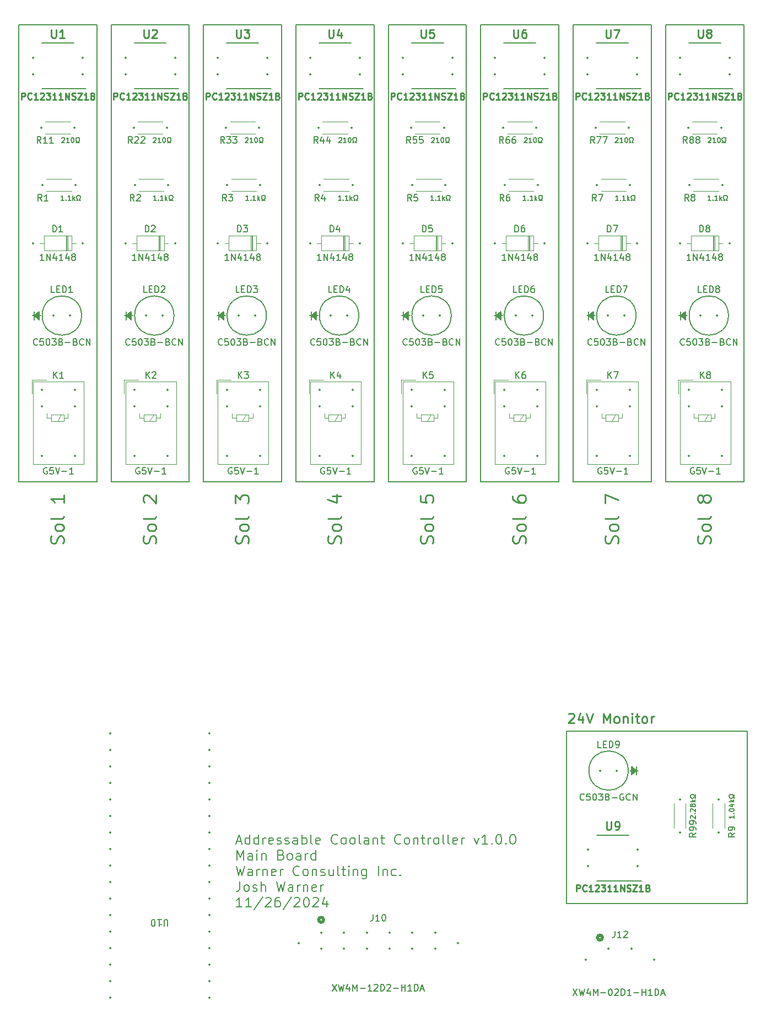
<source format=gto>
%TF.GenerationSoftware,KiCad,Pcbnew,7.0.10*%
%TF.CreationDate,2024-11-26T20:55:45-08:00*%
%TF.ProjectId,Main_Board,4d61696e-5f42-46f6-9172-642e6b696361,rev?*%
%TF.SameCoordinates,Original*%
%TF.FileFunction,Legend,Top*%
%TF.FilePolarity,Positive*%
%FSLAX46Y46*%
G04 Gerber Fmt 4.6, Leading zero omitted, Abs format (unit mm)*
G04 Created by KiCad (PCBNEW 7.0.10) date 2024-11-26 20:55:45*
%MOMM*%
%LPD*%
G01*
G04 APERTURE LIST*
%ADD10C,0.150000*%
%ADD11C,0.250000*%
%ADD12C,0.187500*%
%ADD13C,0.254000*%
%ADD14C,0.120000*%
%ADD15C,0.152400*%
%ADD16C,0.200000*%
%ADD17C,0.508000*%
%ADD18C,0.350000*%
G04 APERTURE END LIST*
D10*
X231023750Y-26096000D02*
X243021750Y-26096000D01*
X243021750Y-96327000D01*
X231023750Y-96327000D01*
X231023750Y-26096000D01*
X160031250Y-26096000D02*
X172029250Y-26096000D01*
X172029250Y-96327000D01*
X160031250Y-96327000D01*
X160031250Y-26096000D01*
X174229750Y-26096000D02*
X186227750Y-26096000D01*
X186227750Y-96327000D01*
X174229750Y-96327000D01*
X174229750Y-26096000D01*
X202626750Y-26096000D02*
X214624750Y-26096000D01*
X214624750Y-96327000D01*
X202626750Y-96327000D01*
X202626750Y-26096000D01*
X188428250Y-26096000D02*
X200426250Y-26096000D01*
X200426250Y-96327000D01*
X188428250Y-96327000D01*
X188428250Y-26096000D01*
X216825250Y-26096000D02*
X228823250Y-26096000D01*
X228823250Y-96327000D01*
X216825250Y-96327000D01*
X216825250Y-26096000D01*
X244175110Y-134681000D02*
X271988110Y-134681000D01*
X271988110Y-161224000D01*
X244175110Y-161224000D01*
X244175110Y-134681000D01*
X245222250Y-26096000D02*
X257220250Y-26096000D01*
X257220250Y-96327000D01*
X245222250Y-96327000D01*
X245222250Y-26096000D01*
X259420750Y-26096000D02*
X271418750Y-26096000D01*
X271418750Y-96327000D01*
X259420750Y-96327000D01*
X259420750Y-26096000D01*
D11*
X195244250Y-105824807D02*
X195339488Y-105539093D01*
X195339488Y-105539093D02*
X195339488Y-105062902D01*
X195339488Y-105062902D02*
X195244250Y-104872426D01*
X195244250Y-104872426D02*
X195149011Y-104777188D01*
X195149011Y-104777188D02*
X194958535Y-104681950D01*
X194958535Y-104681950D02*
X194768059Y-104681950D01*
X194768059Y-104681950D02*
X194577583Y-104777188D01*
X194577583Y-104777188D02*
X194482345Y-104872426D01*
X194482345Y-104872426D02*
X194387107Y-105062902D01*
X194387107Y-105062902D02*
X194291869Y-105443855D01*
X194291869Y-105443855D02*
X194196630Y-105634331D01*
X194196630Y-105634331D02*
X194101392Y-105729569D01*
X194101392Y-105729569D02*
X193910916Y-105824807D01*
X193910916Y-105824807D02*
X193720440Y-105824807D01*
X193720440Y-105824807D02*
X193529964Y-105729569D01*
X193529964Y-105729569D02*
X193434726Y-105634331D01*
X193434726Y-105634331D02*
X193339488Y-105443855D01*
X193339488Y-105443855D02*
X193339488Y-104967664D01*
X193339488Y-104967664D02*
X193434726Y-104681950D01*
X195339488Y-103539093D02*
X195244250Y-103729569D01*
X195244250Y-103729569D02*
X195149011Y-103824807D01*
X195149011Y-103824807D02*
X194958535Y-103920045D01*
X194958535Y-103920045D02*
X194387107Y-103920045D01*
X194387107Y-103920045D02*
X194196630Y-103824807D01*
X194196630Y-103824807D02*
X194101392Y-103729569D01*
X194101392Y-103729569D02*
X194006154Y-103539093D01*
X194006154Y-103539093D02*
X194006154Y-103253378D01*
X194006154Y-103253378D02*
X194101392Y-103062902D01*
X194101392Y-103062902D02*
X194196630Y-102967664D01*
X194196630Y-102967664D02*
X194387107Y-102872426D01*
X194387107Y-102872426D02*
X194958535Y-102872426D01*
X194958535Y-102872426D02*
X195149011Y-102967664D01*
X195149011Y-102967664D02*
X195244250Y-103062902D01*
X195244250Y-103062902D02*
X195339488Y-103253378D01*
X195339488Y-103253378D02*
X195339488Y-103539093D01*
X195339488Y-101729569D02*
X195244250Y-101920045D01*
X195244250Y-101920045D02*
X195053773Y-102015283D01*
X195053773Y-102015283D02*
X193339488Y-102015283D01*
X193339488Y-99634330D02*
X193339488Y-98396235D01*
X193339488Y-98396235D02*
X194101392Y-99062902D01*
X194101392Y-99062902D02*
X194101392Y-98777187D01*
X194101392Y-98777187D02*
X194196630Y-98586711D01*
X194196630Y-98586711D02*
X194291869Y-98491473D01*
X194291869Y-98491473D02*
X194482345Y-98396235D01*
X194482345Y-98396235D02*
X194958535Y-98396235D01*
X194958535Y-98396235D02*
X195149011Y-98491473D01*
X195149011Y-98491473D02*
X195244250Y-98586711D01*
X195244250Y-98586711D02*
X195339488Y-98777187D01*
X195339488Y-98777187D02*
X195339488Y-99348616D01*
X195339488Y-99348616D02*
X195244250Y-99539092D01*
X195244250Y-99539092D02*
X195149011Y-99634330D01*
X166847250Y-105824807D02*
X166942488Y-105539093D01*
X166942488Y-105539093D02*
X166942488Y-105062902D01*
X166942488Y-105062902D02*
X166847250Y-104872426D01*
X166847250Y-104872426D02*
X166752011Y-104777188D01*
X166752011Y-104777188D02*
X166561535Y-104681950D01*
X166561535Y-104681950D02*
X166371059Y-104681950D01*
X166371059Y-104681950D02*
X166180583Y-104777188D01*
X166180583Y-104777188D02*
X166085345Y-104872426D01*
X166085345Y-104872426D02*
X165990107Y-105062902D01*
X165990107Y-105062902D02*
X165894869Y-105443855D01*
X165894869Y-105443855D02*
X165799630Y-105634331D01*
X165799630Y-105634331D02*
X165704392Y-105729569D01*
X165704392Y-105729569D02*
X165513916Y-105824807D01*
X165513916Y-105824807D02*
X165323440Y-105824807D01*
X165323440Y-105824807D02*
X165132964Y-105729569D01*
X165132964Y-105729569D02*
X165037726Y-105634331D01*
X165037726Y-105634331D02*
X164942488Y-105443855D01*
X164942488Y-105443855D02*
X164942488Y-104967664D01*
X164942488Y-104967664D02*
X165037726Y-104681950D01*
X166942488Y-103539093D02*
X166847250Y-103729569D01*
X166847250Y-103729569D02*
X166752011Y-103824807D01*
X166752011Y-103824807D02*
X166561535Y-103920045D01*
X166561535Y-103920045D02*
X165990107Y-103920045D01*
X165990107Y-103920045D02*
X165799630Y-103824807D01*
X165799630Y-103824807D02*
X165704392Y-103729569D01*
X165704392Y-103729569D02*
X165609154Y-103539093D01*
X165609154Y-103539093D02*
X165609154Y-103253378D01*
X165609154Y-103253378D02*
X165704392Y-103062902D01*
X165704392Y-103062902D02*
X165799630Y-102967664D01*
X165799630Y-102967664D02*
X165990107Y-102872426D01*
X165990107Y-102872426D02*
X166561535Y-102872426D01*
X166561535Y-102872426D02*
X166752011Y-102967664D01*
X166752011Y-102967664D02*
X166847250Y-103062902D01*
X166847250Y-103062902D02*
X166942488Y-103253378D01*
X166942488Y-103253378D02*
X166942488Y-103539093D01*
X166942488Y-101729569D02*
X166847250Y-101920045D01*
X166847250Y-101920045D02*
X166656773Y-102015283D01*
X166656773Y-102015283D02*
X164942488Y-102015283D01*
X166942488Y-98396235D02*
X166942488Y-99539092D01*
X166942488Y-98967664D02*
X164942488Y-98967664D01*
X164942488Y-98967664D02*
X165228202Y-99158140D01*
X165228202Y-99158140D02*
X165418678Y-99348616D01*
X165418678Y-99348616D02*
X165513916Y-99539092D01*
X266236750Y-105824807D02*
X266331988Y-105539093D01*
X266331988Y-105539093D02*
X266331988Y-105062902D01*
X266331988Y-105062902D02*
X266236750Y-104872426D01*
X266236750Y-104872426D02*
X266141511Y-104777188D01*
X266141511Y-104777188D02*
X265951035Y-104681950D01*
X265951035Y-104681950D02*
X265760559Y-104681950D01*
X265760559Y-104681950D02*
X265570083Y-104777188D01*
X265570083Y-104777188D02*
X265474845Y-104872426D01*
X265474845Y-104872426D02*
X265379607Y-105062902D01*
X265379607Y-105062902D02*
X265284369Y-105443855D01*
X265284369Y-105443855D02*
X265189130Y-105634331D01*
X265189130Y-105634331D02*
X265093892Y-105729569D01*
X265093892Y-105729569D02*
X264903416Y-105824807D01*
X264903416Y-105824807D02*
X264712940Y-105824807D01*
X264712940Y-105824807D02*
X264522464Y-105729569D01*
X264522464Y-105729569D02*
X264427226Y-105634331D01*
X264427226Y-105634331D02*
X264331988Y-105443855D01*
X264331988Y-105443855D02*
X264331988Y-104967664D01*
X264331988Y-104967664D02*
X264427226Y-104681950D01*
X266331988Y-103539093D02*
X266236750Y-103729569D01*
X266236750Y-103729569D02*
X266141511Y-103824807D01*
X266141511Y-103824807D02*
X265951035Y-103920045D01*
X265951035Y-103920045D02*
X265379607Y-103920045D01*
X265379607Y-103920045D02*
X265189130Y-103824807D01*
X265189130Y-103824807D02*
X265093892Y-103729569D01*
X265093892Y-103729569D02*
X264998654Y-103539093D01*
X264998654Y-103539093D02*
X264998654Y-103253378D01*
X264998654Y-103253378D02*
X265093892Y-103062902D01*
X265093892Y-103062902D02*
X265189130Y-102967664D01*
X265189130Y-102967664D02*
X265379607Y-102872426D01*
X265379607Y-102872426D02*
X265951035Y-102872426D01*
X265951035Y-102872426D02*
X266141511Y-102967664D01*
X266141511Y-102967664D02*
X266236750Y-103062902D01*
X266236750Y-103062902D02*
X266331988Y-103253378D01*
X266331988Y-103253378D02*
X266331988Y-103539093D01*
X266331988Y-101729569D02*
X266236750Y-101920045D01*
X266236750Y-101920045D02*
X266046273Y-102015283D01*
X266046273Y-102015283D02*
X264331988Y-102015283D01*
X265189130Y-99158140D02*
X265093892Y-99348616D01*
X265093892Y-99348616D02*
X264998654Y-99443854D01*
X264998654Y-99443854D02*
X264808178Y-99539092D01*
X264808178Y-99539092D02*
X264712940Y-99539092D01*
X264712940Y-99539092D02*
X264522464Y-99443854D01*
X264522464Y-99443854D02*
X264427226Y-99348616D01*
X264427226Y-99348616D02*
X264331988Y-99158140D01*
X264331988Y-99158140D02*
X264331988Y-98777187D01*
X264331988Y-98777187D02*
X264427226Y-98586711D01*
X264427226Y-98586711D02*
X264522464Y-98491473D01*
X264522464Y-98491473D02*
X264712940Y-98396235D01*
X264712940Y-98396235D02*
X264808178Y-98396235D01*
X264808178Y-98396235D02*
X264998654Y-98491473D01*
X264998654Y-98491473D02*
X265093892Y-98586711D01*
X265093892Y-98586711D02*
X265189130Y-98777187D01*
X265189130Y-98777187D02*
X265189130Y-99158140D01*
X265189130Y-99158140D02*
X265284369Y-99348616D01*
X265284369Y-99348616D02*
X265379607Y-99443854D01*
X265379607Y-99443854D02*
X265570083Y-99539092D01*
X265570083Y-99539092D02*
X265951035Y-99539092D01*
X265951035Y-99539092D02*
X266141511Y-99443854D01*
X266141511Y-99443854D02*
X266236750Y-99348616D01*
X266236750Y-99348616D02*
X266331988Y-99158140D01*
X266331988Y-99158140D02*
X266331988Y-98777187D01*
X266331988Y-98777187D02*
X266236750Y-98586711D01*
X266236750Y-98586711D02*
X266141511Y-98491473D01*
X266141511Y-98491473D02*
X265951035Y-98396235D01*
X265951035Y-98396235D02*
X265570083Y-98396235D01*
X265570083Y-98396235D02*
X265379607Y-98491473D01*
X265379607Y-98491473D02*
X265284369Y-98586711D01*
X265284369Y-98586711D02*
X265189130Y-98777187D01*
D10*
X193505508Y-151672497D02*
X194219794Y-151672497D01*
X193362651Y-152101068D02*
X193862651Y-150601068D01*
X193862651Y-150601068D02*
X194362651Y-152101068D01*
X195505508Y-152101068D02*
X195505508Y-150601068D01*
X195505508Y-152029640D02*
X195362650Y-152101068D01*
X195362650Y-152101068D02*
X195076936Y-152101068D01*
X195076936Y-152101068D02*
X194934079Y-152029640D01*
X194934079Y-152029640D02*
X194862650Y-151958211D01*
X194862650Y-151958211D02*
X194791222Y-151815354D01*
X194791222Y-151815354D02*
X194791222Y-151386782D01*
X194791222Y-151386782D02*
X194862650Y-151243925D01*
X194862650Y-151243925D02*
X194934079Y-151172497D01*
X194934079Y-151172497D02*
X195076936Y-151101068D01*
X195076936Y-151101068D02*
X195362650Y-151101068D01*
X195362650Y-151101068D02*
X195505508Y-151172497D01*
X196862651Y-152101068D02*
X196862651Y-150601068D01*
X196862651Y-152029640D02*
X196719793Y-152101068D01*
X196719793Y-152101068D02*
X196434079Y-152101068D01*
X196434079Y-152101068D02*
X196291222Y-152029640D01*
X196291222Y-152029640D02*
X196219793Y-151958211D01*
X196219793Y-151958211D02*
X196148365Y-151815354D01*
X196148365Y-151815354D02*
X196148365Y-151386782D01*
X196148365Y-151386782D02*
X196219793Y-151243925D01*
X196219793Y-151243925D02*
X196291222Y-151172497D01*
X196291222Y-151172497D02*
X196434079Y-151101068D01*
X196434079Y-151101068D02*
X196719793Y-151101068D01*
X196719793Y-151101068D02*
X196862651Y-151172497D01*
X197576936Y-152101068D02*
X197576936Y-151101068D01*
X197576936Y-151386782D02*
X197648365Y-151243925D01*
X197648365Y-151243925D02*
X197719794Y-151172497D01*
X197719794Y-151172497D02*
X197862651Y-151101068D01*
X197862651Y-151101068D02*
X198005508Y-151101068D01*
X199076936Y-152029640D02*
X198934079Y-152101068D01*
X198934079Y-152101068D02*
X198648365Y-152101068D01*
X198648365Y-152101068D02*
X198505507Y-152029640D01*
X198505507Y-152029640D02*
X198434079Y-151886782D01*
X198434079Y-151886782D02*
X198434079Y-151315354D01*
X198434079Y-151315354D02*
X198505507Y-151172497D01*
X198505507Y-151172497D02*
X198648365Y-151101068D01*
X198648365Y-151101068D02*
X198934079Y-151101068D01*
X198934079Y-151101068D02*
X199076936Y-151172497D01*
X199076936Y-151172497D02*
X199148365Y-151315354D01*
X199148365Y-151315354D02*
X199148365Y-151458211D01*
X199148365Y-151458211D02*
X198434079Y-151601068D01*
X199719793Y-152029640D02*
X199862650Y-152101068D01*
X199862650Y-152101068D02*
X200148364Y-152101068D01*
X200148364Y-152101068D02*
X200291221Y-152029640D01*
X200291221Y-152029640D02*
X200362650Y-151886782D01*
X200362650Y-151886782D02*
X200362650Y-151815354D01*
X200362650Y-151815354D02*
X200291221Y-151672497D01*
X200291221Y-151672497D02*
X200148364Y-151601068D01*
X200148364Y-151601068D02*
X199934079Y-151601068D01*
X199934079Y-151601068D02*
X199791221Y-151529640D01*
X199791221Y-151529640D02*
X199719793Y-151386782D01*
X199719793Y-151386782D02*
X199719793Y-151315354D01*
X199719793Y-151315354D02*
X199791221Y-151172497D01*
X199791221Y-151172497D02*
X199934079Y-151101068D01*
X199934079Y-151101068D02*
X200148364Y-151101068D01*
X200148364Y-151101068D02*
X200291221Y-151172497D01*
X200934079Y-152029640D02*
X201076936Y-152101068D01*
X201076936Y-152101068D02*
X201362650Y-152101068D01*
X201362650Y-152101068D02*
X201505507Y-152029640D01*
X201505507Y-152029640D02*
X201576936Y-151886782D01*
X201576936Y-151886782D02*
X201576936Y-151815354D01*
X201576936Y-151815354D02*
X201505507Y-151672497D01*
X201505507Y-151672497D02*
X201362650Y-151601068D01*
X201362650Y-151601068D02*
X201148365Y-151601068D01*
X201148365Y-151601068D02*
X201005507Y-151529640D01*
X201005507Y-151529640D02*
X200934079Y-151386782D01*
X200934079Y-151386782D02*
X200934079Y-151315354D01*
X200934079Y-151315354D02*
X201005507Y-151172497D01*
X201005507Y-151172497D02*
X201148365Y-151101068D01*
X201148365Y-151101068D02*
X201362650Y-151101068D01*
X201362650Y-151101068D02*
X201505507Y-151172497D01*
X202862651Y-152101068D02*
X202862651Y-151315354D01*
X202862651Y-151315354D02*
X202791222Y-151172497D01*
X202791222Y-151172497D02*
X202648365Y-151101068D01*
X202648365Y-151101068D02*
X202362651Y-151101068D01*
X202362651Y-151101068D02*
X202219793Y-151172497D01*
X202862651Y-152029640D02*
X202719793Y-152101068D01*
X202719793Y-152101068D02*
X202362651Y-152101068D01*
X202362651Y-152101068D02*
X202219793Y-152029640D01*
X202219793Y-152029640D02*
X202148365Y-151886782D01*
X202148365Y-151886782D02*
X202148365Y-151743925D01*
X202148365Y-151743925D02*
X202219793Y-151601068D01*
X202219793Y-151601068D02*
X202362651Y-151529640D01*
X202362651Y-151529640D02*
X202719793Y-151529640D01*
X202719793Y-151529640D02*
X202862651Y-151458211D01*
X203576936Y-152101068D02*
X203576936Y-150601068D01*
X203576936Y-151172497D02*
X203719794Y-151101068D01*
X203719794Y-151101068D02*
X204005508Y-151101068D01*
X204005508Y-151101068D02*
X204148365Y-151172497D01*
X204148365Y-151172497D02*
X204219794Y-151243925D01*
X204219794Y-151243925D02*
X204291222Y-151386782D01*
X204291222Y-151386782D02*
X204291222Y-151815354D01*
X204291222Y-151815354D02*
X204219794Y-151958211D01*
X204219794Y-151958211D02*
X204148365Y-152029640D01*
X204148365Y-152029640D02*
X204005508Y-152101068D01*
X204005508Y-152101068D02*
X203719794Y-152101068D01*
X203719794Y-152101068D02*
X203576936Y-152029640D01*
X205148365Y-152101068D02*
X205005508Y-152029640D01*
X205005508Y-152029640D02*
X204934079Y-151886782D01*
X204934079Y-151886782D02*
X204934079Y-150601068D01*
X206291222Y-152029640D02*
X206148365Y-152101068D01*
X206148365Y-152101068D02*
X205862651Y-152101068D01*
X205862651Y-152101068D02*
X205719793Y-152029640D01*
X205719793Y-152029640D02*
X205648365Y-151886782D01*
X205648365Y-151886782D02*
X205648365Y-151315354D01*
X205648365Y-151315354D02*
X205719793Y-151172497D01*
X205719793Y-151172497D02*
X205862651Y-151101068D01*
X205862651Y-151101068D02*
X206148365Y-151101068D01*
X206148365Y-151101068D02*
X206291222Y-151172497D01*
X206291222Y-151172497D02*
X206362651Y-151315354D01*
X206362651Y-151315354D02*
X206362651Y-151458211D01*
X206362651Y-151458211D02*
X205648365Y-151601068D01*
X209005507Y-151958211D02*
X208934079Y-152029640D01*
X208934079Y-152029640D02*
X208719793Y-152101068D01*
X208719793Y-152101068D02*
X208576936Y-152101068D01*
X208576936Y-152101068D02*
X208362650Y-152029640D01*
X208362650Y-152029640D02*
X208219793Y-151886782D01*
X208219793Y-151886782D02*
X208148364Y-151743925D01*
X208148364Y-151743925D02*
X208076936Y-151458211D01*
X208076936Y-151458211D02*
X208076936Y-151243925D01*
X208076936Y-151243925D02*
X208148364Y-150958211D01*
X208148364Y-150958211D02*
X208219793Y-150815354D01*
X208219793Y-150815354D02*
X208362650Y-150672497D01*
X208362650Y-150672497D02*
X208576936Y-150601068D01*
X208576936Y-150601068D02*
X208719793Y-150601068D01*
X208719793Y-150601068D02*
X208934079Y-150672497D01*
X208934079Y-150672497D02*
X209005507Y-150743925D01*
X209862650Y-152101068D02*
X209719793Y-152029640D01*
X209719793Y-152029640D02*
X209648364Y-151958211D01*
X209648364Y-151958211D02*
X209576936Y-151815354D01*
X209576936Y-151815354D02*
X209576936Y-151386782D01*
X209576936Y-151386782D02*
X209648364Y-151243925D01*
X209648364Y-151243925D02*
X209719793Y-151172497D01*
X209719793Y-151172497D02*
X209862650Y-151101068D01*
X209862650Y-151101068D02*
X210076936Y-151101068D01*
X210076936Y-151101068D02*
X210219793Y-151172497D01*
X210219793Y-151172497D02*
X210291222Y-151243925D01*
X210291222Y-151243925D02*
X210362650Y-151386782D01*
X210362650Y-151386782D02*
X210362650Y-151815354D01*
X210362650Y-151815354D02*
X210291222Y-151958211D01*
X210291222Y-151958211D02*
X210219793Y-152029640D01*
X210219793Y-152029640D02*
X210076936Y-152101068D01*
X210076936Y-152101068D02*
X209862650Y-152101068D01*
X211219793Y-152101068D02*
X211076936Y-152029640D01*
X211076936Y-152029640D02*
X211005507Y-151958211D01*
X211005507Y-151958211D02*
X210934079Y-151815354D01*
X210934079Y-151815354D02*
X210934079Y-151386782D01*
X210934079Y-151386782D02*
X211005507Y-151243925D01*
X211005507Y-151243925D02*
X211076936Y-151172497D01*
X211076936Y-151172497D02*
X211219793Y-151101068D01*
X211219793Y-151101068D02*
X211434079Y-151101068D01*
X211434079Y-151101068D02*
X211576936Y-151172497D01*
X211576936Y-151172497D02*
X211648365Y-151243925D01*
X211648365Y-151243925D02*
X211719793Y-151386782D01*
X211719793Y-151386782D02*
X211719793Y-151815354D01*
X211719793Y-151815354D02*
X211648365Y-151958211D01*
X211648365Y-151958211D02*
X211576936Y-152029640D01*
X211576936Y-152029640D02*
X211434079Y-152101068D01*
X211434079Y-152101068D02*
X211219793Y-152101068D01*
X212576936Y-152101068D02*
X212434079Y-152029640D01*
X212434079Y-152029640D02*
X212362650Y-151886782D01*
X212362650Y-151886782D02*
X212362650Y-150601068D01*
X213791222Y-152101068D02*
X213791222Y-151315354D01*
X213791222Y-151315354D02*
X213719793Y-151172497D01*
X213719793Y-151172497D02*
X213576936Y-151101068D01*
X213576936Y-151101068D02*
X213291222Y-151101068D01*
X213291222Y-151101068D02*
X213148364Y-151172497D01*
X213791222Y-152029640D02*
X213648364Y-152101068D01*
X213648364Y-152101068D02*
X213291222Y-152101068D01*
X213291222Y-152101068D02*
X213148364Y-152029640D01*
X213148364Y-152029640D02*
X213076936Y-151886782D01*
X213076936Y-151886782D02*
X213076936Y-151743925D01*
X213076936Y-151743925D02*
X213148364Y-151601068D01*
X213148364Y-151601068D02*
X213291222Y-151529640D01*
X213291222Y-151529640D02*
X213648364Y-151529640D01*
X213648364Y-151529640D02*
X213791222Y-151458211D01*
X214505507Y-151101068D02*
X214505507Y-152101068D01*
X214505507Y-151243925D02*
X214576936Y-151172497D01*
X214576936Y-151172497D02*
X214719793Y-151101068D01*
X214719793Y-151101068D02*
X214934079Y-151101068D01*
X214934079Y-151101068D02*
X215076936Y-151172497D01*
X215076936Y-151172497D02*
X215148365Y-151315354D01*
X215148365Y-151315354D02*
X215148365Y-152101068D01*
X215648365Y-151101068D02*
X216219793Y-151101068D01*
X215862650Y-150601068D02*
X215862650Y-151886782D01*
X215862650Y-151886782D02*
X215934079Y-152029640D01*
X215934079Y-152029640D02*
X216076936Y-152101068D01*
X216076936Y-152101068D02*
X216219793Y-152101068D01*
X218719793Y-151958211D02*
X218648365Y-152029640D01*
X218648365Y-152029640D02*
X218434079Y-152101068D01*
X218434079Y-152101068D02*
X218291222Y-152101068D01*
X218291222Y-152101068D02*
X218076936Y-152029640D01*
X218076936Y-152029640D02*
X217934079Y-151886782D01*
X217934079Y-151886782D02*
X217862650Y-151743925D01*
X217862650Y-151743925D02*
X217791222Y-151458211D01*
X217791222Y-151458211D02*
X217791222Y-151243925D01*
X217791222Y-151243925D02*
X217862650Y-150958211D01*
X217862650Y-150958211D02*
X217934079Y-150815354D01*
X217934079Y-150815354D02*
X218076936Y-150672497D01*
X218076936Y-150672497D02*
X218291222Y-150601068D01*
X218291222Y-150601068D02*
X218434079Y-150601068D01*
X218434079Y-150601068D02*
X218648365Y-150672497D01*
X218648365Y-150672497D02*
X218719793Y-150743925D01*
X219576936Y-152101068D02*
X219434079Y-152029640D01*
X219434079Y-152029640D02*
X219362650Y-151958211D01*
X219362650Y-151958211D02*
X219291222Y-151815354D01*
X219291222Y-151815354D02*
X219291222Y-151386782D01*
X219291222Y-151386782D02*
X219362650Y-151243925D01*
X219362650Y-151243925D02*
X219434079Y-151172497D01*
X219434079Y-151172497D02*
X219576936Y-151101068D01*
X219576936Y-151101068D02*
X219791222Y-151101068D01*
X219791222Y-151101068D02*
X219934079Y-151172497D01*
X219934079Y-151172497D02*
X220005508Y-151243925D01*
X220005508Y-151243925D02*
X220076936Y-151386782D01*
X220076936Y-151386782D02*
X220076936Y-151815354D01*
X220076936Y-151815354D02*
X220005508Y-151958211D01*
X220005508Y-151958211D02*
X219934079Y-152029640D01*
X219934079Y-152029640D02*
X219791222Y-152101068D01*
X219791222Y-152101068D02*
X219576936Y-152101068D01*
X220719793Y-151101068D02*
X220719793Y-152101068D01*
X220719793Y-151243925D02*
X220791222Y-151172497D01*
X220791222Y-151172497D02*
X220934079Y-151101068D01*
X220934079Y-151101068D02*
X221148365Y-151101068D01*
X221148365Y-151101068D02*
X221291222Y-151172497D01*
X221291222Y-151172497D02*
X221362651Y-151315354D01*
X221362651Y-151315354D02*
X221362651Y-152101068D01*
X221862651Y-151101068D02*
X222434079Y-151101068D01*
X222076936Y-150601068D02*
X222076936Y-151886782D01*
X222076936Y-151886782D02*
X222148365Y-152029640D01*
X222148365Y-152029640D02*
X222291222Y-152101068D01*
X222291222Y-152101068D02*
X222434079Y-152101068D01*
X222934079Y-152101068D02*
X222934079Y-151101068D01*
X222934079Y-151386782D02*
X223005508Y-151243925D01*
X223005508Y-151243925D02*
X223076937Y-151172497D01*
X223076937Y-151172497D02*
X223219794Y-151101068D01*
X223219794Y-151101068D02*
X223362651Y-151101068D01*
X224076936Y-152101068D02*
X223934079Y-152029640D01*
X223934079Y-152029640D02*
X223862650Y-151958211D01*
X223862650Y-151958211D02*
X223791222Y-151815354D01*
X223791222Y-151815354D02*
X223791222Y-151386782D01*
X223791222Y-151386782D02*
X223862650Y-151243925D01*
X223862650Y-151243925D02*
X223934079Y-151172497D01*
X223934079Y-151172497D02*
X224076936Y-151101068D01*
X224076936Y-151101068D02*
X224291222Y-151101068D01*
X224291222Y-151101068D02*
X224434079Y-151172497D01*
X224434079Y-151172497D02*
X224505508Y-151243925D01*
X224505508Y-151243925D02*
X224576936Y-151386782D01*
X224576936Y-151386782D02*
X224576936Y-151815354D01*
X224576936Y-151815354D02*
X224505508Y-151958211D01*
X224505508Y-151958211D02*
X224434079Y-152029640D01*
X224434079Y-152029640D02*
X224291222Y-152101068D01*
X224291222Y-152101068D02*
X224076936Y-152101068D01*
X225434079Y-152101068D02*
X225291222Y-152029640D01*
X225291222Y-152029640D02*
X225219793Y-151886782D01*
X225219793Y-151886782D02*
X225219793Y-150601068D01*
X226219793Y-152101068D02*
X226076936Y-152029640D01*
X226076936Y-152029640D02*
X226005507Y-151886782D01*
X226005507Y-151886782D02*
X226005507Y-150601068D01*
X227362650Y-152029640D02*
X227219793Y-152101068D01*
X227219793Y-152101068D02*
X226934079Y-152101068D01*
X226934079Y-152101068D02*
X226791221Y-152029640D01*
X226791221Y-152029640D02*
X226719793Y-151886782D01*
X226719793Y-151886782D02*
X226719793Y-151315354D01*
X226719793Y-151315354D02*
X226791221Y-151172497D01*
X226791221Y-151172497D02*
X226934079Y-151101068D01*
X226934079Y-151101068D02*
X227219793Y-151101068D01*
X227219793Y-151101068D02*
X227362650Y-151172497D01*
X227362650Y-151172497D02*
X227434079Y-151315354D01*
X227434079Y-151315354D02*
X227434079Y-151458211D01*
X227434079Y-151458211D02*
X226719793Y-151601068D01*
X228076935Y-152101068D02*
X228076935Y-151101068D01*
X228076935Y-151386782D02*
X228148364Y-151243925D01*
X228148364Y-151243925D02*
X228219793Y-151172497D01*
X228219793Y-151172497D02*
X228362650Y-151101068D01*
X228362650Y-151101068D02*
X228505507Y-151101068D01*
X230005506Y-151101068D02*
X230362649Y-152101068D01*
X230362649Y-152101068D02*
X230719792Y-151101068D01*
X232076935Y-152101068D02*
X231219792Y-152101068D01*
X231648363Y-152101068D02*
X231648363Y-150601068D01*
X231648363Y-150601068D02*
X231505506Y-150815354D01*
X231505506Y-150815354D02*
X231362649Y-150958211D01*
X231362649Y-150958211D02*
X231219792Y-151029640D01*
X232719791Y-151958211D02*
X232791220Y-152029640D01*
X232791220Y-152029640D02*
X232719791Y-152101068D01*
X232719791Y-152101068D02*
X232648363Y-152029640D01*
X232648363Y-152029640D02*
X232719791Y-151958211D01*
X232719791Y-151958211D02*
X232719791Y-152101068D01*
X233719792Y-150601068D02*
X233862649Y-150601068D01*
X233862649Y-150601068D02*
X234005506Y-150672497D01*
X234005506Y-150672497D02*
X234076935Y-150743925D01*
X234076935Y-150743925D02*
X234148363Y-150886782D01*
X234148363Y-150886782D02*
X234219792Y-151172497D01*
X234219792Y-151172497D02*
X234219792Y-151529640D01*
X234219792Y-151529640D02*
X234148363Y-151815354D01*
X234148363Y-151815354D02*
X234076935Y-151958211D01*
X234076935Y-151958211D02*
X234005506Y-152029640D01*
X234005506Y-152029640D02*
X233862649Y-152101068D01*
X233862649Y-152101068D02*
X233719792Y-152101068D01*
X233719792Y-152101068D02*
X233576935Y-152029640D01*
X233576935Y-152029640D02*
X233505506Y-151958211D01*
X233505506Y-151958211D02*
X233434077Y-151815354D01*
X233434077Y-151815354D02*
X233362649Y-151529640D01*
X233362649Y-151529640D02*
X233362649Y-151172497D01*
X233362649Y-151172497D02*
X233434077Y-150886782D01*
X233434077Y-150886782D02*
X233505506Y-150743925D01*
X233505506Y-150743925D02*
X233576935Y-150672497D01*
X233576935Y-150672497D02*
X233719792Y-150601068D01*
X234862648Y-151958211D02*
X234934077Y-152029640D01*
X234934077Y-152029640D02*
X234862648Y-152101068D01*
X234862648Y-152101068D02*
X234791220Y-152029640D01*
X234791220Y-152029640D02*
X234862648Y-151958211D01*
X234862648Y-151958211D02*
X234862648Y-152101068D01*
X235862649Y-150601068D02*
X236005506Y-150601068D01*
X236005506Y-150601068D02*
X236148363Y-150672497D01*
X236148363Y-150672497D02*
X236219792Y-150743925D01*
X236219792Y-150743925D02*
X236291220Y-150886782D01*
X236291220Y-150886782D02*
X236362649Y-151172497D01*
X236362649Y-151172497D02*
X236362649Y-151529640D01*
X236362649Y-151529640D02*
X236291220Y-151815354D01*
X236291220Y-151815354D02*
X236219792Y-151958211D01*
X236219792Y-151958211D02*
X236148363Y-152029640D01*
X236148363Y-152029640D02*
X236005506Y-152101068D01*
X236005506Y-152101068D02*
X235862649Y-152101068D01*
X235862649Y-152101068D02*
X235719792Y-152029640D01*
X235719792Y-152029640D02*
X235648363Y-151958211D01*
X235648363Y-151958211D02*
X235576934Y-151815354D01*
X235576934Y-151815354D02*
X235505506Y-151529640D01*
X235505506Y-151529640D02*
X235505506Y-151172497D01*
X235505506Y-151172497D02*
X235576934Y-150886782D01*
X235576934Y-150886782D02*
X235648363Y-150743925D01*
X235648363Y-150743925D02*
X235719792Y-150672497D01*
X235719792Y-150672497D02*
X235862649Y-150601068D01*
X193576936Y-154516068D02*
X193576936Y-153016068D01*
X193576936Y-153016068D02*
X194076936Y-154087497D01*
X194076936Y-154087497D02*
X194576936Y-153016068D01*
X194576936Y-153016068D02*
X194576936Y-154516068D01*
X195934080Y-154516068D02*
X195934080Y-153730354D01*
X195934080Y-153730354D02*
X195862651Y-153587497D01*
X195862651Y-153587497D02*
X195719794Y-153516068D01*
X195719794Y-153516068D02*
X195434080Y-153516068D01*
X195434080Y-153516068D02*
X195291222Y-153587497D01*
X195934080Y-154444640D02*
X195791222Y-154516068D01*
X195791222Y-154516068D02*
X195434080Y-154516068D01*
X195434080Y-154516068D02*
X195291222Y-154444640D01*
X195291222Y-154444640D02*
X195219794Y-154301782D01*
X195219794Y-154301782D02*
X195219794Y-154158925D01*
X195219794Y-154158925D02*
X195291222Y-154016068D01*
X195291222Y-154016068D02*
X195434080Y-153944640D01*
X195434080Y-153944640D02*
X195791222Y-153944640D01*
X195791222Y-153944640D02*
X195934080Y-153873211D01*
X196648365Y-154516068D02*
X196648365Y-153516068D01*
X196648365Y-153016068D02*
X196576937Y-153087497D01*
X196576937Y-153087497D02*
X196648365Y-153158925D01*
X196648365Y-153158925D02*
X196719794Y-153087497D01*
X196719794Y-153087497D02*
X196648365Y-153016068D01*
X196648365Y-153016068D02*
X196648365Y-153158925D01*
X197362651Y-153516068D02*
X197362651Y-154516068D01*
X197362651Y-153658925D02*
X197434080Y-153587497D01*
X197434080Y-153587497D02*
X197576937Y-153516068D01*
X197576937Y-153516068D02*
X197791223Y-153516068D01*
X197791223Y-153516068D02*
X197934080Y-153587497D01*
X197934080Y-153587497D02*
X198005509Y-153730354D01*
X198005509Y-153730354D02*
X198005509Y-154516068D01*
X200362651Y-153730354D02*
X200576937Y-153801782D01*
X200576937Y-153801782D02*
X200648366Y-153873211D01*
X200648366Y-153873211D02*
X200719794Y-154016068D01*
X200719794Y-154016068D02*
X200719794Y-154230354D01*
X200719794Y-154230354D02*
X200648366Y-154373211D01*
X200648366Y-154373211D02*
X200576937Y-154444640D01*
X200576937Y-154444640D02*
X200434080Y-154516068D01*
X200434080Y-154516068D02*
X199862651Y-154516068D01*
X199862651Y-154516068D02*
X199862651Y-153016068D01*
X199862651Y-153016068D02*
X200362651Y-153016068D01*
X200362651Y-153016068D02*
X200505509Y-153087497D01*
X200505509Y-153087497D02*
X200576937Y-153158925D01*
X200576937Y-153158925D02*
X200648366Y-153301782D01*
X200648366Y-153301782D02*
X200648366Y-153444640D01*
X200648366Y-153444640D02*
X200576937Y-153587497D01*
X200576937Y-153587497D02*
X200505509Y-153658925D01*
X200505509Y-153658925D02*
X200362651Y-153730354D01*
X200362651Y-153730354D02*
X199862651Y-153730354D01*
X201576937Y-154516068D02*
X201434080Y-154444640D01*
X201434080Y-154444640D02*
X201362651Y-154373211D01*
X201362651Y-154373211D02*
X201291223Y-154230354D01*
X201291223Y-154230354D02*
X201291223Y-153801782D01*
X201291223Y-153801782D02*
X201362651Y-153658925D01*
X201362651Y-153658925D02*
X201434080Y-153587497D01*
X201434080Y-153587497D02*
X201576937Y-153516068D01*
X201576937Y-153516068D02*
X201791223Y-153516068D01*
X201791223Y-153516068D02*
X201934080Y-153587497D01*
X201934080Y-153587497D02*
X202005509Y-153658925D01*
X202005509Y-153658925D02*
X202076937Y-153801782D01*
X202076937Y-153801782D02*
X202076937Y-154230354D01*
X202076937Y-154230354D02*
X202005509Y-154373211D01*
X202005509Y-154373211D02*
X201934080Y-154444640D01*
X201934080Y-154444640D02*
X201791223Y-154516068D01*
X201791223Y-154516068D02*
X201576937Y-154516068D01*
X203362652Y-154516068D02*
X203362652Y-153730354D01*
X203362652Y-153730354D02*
X203291223Y-153587497D01*
X203291223Y-153587497D02*
X203148366Y-153516068D01*
X203148366Y-153516068D02*
X202862652Y-153516068D01*
X202862652Y-153516068D02*
X202719794Y-153587497D01*
X203362652Y-154444640D02*
X203219794Y-154516068D01*
X203219794Y-154516068D02*
X202862652Y-154516068D01*
X202862652Y-154516068D02*
X202719794Y-154444640D01*
X202719794Y-154444640D02*
X202648366Y-154301782D01*
X202648366Y-154301782D02*
X202648366Y-154158925D01*
X202648366Y-154158925D02*
X202719794Y-154016068D01*
X202719794Y-154016068D02*
X202862652Y-153944640D01*
X202862652Y-153944640D02*
X203219794Y-153944640D01*
X203219794Y-153944640D02*
X203362652Y-153873211D01*
X204076937Y-154516068D02*
X204076937Y-153516068D01*
X204076937Y-153801782D02*
X204148366Y-153658925D01*
X204148366Y-153658925D02*
X204219795Y-153587497D01*
X204219795Y-153587497D02*
X204362652Y-153516068D01*
X204362652Y-153516068D02*
X204505509Y-153516068D01*
X205648366Y-154516068D02*
X205648366Y-153016068D01*
X205648366Y-154444640D02*
X205505508Y-154516068D01*
X205505508Y-154516068D02*
X205219794Y-154516068D01*
X205219794Y-154516068D02*
X205076937Y-154444640D01*
X205076937Y-154444640D02*
X205005508Y-154373211D01*
X205005508Y-154373211D02*
X204934080Y-154230354D01*
X204934080Y-154230354D02*
X204934080Y-153801782D01*
X204934080Y-153801782D02*
X205005508Y-153658925D01*
X205005508Y-153658925D02*
X205076937Y-153587497D01*
X205076937Y-153587497D02*
X205219794Y-153516068D01*
X205219794Y-153516068D02*
X205505508Y-153516068D01*
X205505508Y-153516068D02*
X205648366Y-153587497D01*
X193434079Y-155431068D02*
X193791222Y-156931068D01*
X193791222Y-156931068D02*
X194076936Y-155859640D01*
X194076936Y-155859640D02*
X194362651Y-156931068D01*
X194362651Y-156931068D02*
X194719794Y-155431068D01*
X195934080Y-156931068D02*
X195934080Y-156145354D01*
X195934080Y-156145354D02*
X195862651Y-156002497D01*
X195862651Y-156002497D02*
X195719794Y-155931068D01*
X195719794Y-155931068D02*
X195434080Y-155931068D01*
X195434080Y-155931068D02*
X195291222Y-156002497D01*
X195934080Y-156859640D02*
X195791222Y-156931068D01*
X195791222Y-156931068D02*
X195434080Y-156931068D01*
X195434080Y-156931068D02*
X195291222Y-156859640D01*
X195291222Y-156859640D02*
X195219794Y-156716782D01*
X195219794Y-156716782D02*
X195219794Y-156573925D01*
X195219794Y-156573925D02*
X195291222Y-156431068D01*
X195291222Y-156431068D02*
X195434080Y-156359640D01*
X195434080Y-156359640D02*
X195791222Y-156359640D01*
X195791222Y-156359640D02*
X195934080Y-156288211D01*
X196648365Y-156931068D02*
X196648365Y-155931068D01*
X196648365Y-156216782D02*
X196719794Y-156073925D01*
X196719794Y-156073925D02*
X196791223Y-156002497D01*
X196791223Y-156002497D02*
X196934080Y-155931068D01*
X196934080Y-155931068D02*
X197076937Y-155931068D01*
X197576936Y-155931068D02*
X197576936Y-156931068D01*
X197576936Y-156073925D02*
X197648365Y-156002497D01*
X197648365Y-156002497D02*
X197791222Y-155931068D01*
X197791222Y-155931068D02*
X198005508Y-155931068D01*
X198005508Y-155931068D02*
X198148365Y-156002497D01*
X198148365Y-156002497D02*
X198219794Y-156145354D01*
X198219794Y-156145354D02*
X198219794Y-156931068D01*
X199505508Y-156859640D02*
X199362651Y-156931068D01*
X199362651Y-156931068D02*
X199076937Y-156931068D01*
X199076937Y-156931068D02*
X198934079Y-156859640D01*
X198934079Y-156859640D02*
X198862651Y-156716782D01*
X198862651Y-156716782D02*
X198862651Y-156145354D01*
X198862651Y-156145354D02*
X198934079Y-156002497D01*
X198934079Y-156002497D02*
X199076937Y-155931068D01*
X199076937Y-155931068D02*
X199362651Y-155931068D01*
X199362651Y-155931068D02*
X199505508Y-156002497D01*
X199505508Y-156002497D02*
X199576937Y-156145354D01*
X199576937Y-156145354D02*
X199576937Y-156288211D01*
X199576937Y-156288211D02*
X198862651Y-156431068D01*
X200219793Y-156931068D02*
X200219793Y-155931068D01*
X200219793Y-156216782D02*
X200291222Y-156073925D01*
X200291222Y-156073925D02*
X200362651Y-156002497D01*
X200362651Y-156002497D02*
X200505508Y-155931068D01*
X200505508Y-155931068D02*
X200648365Y-155931068D01*
X203148364Y-156788211D02*
X203076936Y-156859640D01*
X203076936Y-156859640D02*
X202862650Y-156931068D01*
X202862650Y-156931068D02*
X202719793Y-156931068D01*
X202719793Y-156931068D02*
X202505507Y-156859640D01*
X202505507Y-156859640D02*
X202362650Y-156716782D01*
X202362650Y-156716782D02*
X202291221Y-156573925D01*
X202291221Y-156573925D02*
X202219793Y-156288211D01*
X202219793Y-156288211D02*
X202219793Y-156073925D01*
X202219793Y-156073925D02*
X202291221Y-155788211D01*
X202291221Y-155788211D02*
X202362650Y-155645354D01*
X202362650Y-155645354D02*
X202505507Y-155502497D01*
X202505507Y-155502497D02*
X202719793Y-155431068D01*
X202719793Y-155431068D02*
X202862650Y-155431068D01*
X202862650Y-155431068D02*
X203076936Y-155502497D01*
X203076936Y-155502497D02*
X203148364Y-155573925D01*
X204005507Y-156931068D02*
X203862650Y-156859640D01*
X203862650Y-156859640D02*
X203791221Y-156788211D01*
X203791221Y-156788211D02*
X203719793Y-156645354D01*
X203719793Y-156645354D02*
X203719793Y-156216782D01*
X203719793Y-156216782D02*
X203791221Y-156073925D01*
X203791221Y-156073925D02*
X203862650Y-156002497D01*
X203862650Y-156002497D02*
X204005507Y-155931068D01*
X204005507Y-155931068D02*
X204219793Y-155931068D01*
X204219793Y-155931068D02*
X204362650Y-156002497D01*
X204362650Y-156002497D02*
X204434079Y-156073925D01*
X204434079Y-156073925D02*
X204505507Y-156216782D01*
X204505507Y-156216782D02*
X204505507Y-156645354D01*
X204505507Y-156645354D02*
X204434079Y-156788211D01*
X204434079Y-156788211D02*
X204362650Y-156859640D01*
X204362650Y-156859640D02*
X204219793Y-156931068D01*
X204219793Y-156931068D02*
X204005507Y-156931068D01*
X205148364Y-155931068D02*
X205148364Y-156931068D01*
X205148364Y-156073925D02*
X205219793Y-156002497D01*
X205219793Y-156002497D02*
X205362650Y-155931068D01*
X205362650Y-155931068D02*
X205576936Y-155931068D01*
X205576936Y-155931068D02*
X205719793Y-156002497D01*
X205719793Y-156002497D02*
X205791222Y-156145354D01*
X205791222Y-156145354D02*
X205791222Y-156931068D01*
X206434079Y-156859640D02*
X206576936Y-156931068D01*
X206576936Y-156931068D02*
X206862650Y-156931068D01*
X206862650Y-156931068D02*
X207005507Y-156859640D01*
X207005507Y-156859640D02*
X207076936Y-156716782D01*
X207076936Y-156716782D02*
X207076936Y-156645354D01*
X207076936Y-156645354D02*
X207005507Y-156502497D01*
X207005507Y-156502497D02*
X206862650Y-156431068D01*
X206862650Y-156431068D02*
X206648365Y-156431068D01*
X206648365Y-156431068D02*
X206505507Y-156359640D01*
X206505507Y-156359640D02*
X206434079Y-156216782D01*
X206434079Y-156216782D02*
X206434079Y-156145354D01*
X206434079Y-156145354D02*
X206505507Y-156002497D01*
X206505507Y-156002497D02*
X206648365Y-155931068D01*
X206648365Y-155931068D02*
X206862650Y-155931068D01*
X206862650Y-155931068D02*
X207005507Y-156002497D01*
X208362651Y-155931068D02*
X208362651Y-156931068D01*
X207719793Y-155931068D02*
X207719793Y-156716782D01*
X207719793Y-156716782D02*
X207791222Y-156859640D01*
X207791222Y-156859640D02*
X207934079Y-156931068D01*
X207934079Y-156931068D02*
X208148365Y-156931068D01*
X208148365Y-156931068D02*
X208291222Y-156859640D01*
X208291222Y-156859640D02*
X208362651Y-156788211D01*
X209291222Y-156931068D02*
X209148365Y-156859640D01*
X209148365Y-156859640D02*
X209076936Y-156716782D01*
X209076936Y-156716782D02*
X209076936Y-155431068D01*
X209648365Y-155931068D02*
X210219793Y-155931068D01*
X209862650Y-155431068D02*
X209862650Y-156716782D01*
X209862650Y-156716782D02*
X209934079Y-156859640D01*
X209934079Y-156859640D02*
X210076936Y-156931068D01*
X210076936Y-156931068D02*
X210219793Y-156931068D01*
X210719793Y-156931068D02*
X210719793Y-155931068D01*
X210719793Y-155431068D02*
X210648365Y-155502497D01*
X210648365Y-155502497D02*
X210719793Y-155573925D01*
X210719793Y-155573925D02*
X210791222Y-155502497D01*
X210791222Y-155502497D02*
X210719793Y-155431068D01*
X210719793Y-155431068D02*
X210719793Y-155573925D01*
X211434079Y-155931068D02*
X211434079Y-156931068D01*
X211434079Y-156073925D02*
X211505508Y-156002497D01*
X211505508Y-156002497D02*
X211648365Y-155931068D01*
X211648365Y-155931068D02*
X211862651Y-155931068D01*
X211862651Y-155931068D02*
X212005508Y-156002497D01*
X212005508Y-156002497D02*
X212076937Y-156145354D01*
X212076937Y-156145354D02*
X212076937Y-156931068D01*
X213434080Y-155931068D02*
X213434080Y-157145354D01*
X213434080Y-157145354D02*
X213362651Y-157288211D01*
X213362651Y-157288211D02*
X213291222Y-157359640D01*
X213291222Y-157359640D02*
X213148365Y-157431068D01*
X213148365Y-157431068D02*
X212934080Y-157431068D01*
X212934080Y-157431068D02*
X212791222Y-157359640D01*
X213434080Y-156859640D02*
X213291222Y-156931068D01*
X213291222Y-156931068D02*
X213005508Y-156931068D01*
X213005508Y-156931068D02*
X212862651Y-156859640D01*
X212862651Y-156859640D02*
X212791222Y-156788211D01*
X212791222Y-156788211D02*
X212719794Y-156645354D01*
X212719794Y-156645354D02*
X212719794Y-156216782D01*
X212719794Y-156216782D02*
X212791222Y-156073925D01*
X212791222Y-156073925D02*
X212862651Y-156002497D01*
X212862651Y-156002497D02*
X213005508Y-155931068D01*
X213005508Y-155931068D02*
X213291222Y-155931068D01*
X213291222Y-155931068D02*
X213434080Y-156002497D01*
X215291222Y-156931068D02*
X215291222Y-155431068D01*
X216005508Y-155931068D02*
X216005508Y-156931068D01*
X216005508Y-156073925D02*
X216076937Y-156002497D01*
X216076937Y-156002497D02*
X216219794Y-155931068D01*
X216219794Y-155931068D02*
X216434080Y-155931068D01*
X216434080Y-155931068D02*
X216576937Y-156002497D01*
X216576937Y-156002497D02*
X216648366Y-156145354D01*
X216648366Y-156145354D02*
X216648366Y-156931068D01*
X218005509Y-156859640D02*
X217862651Y-156931068D01*
X217862651Y-156931068D02*
X217576937Y-156931068D01*
X217576937Y-156931068D02*
X217434080Y-156859640D01*
X217434080Y-156859640D02*
X217362651Y-156788211D01*
X217362651Y-156788211D02*
X217291223Y-156645354D01*
X217291223Y-156645354D02*
X217291223Y-156216782D01*
X217291223Y-156216782D02*
X217362651Y-156073925D01*
X217362651Y-156073925D02*
X217434080Y-156002497D01*
X217434080Y-156002497D02*
X217576937Y-155931068D01*
X217576937Y-155931068D02*
X217862651Y-155931068D01*
X217862651Y-155931068D02*
X218005509Y-156002497D01*
X218648365Y-156788211D02*
X218719794Y-156859640D01*
X218719794Y-156859640D02*
X218648365Y-156931068D01*
X218648365Y-156931068D02*
X218576937Y-156859640D01*
X218576937Y-156859640D02*
X218648365Y-156788211D01*
X218648365Y-156788211D02*
X218648365Y-156931068D01*
X194005508Y-157846068D02*
X194005508Y-158917497D01*
X194005508Y-158917497D02*
X193934079Y-159131782D01*
X193934079Y-159131782D02*
X193791222Y-159274640D01*
X193791222Y-159274640D02*
X193576936Y-159346068D01*
X193576936Y-159346068D02*
X193434079Y-159346068D01*
X194934079Y-159346068D02*
X194791222Y-159274640D01*
X194791222Y-159274640D02*
X194719793Y-159203211D01*
X194719793Y-159203211D02*
X194648365Y-159060354D01*
X194648365Y-159060354D02*
X194648365Y-158631782D01*
X194648365Y-158631782D02*
X194719793Y-158488925D01*
X194719793Y-158488925D02*
X194791222Y-158417497D01*
X194791222Y-158417497D02*
X194934079Y-158346068D01*
X194934079Y-158346068D02*
X195148365Y-158346068D01*
X195148365Y-158346068D02*
X195291222Y-158417497D01*
X195291222Y-158417497D02*
X195362651Y-158488925D01*
X195362651Y-158488925D02*
X195434079Y-158631782D01*
X195434079Y-158631782D02*
X195434079Y-159060354D01*
X195434079Y-159060354D02*
X195362651Y-159203211D01*
X195362651Y-159203211D02*
X195291222Y-159274640D01*
X195291222Y-159274640D02*
X195148365Y-159346068D01*
X195148365Y-159346068D02*
X194934079Y-159346068D01*
X196005508Y-159274640D02*
X196148365Y-159346068D01*
X196148365Y-159346068D02*
X196434079Y-159346068D01*
X196434079Y-159346068D02*
X196576936Y-159274640D01*
X196576936Y-159274640D02*
X196648365Y-159131782D01*
X196648365Y-159131782D02*
X196648365Y-159060354D01*
X196648365Y-159060354D02*
X196576936Y-158917497D01*
X196576936Y-158917497D02*
X196434079Y-158846068D01*
X196434079Y-158846068D02*
X196219794Y-158846068D01*
X196219794Y-158846068D02*
X196076936Y-158774640D01*
X196076936Y-158774640D02*
X196005508Y-158631782D01*
X196005508Y-158631782D02*
X196005508Y-158560354D01*
X196005508Y-158560354D02*
X196076936Y-158417497D01*
X196076936Y-158417497D02*
X196219794Y-158346068D01*
X196219794Y-158346068D02*
X196434079Y-158346068D01*
X196434079Y-158346068D02*
X196576936Y-158417497D01*
X197291222Y-159346068D02*
X197291222Y-157846068D01*
X197934080Y-159346068D02*
X197934080Y-158560354D01*
X197934080Y-158560354D02*
X197862651Y-158417497D01*
X197862651Y-158417497D02*
X197719794Y-158346068D01*
X197719794Y-158346068D02*
X197505508Y-158346068D01*
X197505508Y-158346068D02*
X197362651Y-158417497D01*
X197362651Y-158417497D02*
X197291222Y-158488925D01*
X199648365Y-157846068D02*
X200005508Y-159346068D01*
X200005508Y-159346068D02*
X200291222Y-158274640D01*
X200291222Y-158274640D02*
X200576937Y-159346068D01*
X200576937Y-159346068D02*
X200934080Y-157846068D01*
X202148366Y-159346068D02*
X202148366Y-158560354D01*
X202148366Y-158560354D02*
X202076937Y-158417497D01*
X202076937Y-158417497D02*
X201934080Y-158346068D01*
X201934080Y-158346068D02*
X201648366Y-158346068D01*
X201648366Y-158346068D02*
X201505508Y-158417497D01*
X202148366Y-159274640D02*
X202005508Y-159346068D01*
X202005508Y-159346068D02*
X201648366Y-159346068D01*
X201648366Y-159346068D02*
X201505508Y-159274640D01*
X201505508Y-159274640D02*
X201434080Y-159131782D01*
X201434080Y-159131782D02*
X201434080Y-158988925D01*
X201434080Y-158988925D02*
X201505508Y-158846068D01*
X201505508Y-158846068D02*
X201648366Y-158774640D01*
X201648366Y-158774640D02*
X202005508Y-158774640D01*
X202005508Y-158774640D02*
X202148366Y-158703211D01*
X202862651Y-159346068D02*
X202862651Y-158346068D01*
X202862651Y-158631782D02*
X202934080Y-158488925D01*
X202934080Y-158488925D02*
X203005509Y-158417497D01*
X203005509Y-158417497D02*
X203148366Y-158346068D01*
X203148366Y-158346068D02*
X203291223Y-158346068D01*
X203791222Y-158346068D02*
X203791222Y-159346068D01*
X203791222Y-158488925D02*
X203862651Y-158417497D01*
X203862651Y-158417497D02*
X204005508Y-158346068D01*
X204005508Y-158346068D02*
X204219794Y-158346068D01*
X204219794Y-158346068D02*
X204362651Y-158417497D01*
X204362651Y-158417497D02*
X204434080Y-158560354D01*
X204434080Y-158560354D02*
X204434080Y-159346068D01*
X205719794Y-159274640D02*
X205576937Y-159346068D01*
X205576937Y-159346068D02*
X205291223Y-159346068D01*
X205291223Y-159346068D02*
X205148365Y-159274640D01*
X205148365Y-159274640D02*
X205076937Y-159131782D01*
X205076937Y-159131782D02*
X205076937Y-158560354D01*
X205076937Y-158560354D02*
X205148365Y-158417497D01*
X205148365Y-158417497D02*
X205291223Y-158346068D01*
X205291223Y-158346068D02*
X205576937Y-158346068D01*
X205576937Y-158346068D02*
X205719794Y-158417497D01*
X205719794Y-158417497D02*
X205791223Y-158560354D01*
X205791223Y-158560354D02*
X205791223Y-158703211D01*
X205791223Y-158703211D02*
X205076937Y-158846068D01*
X206434079Y-159346068D02*
X206434079Y-158346068D01*
X206434079Y-158631782D02*
X206505508Y-158488925D01*
X206505508Y-158488925D02*
X206576937Y-158417497D01*
X206576937Y-158417497D02*
X206719794Y-158346068D01*
X206719794Y-158346068D02*
X206862651Y-158346068D01*
X194362651Y-161761068D02*
X193505508Y-161761068D01*
X193934079Y-161761068D02*
X193934079Y-160261068D01*
X193934079Y-160261068D02*
X193791222Y-160475354D01*
X193791222Y-160475354D02*
X193648365Y-160618211D01*
X193648365Y-160618211D02*
X193505508Y-160689640D01*
X195791222Y-161761068D02*
X194934079Y-161761068D01*
X195362650Y-161761068D02*
X195362650Y-160261068D01*
X195362650Y-160261068D02*
X195219793Y-160475354D01*
X195219793Y-160475354D02*
X195076936Y-160618211D01*
X195076936Y-160618211D02*
X194934079Y-160689640D01*
X197505507Y-160189640D02*
X196219793Y-162118211D01*
X197934079Y-160403925D02*
X198005507Y-160332497D01*
X198005507Y-160332497D02*
X198148365Y-160261068D01*
X198148365Y-160261068D02*
X198505507Y-160261068D01*
X198505507Y-160261068D02*
X198648365Y-160332497D01*
X198648365Y-160332497D02*
X198719793Y-160403925D01*
X198719793Y-160403925D02*
X198791222Y-160546782D01*
X198791222Y-160546782D02*
X198791222Y-160689640D01*
X198791222Y-160689640D02*
X198719793Y-160903925D01*
X198719793Y-160903925D02*
X197862650Y-161761068D01*
X197862650Y-161761068D02*
X198791222Y-161761068D01*
X200076936Y-160261068D02*
X199791221Y-160261068D01*
X199791221Y-160261068D02*
X199648364Y-160332497D01*
X199648364Y-160332497D02*
X199576936Y-160403925D01*
X199576936Y-160403925D02*
X199434078Y-160618211D01*
X199434078Y-160618211D02*
X199362650Y-160903925D01*
X199362650Y-160903925D02*
X199362650Y-161475354D01*
X199362650Y-161475354D02*
X199434078Y-161618211D01*
X199434078Y-161618211D02*
X199505507Y-161689640D01*
X199505507Y-161689640D02*
X199648364Y-161761068D01*
X199648364Y-161761068D02*
X199934078Y-161761068D01*
X199934078Y-161761068D02*
X200076936Y-161689640D01*
X200076936Y-161689640D02*
X200148364Y-161618211D01*
X200148364Y-161618211D02*
X200219793Y-161475354D01*
X200219793Y-161475354D02*
X200219793Y-161118211D01*
X200219793Y-161118211D02*
X200148364Y-160975354D01*
X200148364Y-160975354D02*
X200076936Y-160903925D01*
X200076936Y-160903925D02*
X199934078Y-160832497D01*
X199934078Y-160832497D02*
X199648364Y-160832497D01*
X199648364Y-160832497D02*
X199505507Y-160903925D01*
X199505507Y-160903925D02*
X199434078Y-160975354D01*
X199434078Y-160975354D02*
X199362650Y-161118211D01*
X201934078Y-160189640D02*
X200648364Y-162118211D01*
X202362650Y-160403925D02*
X202434078Y-160332497D01*
X202434078Y-160332497D02*
X202576936Y-160261068D01*
X202576936Y-160261068D02*
X202934078Y-160261068D01*
X202934078Y-160261068D02*
X203076936Y-160332497D01*
X203076936Y-160332497D02*
X203148364Y-160403925D01*
X203148364Y-160403925D02*
X203219793Y-160546782D01*
X203219793Y-160546782D02*
X203219793Y-160689640D01*
X203219793Y-160689640D02*
X203148364Y-160903925D01*
X203148364Y-160903925D02*
X202291221Y-161761068D01*
X202291221Y-161761068D02*
X203219793Y-161761068D01*
X204148364Y-160261068D02*
X204291221Y-160261068D01*
X204291221Y-160261068D02*
X204434078Y-160332497D01*
X204434078Y-160332497D02*
X204505507Y-160403925D01*
X204505507Y-160403925D02*
X204576935Y-160546782D01*
X204576935Y-160546782D02*
X204648364Y-160832497D01*
X204648364Y-160832497D02*
X204648364Y-161189640D01*
X204648364Y-161189640D02*
X204576935Y-161475354D01*
X204576935Y-161475354D02*
X204505507Y-161618211D01*
X204505507Y-161618211D02*
X204434078Y-161689640D01*
X204434078Y-161689640D02*
X204291221Y-161761068D01*
X204291221Y-161761068D02*
X204148364Y-161761068D01*
X204148364Y-161761068D02*
X204005507Y-161689640D01*
X204005507Y-161689640D02*
X203934078Y-161618211D01*
X203934078Y-161618211D02*
X203862649Y-161475354D01*
X203862649Y-161475354D02*
X203791221Y-161189640D01*
X203791221Y-161189640D02*
X203791221Y-160832497D01*
X203791221Y-160832497D02*
X203862649Y-160546782D01*
X203862649Y-160546782D02*
X203934078Y-160403925D01*
X203934078Y-160403925D02*
X204005507Y-160332497D01*
X204005507Y-160332497D02*
X204148364Y-160261068D01*
X205219792Y-160403925D02*
X205291220Y-160332497D01*
X205291220Y-160332497D02*
X205434078Y-160261068D01*
X205434078Y-160261068D02*
X205791220Y-160261068D01*
X205791220Y-160261068D02*
X205934078Y-160332497D01*
X205934078Y-160332497D02*
X206005506Y-160403925D01*
X206005506Y-160403925D02*
X206076935Y-160546782D01*
X206076935Y-160546782D02*
X206076935Y-160689640D01*
X206076935Y-160689640D02*
X206005506Y-160903925D01*
X206005506Y-160903925D02*
X205148363Y-161761068D01*
X205148363Y-161761068D02*
X206076935Y-161761068D01*
X207362649Y-160761068D02*
X207362649Y-161761068D01*
X207005506Y-160189640D02*
X206648363Y-161261068D01*
X206648363Y-161261068D02*
X207576934Y-161261068D01*
D11*
X223641250Y-105824807D02*
X223736488Y-105539093D01*
X223736488Y-105539093D02*
X223736488Y-105062902D01*
X223736488Y-105062902D02*
X223641250Y-104872426D01*
X223641250Y-104872426D02*
X223546011Y-104777188D01*
X223546011Y-104777188D02*
X223355535Y-104681950D01*
X223355535Y-104681950D02*
X223165059Y-104681950D01*
X223165059Y-104681950D02*
X222974583Y-104777188D01*
X222974583Y-104777188D02*
X222879345Y-104872426D01*
X222879345Y-104872426D02*
X222784107Y-105062902D01*
X222784107Y-105062902D02*
X222688869Y-105443855D01*
X222688869Y-105443855D02*
X222593630Y-105634331D01*
X222593630Y-105634331D02*
X222498392Y-105729569D01*
X222498392Y-105729569D02*
X222307916Y-105824807D01*
X222307916Y-105824807D02*
X222117440Y-105824807D01*
X222117440Y-105824807D02*
X221926964Y-105729569D01*
X221926964Y-105729569D02*
X221831726Y-105634331D01*
X221831726Y-105634331D02*
X221736488Y-105443855D01*
X221736488Y-105443855D02*
X221736488Y-104967664D01*
X221736488Y-104967664D02*
X221831726Y-104681950D01*
X223736488Y-103539093D02*
X223641250Y-103729569D01*
X223641250Y-103729569D02*
X223546011Y-103824807D01*
X223546011Y-103824807D02*
X223355535Y-103920045D01*
X223355535Y-103920045D02*
X222784107Y-103920045D01*
X222784107Y-103920045D02*
X222593630Y-103824807D01*
X222593630Y-103824807D02*
X222498392Y-103729569D01*
X222498392Y-103729569D02*
X222403154Y-103539093D01*
X222403154Y-103539093D02*
X222403154Y-103253378D01*
X222403154Y-103253378D02*
X222498392Y-103062902D01*
X222498392Y-103062902D02*
X222593630Y-102967664D01*
X222593630Y-102967664D02*
X222784107Y-102872426D01*
X222784107Y-102872426D02*
X223355535Y-102872426D01*
X223355535Y-102872426D02*
X223546011Y-102967664D01*
X223546011Y-102967664D02*
X223641250Y-103062902D01*
X223641250Y-103062902D02*
X223736488Y-103253378D01*
X223736488Y-103253378D02*
X223736488Y-103539093D01*
X223736488Y-101729569D02*
X223641250Y-101920045D01*
X223641250Y-101920045D02*
X223450773Y-102015283D01*
X223450773Y-102015283D02*
X221736488Y-102015283D01*
X221736488Y-98491473D02*
X221736488Y-99443854D01*
X221736488Y-99443854D02*
X222688869Y-99539092D01*
X222688869Y-99539092D02*
X222593630Y-99443854D01*
X222593630Y-99443854D02*
X222498392Y-99253378D01*
X222498392Y-99253378D02*
X222498392Y-98777187D01*
X222498392Y-98777187D02*
X222593630Y-98586711D01*
X222593630Y-98586711D02*
X222688869Y-98491473D01*
X222688869Y-98491473D02*
X222879345Y-98396235D01*
X222879345Y-98396235D02*
X223355535Y-98396235D01*
X223355535Y-98396235D02*
X223546011Y-98491473D01*
X223546011Y-98491473D02*
X223641250Y-98586711D01*
X223641250Y-98586711D02*
X223736488Y-98777187D01*
X223736488Y-98777187D02*
X223736488Y-99253378D01*
X223736488Y-99253378D02*
X223641250Y-99443854D01*
X223641250Y-99443854D02*
X223546011Y-99539092D01*
X181045750Y-105824807D02*
X181140988Y-105539093D01*
X181140988Y-105539093D02*
X181140988Y-105062902D01*
X181140988Y-105062902D02*
X181045750Y-104872426D01*
X181045750Y-104872426D02*
X180950511Y-104777188D01*
X180950511Y-104777188D02*
X180760035Y-104681950D01*
X180760035Y-104681950D02*
X180569559Y-104681950D01*
X180569559Y-104681950D02*
X180379083Y-104777188D01*
X180379083Y-104777188D02*
X180283845Y-104872426D01*
X180283845Y-104872426D02*
X180188607Y-105062902D01*
X180188607Y-105062902D02*
X180093369Y-105443855D01*
X180093369Y-105443855D02*
X179998130Y-105634331D01*
X179998130Y-105634331D02*
X179902892Y-105729569D01*
X179902892Y-105729569D02*
X179712416Y-105824807D01*
X179712416Y-105824807D02*
X179521940Y-105824807D01*
X179521940Y-105824807D02*
X179331464Y-105729569D01*
X179331464Y-105729569D02*
X179236226Y-105634331D01*
X179236226Y-105634331D02*
X179140988Y-105443855D01*
X179140988Y-105443855D02*
X179140988Y-104967664D01*
X179140988Y-104967664D02*
X179236226Y-104681950D01*
X181140988Y-103539093D02*
X181045750Y-103729569D01*
X181045750Y-103729569D02*
X180950511Y-103824807D01*
X180950511Y-103824807D02*
X180760035Y-103920045D01*
X180760035Y-103920045D02*
X180188607Y-103920045D01*
X180188607Y-103920045D02*
X179998130Y-103824807D01*
X179998130Y-103824807D02*
X179902892Y-103729569D01*
X179902892Y-103729569D02*
X179807654Y-103539093D01*
X179807654Y-103539093D02*
X179807654Y-103253378D01*
X179807654Y-103253378D02*
X179902892Y-103062902D01*
X179902892Y-103062902D02*
X179998130Y-102967664D01*
X179998130Y-102967664D02*
X180188607Y-102872426D01*
X180188607Y-102872426D02*
X180760035Y-102872426D01*
X180760035Y-102872426D02*
X180950511Y-102967664D01*
X180950511Y-102967664D02*
X181045750Y-103062902D01*
X181045750Y-103062902D02*
X181140988Y-103253378D01*
X181140988Y-103253378D02*
X181140988Y-103539093D01*
X181140988Y-101729569D02*
X181045750Y-101920045D01*
X181045750Y-101920045D02*
X180855273Y-102015283D01*
X180855273Y-102015283D02*
X179140988Y-102015283D01*
X179331464Y-99539092D02*
X179236226Y-99443854D01*
X179236226Y-99443854D02*
X179140988Y-99253378D01*
X179140988Y-99253378D02*
X179140988Y-98777187D01*
X179140988Y-98777187D02*
X179236226Y-98586711D01*
X179236226Y-98586711D02*
X179331464Y-98491473D01*
X179331464Y-98491473D02*
X179521940Y-98396235D01*
X179521940Y-98396235D02*
X179712416Y-98396235D01*
X179712416Y-98396235D02*
X179998130Y-98491473D01*
X179998130Y-98491473D02*
X181140988Y-99634330D01*
X181140988Y-99634330D02*
X181140988Y-98396235D01*
X237839750Y-105824807D02*
X237934988Y-105539093D01*
X237934988Y-105539093D02*
X237934988Y-105062902D01*
X237934988Y-105062902D02*
X237839750Y-104872426D01*
X237839750Y-104872426D02*
X237744511Y-104777188D01*
X237744511Y-104777188D02*
X237554035Y-104681950D01*
X237554035Y-104681950D02*
X237363559Y-104681950D01*
X237363559Y-104681950D02*
X237173083Y-104777188D01*
X237173083Y-104777188D02*
X237077845Y-104872426D01*
X237077845Y-104872426D02*
X236982607Y-105062902D01*
X236982607Y-105062902D02*
X236887369Y-105443855D01*
X236887369Y-105443855D02*
X236792130Y-105634331D01*
X236792130Y-105634331D02*
X236696892Y-105729569D01*
X236696892Y-105729569D02*
X236506416Y-105824807D01*
X236506416Y-105824807D02*
X236315940Y-105824807D01*
X236315940Y-105824807D02*
X236125464Y-105729569D01*
X236125464Y-105729569D02*
X236030226Y-105634331D01*
X236030226Y-105634331D02*
X235934988Y-105443855D01*
X235934988Y-105443855D02*
X235934988Y-104967664D01*
X235934988Y-104967664D02*
X236030226Y-104681950D01*
X237934988Y-103539093D02*
X237839750Y-103729569D01*
X237839750Y-103729569D02*
X237744511Y-103824807D01*
X237744511Y-103824807D02*
X237554035Y-103920045D01*
X237554035Y-103920045D02*
X236982607Y-103920045D01*
X236982607Y-103920045D02*
X236792130Y-103824807D01*
X236792130Y-103824807D02*
X236696892Y-103729569D01*
X236696892Y-103729569D02*
X236601654Y-103539093D01*
X236601654Y-103539093D02*
X236601654Y-103253378D01*
X236601654Y-103253378D02*
X236696892Y-103062902D01*
X236696892Y-103062902D02*
X236792130Y-102967664D01*
X236792130Y-102967664D02*
X236982607Y-102872426D01*
X236982607Y-102872426D02*
X237554035Y-102872426D01*
X237554035Y-102872426D02*
X237744511Y-102967664D01*
X237744511Y-102967664D02*
X237839750Y-103062902D01*
X237839750Y-103062902D02*
X237934988Y-103253378D01*
X237934988Y-103253378D02*
X237934988Y-103539093D01*
X237934988Y-101729569D02*
X237839750Y-101920045D01*
X237839750Y-101920045D02*
X237649273Y-102015283D01*
X237649273Y-102015283D02*
X235934988Y-102015283D01*
X235934988Y-98586711D02*
X235934988Y-98967664D01*
X235934988Y-98967664D02*
X236030226Y-99158140D01*
X236030226Y-99158140D02*
X236125464Y-99253378D01*
X236125464Y-99253378D02*
X236411178Y-99443854D01*
X236411178Y-99443854D02*
X236792130Y-99539092D01*
X236792130Y-99539092D02*
X237554035Y-99539092D01*
X237554035Y-99539092D02*
X237744511Y-99443854D01*
X237744511Y-99443854D02*
X237839750Y-99348616D01*
X237839750Y-99348616D02*
X237934988Y-99158140D01*
X237934988Y-99158140D02*
X237934988Y-98777187D01*
X237934988Y-98777187D02*
X237839750Y-98586711D01*
X237839750Y-98586711D02*
X237744511Y-98491473D01*
X237744511Y-98491473D02*
X237554035Y-98396235D01*
X237554035Y-98396235D02*
X237077845Y-98396235D01*
X237077845Y-98396235D02*
X236887369Y-98491473D01*
X236887369Y-98491473D02*
X236792130Y-98586711D01*
X236792130Y-98586711D02*
X236696892Y-98777187D01*
X236696892Y-98777187D02*
X236696892Y-99158140D01*
X236696892Y-99158140D02*
X236792130Y-99348616D01*
X236792130Y-99348616D02*
X236887369Y-99443854D01*
X236887369Y-99443854D02*
X237077845Y-99539092D01*
X252038250Y-105824807D02*
X252133488Y-105539093D01*
X252133488Y-105539093D02*
X252133488Y-105062902D01*
X252133488Y-105062902D02*
X252038250Y-104872426D01*
X252038250Y-104872426D02*
X251943011Y-104777188D01*
X251943011Y-104777188D02*
X251752535Y-104681950D01*
X251752535Y-104681950D02*
X251562059Y-104681950D01*
X251562059Y-104681950D02*
X251371583Y-104777188D01*
X251371583Y-104777188D02*
X251276345Y-104872426D01*
X251276345Y-104872426D02*
X251181107Y-105062902D01*
X251181107Y-105062902D02*
X251085869Y-105443855D01*
X251085869Y-105443855D02*
X250990630Y-105634331D01*
X250990630Y-105634331D02*
X250895392Y-105729569D01*
X250895392Y-105729569D02*
X250704916Y-105824807D01*
X250704916Y-105824807D02*
X250514440Y-105824807D01*
X250514440Y-105824807D02*
X250323964Y-105729569D01*
X250323964Y-105729569D02*
X250228726Y-105634331D01*
X250228726Y-105634331D02*
X250133488Y-105443855D01*
X250133488Y-105443855D02*
X250133488Y-104967664D01*
X250133488Y-104967664D02*
X250228726Y-104681950D01*
X252133488Y-103539093D02*
X252038250Y-103729569D01*
X252038250Y-103729569D02*
X251943011Y-103824807D01*
X251943011Y-103824807D02*
X251752535Y-103920045D01*
X251752535Y-103920045D02*
X251181107Y-103920045D01*
X251181107Y-103920045D02*
X250990630Y-103824807D01*
X250990630Y-103824807D02*
X250895392Y-103729569D01*
X250895392Y-103729569D02*
X250800154Y-103539093D01*
X250800154Y-103539093D02*
X250800154Y-103253378D01*
X250800154Y-103253378D02*
X250895392Y-103062902D01*
X250895392Y-103062902D02*
X250990630Y-102967664D01*
X250990630Y-102967664D02*
X251181107Y-102872426D01*
X251181107Y-102872426D02*
X251752535Y-102872426D01*
X251752535Y-102872426D02*
X251943011Y-102967664D01*
X251943011Y-102967664D02*
X252038250Y-103062902D01*
X252038250Y-103062902D02*
X252133488Y-103253378D01*
X252133488Y-103253378D02*
X252133488Y-103539093D01*
X252133488Y-101729569D02*
X252038250Y-101920045D01*
X252038250Y-101920045D02*
X251847773Y-102015283D01*
X251847773Y-102015283D02*
X250133488Y-102015283D01*
X250133488Y-99634330D02*
X250133488Y-98300997D01*
X250133488Y-98300997D02*
X252133488Y-99158140D01*
X209442750Y-105824807D02*
X209537988Y-105539093D01*
X209537988Y-105539093D02*
X209537988Y-105062902D01*
X209537988Y-105062902D02*
X209442750Y-104872426D01*
X209442750Y-104872426D02*
X209347511Y-104777188D01*
X209347511Y-104777188D02*
X209157035Y-104681950D01*
X209157035Y-104681950D02*
X208966559Y-104681950D01*
X208966559Y-104681950D02*
X208776083Y-104777188D01*
X208776083Y-104777188D02*
X208680845Y-104872426D01*
X208680845Y-104872426D02*
X208585607Y-105062902D01*
X208585607Y-105062902D02*
X208490369Y-105443855D01*
X208490369Y-105443855D02*
X208395130Y-105634331D01*
X208395130Y-105634331D02*
X208299892Y-105729569D01*
X208299892Y-105729569D02*
X208109416Y-105824807D01*
X208109416Y-105824807D02*
X207918940Y-105824807D01*
X207918940Y-105824807D02*
X207728464Y-105729569D01*
X207728464Y-105729569D02*
X207633226Y-105634331D01*
X207633226Y-105634331D02*
X207537988Y-105443855D01*
X207537988Y-105443855D02*
X207537988Y-104967664D01*
X207537988Y-104967664D02*
X207633226Y-104681950D01*
X209537988Y-103539093D02*
X209442750Y-103729569D01*
X209442750Y-103729569D02*
X209347511Y-103824807D01*
X209347511Y-103824807D02*
X209157035Y-103920045D01*
X209157035Y-103920045D02*
X208585607Y-103920045D01*
X208585607Y-103920045D02*
X208395130Y-103824807D01*
X208395130Y-103824807D02*
X208299892Y-103729569D01*
X208299892Y-103729569D02*
X208204654Y-103539093D01*
X208204654Y-103539093D02*
X208204654Y-103253378D01*
X208204654Y-103253378D02*
X208299892Y-103062902D01*
X208299892Y-103062902D02*
X208395130Y-102967664D01*
X208395130Y-102967664D02*
X208585607Y-102872426D01*
X208585607Y-102872426D02*
X209157035Y-102872426D01*
X209157035Y-102872426D02*
X209347511Y-102967664D01*
X209347511Y-102967664D02*
X209442750Y-103062902D01*
X209442750Y-103062902D02*
X209537988Y-103253378D01*
X209537988Y-103253378D02*
X209537988Y-103539093D01*
X209537988Y-101729569D02*
X209442750Y-101920045D01*
X209442750Y-101920045D02*
X209252273Y-102015283D01*
X209252273Y-102015283D02*
X207537988Y-102015283D01*
X208204654Y-98586711D02*
X209537988Y-98586711D01*
X207442750Y-99062902D02*
X208871321Y-99539092D01*
X208871321Y-99539092D02*
X208871321Y-98300997D01*
X244498297Y-132111285D02*
X244569725Y-132039857D01*
X244569725Y-132039857D02*
X244712583Y-131968428D01*
X244712583Y-131968428D02*
X245069725Y-131968428D01*
X245069725Y-131968428D02*
X245212583Y-132039857D01*
X245212583Y-132039857D02*
X245284011Y-132111285D01*
X245284011Y-132111285D02*
X245355440Y-132254142D01*
X245355440Y-132254142D02*
X245355440Y-132397000D01*
X245355440Y-132397000D02*
X245284011Y-132611285D01*
X245284011Y-132611285D02*
X244426868Y-133468428D01*
X244426868Y-133468428D02*
X245355440Y-133468428D01*
X246641154Y-132468428D02*
X246641154Y-133468428D01*
X246284011Y-131897000D02*
X245926868Y-132968428D01*
X245926868Y-132968428D02*
X246855439Y-132968428D01*
X247212582Y-131968428D02*
X247712582Y-133468428D01*
X247712582Y-133468428D02*
X248212582Y-131968428D01*
X249855438Y-133468428D02*
X249855438Y-131968428D01*
X249855438Y-131968428D02*
X250355438Y-133039857D01*
X250355438Y-133039857D02*
X250855438Y-131968428D01*
X250855438Y-131968428D02*
X250855438Y-133468428D01*
X251784010Y-133468428D02*
X251641153Y-133397000D01*
X251641153Y-133397000D02*
X251569724Y-133325571D01*
X251569724Y-133325571D02*
X251498296Y-133182714D01*
X251498296Y-133182714D02*
X251498296Y-132754142D01*
X251498296Y-132754142D02*
X251569724Y-132611285D01*
X251569724Y-132611285D02*
X251641153Y-132539857D01*
X251641153Y-132539857D02*
X251784010Y-132468428D01*
X251784010Y-132468428D02*
X251998296Y-132468428D01*
X251998296Y-132468428D02*
X252141153Y-132539857D01*
X252141153Y-132539857D02*
X252212582Y-132611285D01*
X252212582Y-132611285D02*
X252284010Y-132754142D01*
X252284010Y-132754142D02*
X252284010Y-133182714D01*
X252284010Y-133182714D02*
X252212582Y-133325571D01*
X252212582Y-133325571D02*
X252141153Y-133397000D01*
X252141153Y-133397000D02*
X251998296Y-133468428D01*
X251998296Y-133468428D02*
X251784010Y-133468428D01*
X252926867Y-132468428D02*
X252926867Y-133468428D01*
X252926867Y-132611285D02*
X252998296Y-132539857D01*
X252998296Y-132539857D02*
X253141153Y-132468428D01*
X253141153Y-132468428D02*
X253355439Y-132468428D01*
X253355439Y-132468428D02*
X253498296Y-132539857D01*
X253498296Y-132539857D02*
X253569725Y-132682714D01*
X253569725Y-132682714D02*
X253569725Y-133468428D01*
X254284010Y-133468428D02*
X254284010Y-132468428D01*
X254284010Y-131968428D02*
X254212582Y-132039857D01*
X254212582Y-132039857D02*
X254284010Y-132111285D01*
X254284010Y-132111285D02*
X254355439Y-132039857D01*
X254355439Y-132039857D02*
X254284010Y-131968428D01*
X254284010Y-131968428D02*
X254284010Y-132111285D01*
X254784011Y-132468428D02*
X255355439Y-132468428D01*
X254998296Y-131968428D02*
X254998296Y-133254142D01*
X254998296Y-133254142D02*
X255069725Y-133397000D01*
X255069725Y-133397000D02*
X255212582Y-133468428D01*
X255212582Y-133468428D02*
X255355439Y-133468428D01*
X256069725Y-133468428D02*
X255926868Y-133397000D01*
X255926868Y-133397000D02*
X255855439Y-133325571D01*
X255855439Y-133325571D02*
X255784011Y-133182714D01*
X255784011Y-133182714D02*
X255784011Y-132754142D01*
X255784011Y-132754142D02*
X255855439Y-132611285D01*
X255855439Y-132611285D02*
X255926868Y-132539857D01*
X255926868Y-132539857D02*
X256069725Y-132468428D01*
X256069725Y-132468428D02*
X256284011Y-132468428D01*
X256284011Y-132468428D02*
X256426868Y-132539857D01*
X256426868Y-132539857D02*
X256498297Y-132611285D01*
X256498297Y-132611285D02*
X256569725Y-132754142D01*
X256569725Y-132754142D02*
X256569725Y-133182714D01*
X256569725Y-133182714D02*
X256498297Y-133325571D01*
X256498297Y-133325571D02*
X256426868Y-133397000D01*
X256426868Y-133397000D02*
X256284011Y-133468428D01*
X256284011Y-133468428D02*
X256069725Y-133468428D01*
X257212582Y-133468428D02*
X257212582Y-132468428D01*
X257212582Y-132754142D02*
X257284011Y-132611285D01*
X257284011Y-132611285D02*
X257355440Y-132539857D01*
X257355440Y-132539857D02*
X257498297Y-132468428D01*
X257498297Y-132468428D02*
X257641154Y-132468428D01*
D10*
X191633957Y-44297259D02*
X191300624Y-43821068D01*
X191062529Y-44297259D02*
X191062529Y-43297259D01*
X191062529Y-43297259D02*
X191443481Y-43297259D01*
X191443481Y-43297259D02*
X191538719Y-43344878D01*
X191538719Y-43344878D02*
X191586338Y-43392497D01*
X191586338Y-43392497D02*
X191633957Y-43487735D01*
X191633957Y-43487735D02*
X191633957Y-43630592D01*
X191633957Y-43630592D02*
X191586338Y-43725830D01*
X191586338Y-43725830D02*
X191538719Y-43773449D01*
X191538719Y-43773449D02*
X191443481Y-43821068D01*
X191443481Y-43821068D02*
X191062529Y-43821068D01*
X191967291Y-43297259D02*
X192586338Y-43297259D01*
X192586338Y-43297259D02*
X192253005Y-43678211D01*
X192253005Y-43678211D02*
X192395862Y-43678211D01*
X192395862Y-43678211D02*
X192491100Y-43725830D01*
X192491100Y-43725830D02*
X192538719Y-43773449D01*
X192538719Y-43773449D02*
X192586338Y-43868687D01*
X192586338Y-43868687D02*
X192586338Y-44106782D01*
X192586338Y-44106782D02*
X192538719Y-44202020D01*
X192538719Y-44202020D02*
X192491100Y-44249640D01*
X192491100Y-44249640D02*
X192395862Y-44297259D01*
X192395862Y-44297259D02*
X192110148Y-44297259D01*
X192110148Y-44297259D02*
X192014910Y-44249640D01*
X192014910Y-44249640D02*
X191967291Y-44202020D01*
X192919672Y-43297259D02*
X193538719Y-43297259D01*
X193538719Y-43297259D02*
X193205386Y-43678211D01*
X193205386Y-43678211D02*
X193348243Y-43678211D01*
X193348243Y-43678211D02*
X193443481Y-43725830D01*
X193443481Y-43725830D02*
X193491100Y-43773449D01*
X193491100Y-43773449D02*
X193538719Y-43868687D01*
X193538719Y-43868687D02*
X193538719Y-44106782D01*
X193538719Y-44106782D02*
X193491100Y-44202020D01*
X193491100Y-44202020D02*
X193443481Y-44249640D01*
X193443481Y-44249640D02*
X193348243Y-44297259D01*
X193348243Y-44297259D02*
X193062529Y-44297259D01*
X193062529Y-44297259D02*
X192967291Y-44249640D01*
X192967291Y-44249640D02*
X192919672Y-44202020D01*
D12*
X194857251Y-43501082D02*
X194892965Y-43465368D01*
X194892965Y-43465368D02*
X194964394Y-43429654D01*
X194964394Y-43429654D02*
X195142965Y-43429654D01*
X195142965Y-43429654D02*
X195214394Y-43465368D01*
X195214394Y-43465368D02*
X195250108Y-43501082D01*
X195250108Y-43501082D02*
X195285822Y-43572511D01*
X195285822Y-43572511D02*
X195285822Y-43643940D01*
X195285822Y-43643940D02*
X195250108Y-43751082D01*
X195250108Y-43751082D02*
X194821536Y-44179654D01*
X194821536Y-44179654D02*
X195285822Y-44179654D01*
X196000108Y-44179654D02*
X195571537Y-44179654D01*
X195785822Y-44179654D02*
X195785822Y-43429654D01*
X195785822Y-43429654D02*
X195714394Y-43536797D01*
X195714394Y-43536797D02*
X195642965Y-43608225D01*
X195642965Y-43608225D02*
X195571537Y-43643940D01*
X196464394Y-43429654D02*
X196535823Y-43429654D01*
X196535823Y-43429654D02*
X196607251Y-43465368D01*
X196607251Y-43465368D02*
X196642966Y-43501082D01*
X196642966Y-43501082D02*
X196678680Y-43572511D01*
X196678680Y-43572511D02*
X196714394Y-43715368D01*
X196714394Y-43715368D02*
X196714394Y-43893940D01*
X196714394Y-43893940D02*
X196678680Y-44036797D01*
X196678680Y-44036797D02*
X196642966Y-44108225D01*
X196642966Y-44108225D02*
X196607251Y-44143940D01*
X196607251Y-44143940D02*
X196535823Y-44179654D01*
X196535823Y-44179654D02*
X196464394Y-44179654D01*
X196464394Y-44179654D02*
X196392966Y-44143940D01*
X196392966Y-44143940D02*
X196357251Y-44108225D01*
X196357251Y-44108225D02*
X196321537Y-44036797D01*
X196321537Y-44036797D02*
X196285823Y-43893940D01*
X196285823Y-43893940D02*
X196285823Y-43715368D01*
X196285823Y-43715368D02*
X196321537Y-43572511D01*
X196321537Y-43572511D02*
X196357251Y-43501082D01*
X196357251Y-43501082D02*
X196392966Y-43465368D01*
X196392966Y-43465368D02*
X196464394Y-43429654D01*
X197000109Y-44179654D02*
X197178680Y-44179654D01*
X197178680Y-44179654D02*
X197178680Y-44036797D01*
X197178680Y-44036797D02*
X197107252Y-44001082D01*
X197107252Y-44001082D02*
X197035823Y-43929654D01*
X197035823Y-43929654D02*
X197000109Y-43822511D01*
X197000109Y-43822511D02*
X197000109Y-43643940D01*
X197000109Y-43643940D02*
X197035823Y-43536797D01*
X197035823Y-43536797D02*
X197107252Y-43465368D01*
X197107252Y-43465368D02*
X197214394Y-43429654D01*
X197214394Y-43429654D02*
X197357252Y-43429654D01*
X197357252Y-43429654D02*
X197464394Y-43465368D01*
X197464394Y-43465368D02*
X197535823Y-43536797D01*
X197535823Y-43536797D02*
X197571537Y-43643940D01*
X197571537Y-43643940D02*
X197571537Y-43822511D01*
X197571537Y-43822511D02*
X197535823Y-43929654D01*
X197535823Y-43929654D02*
X197464394Y-44001082D01*
X197464394Y-44001082D02*
X197392966Y-44036797D01*
X197392966Y-44036797D02*
X197392966Y-44179654D01*
X197392966Y-44179654D02*
X197571537Y-44179654D01*
D10*
X249533062Y-137231819D02*
X249056872Y-137231819D01*
X249056872Y-137231819D02*
X249056872Y-136231819D01*
X249866396Y-136708009D02*
X250199729Y-136708009D01*
X250342586Y-137231819D02*
X249866396Y-137231819D01*
X249866396Y-137231819D02*
X249866396Y-136231819D01*
X249866396Y-136231819D02*
X250342586Y-136231819D01*
X250771158Y-137231819D02*
X250771158Y-136231819D01*
X250771158Y-136231819D02*
X251009253Y-136231819D01*
X251009253Y-136231819D02*
X251152110Y-136279438D01*
X251152110Y-136279438D02*
X251247348Y-136374676D01*
X251247348Y-136374676D02*
X251294967Y-136469914D01*
X251294967Y-136469914D02*
X251342586Y-136660390D01*
X251342586Y-136660390D02*
X251342586Y-136803247D01*
X251342586Y-136803247D02*
X251294967Y-136993723D01*
X251294967Y-136993723D02*
X251247348Y-137088961D01*
X251247348Y-137088961D02*
X251152110Y-137184200D01*
X251152110Y-137184200D02*
X251009253Y-137231819D01*
X251009253Y-137231819D02*
X250771158Y-137231819D01*
X251818777Y-137231819D02*
X252009253Y-137231819D01*
X252009253Y-137231819D02*
X252104491Y-137184200D01*
X252104491Y-137184200D02*
X252152110Y-137136580D01*
X252152110Y-137136580D02*
X252247348Y-136993723D01*
X252247348Y-136993723D02*
X252294967Y-136803247D01*
X252294967Y-136803247D02*
X252294967Y-136422295D01*
X252294967Y-136422295D02*
X252247348Y-136327057D01*
X252247348Y-136327057D02*
X252199729Y-136279438D01*
X252199729Y-136279438D02*
X252104491Y-136231819D01*
X252104491Y-136231819D02*
X251914015Y-136231819D01*
X251914015Y-136231819D02*
X251818777Y-136279438D01*
X251818777Y-136279438D02*
X251771158Y-136327057D01*
X251771158Y-136327057D02*
X251723539Y-136422295D01*
X251723539Y-136422295D02*
X251723539Y-136660390D01*
X251723539Y-136660390D02*
X251771158Y-136755628D01*
X251771158Y-136755628D02*
X251818777Y-136803247D01*
X251818777Y-136803247D02*
X251914015Y-136850866D01*
X251914015Y-136850866D02*
X252104491Y-136850866D01*
X252104491Y-136850866D02*
X252199729Y-136803247D01*
X252199729Y-136803247D02*
X252247348Y-136755628D01*
X252247348Y-136755628D02*
X252294967Y-136660390D01*
X246890205Y-145236580D02*
X246842586Y-145284200D01*
X246842586Y-145284200D02*
X246699729Y-145331819D01*
X246699729Y-145331819D02*
X246604491Y-145331819D01*
X246604491Y-145331819D02*
X246461634Y-145284200D01*
X246461634Y-145284200D02*
X246366396Y-145188961D01*
X246366396Y-145188961D02*
X246318777Y-145093723D01*
X246318777Y-145093723D02*
X246271158Y-144903247D01*
X246271158Y-144903247D02*
X246271158Y-144760390D01*
X246271158Y-144760390D02*
X246318777Y-144569914D01*
X246318777Y-144569914D02*
X246366396Y-144474676D01*
X246366396Y-144474676D02*
X246461634Y-144379438D01*
X246461634Y-144379438D02*
X246604491Y-144331819D01*
X246604491Y-144331819D02*
X246699729Y-144331819D01*
X246699729Y-144331819D02*
X246842586Y-144379438D01*
X246842586Y-144379438D02*
X246890205Y-144427057D01*
X247794967Y-144331819D02*
X247318777Y-144331819D01*
X247318777Y-144331819D02*
X247271158Y-144808009D01*
X247271158Y-144808009D02*
X247318777Y-144760390D01*
X247318777Y-144760390D02*
X247414015Y-144712771D01*
X247414015Y-144712771D02*
X247652110Y-144712771D01*
X247652110Y-144712771D02*
X247747348Y-144760390D01*
X247747348Y-144760390D02*
X247794967Y-144808009D01*
X247794967Y-144808009D02*
X247842586Y-144903247D01*
X247842586Y-144903247D02*
X247842586Y-145141342D01*
X247842586Y-145141342D02*
X247794967Y-145236580D01*
X247794967Y-145236580D02*
X247747348Y-145284200D01*
X247747348Y-145284200D02*
X247652110Y-145331819D01*
X247652110Y-145331819D02*
X247414015Y-145331819D01*
X247414015Y-145331819D02*
X247318777Y-145284200D01*
X247318777Y-145284200D02*
X247271158Y-145236580D01*
X248461634Y-144331819D02*
X248556872Y-144331819D01*
X248556872Y-144331819D02*
X248652110Y-144379438D01*
X248652110Y-144379438D02*
X248699729Y-144427057D01*
X248699729Y-144427057D02*
X248747348Y-144522295D01*
X248747348Y-144522295D02*
X248794967Y-144712771D01*
X248794967Y-144712771D02*
X248794967Y-144950866D01*
X248794967Y-144950866D02*
X248747348Y-145141342D01*
X248747348Y-145141342D02*
X248699729Y-145236580D01*
X248699729Y-145236580D02*
X248652110Y-145284200D01*
X248652110Y-145284200D02*
X248556872Y-145331819D01*
X248556872Y-145331819D02*
X248461634Y-145331819D01*
X248461634Y-145331819D02*
X248366396Y-145284200D01*
X248366396Y-145284200D02*
X248318777Y-145236580D01*
X248318777Y-145236580D02*
X248271158Y-145141342D01*
X248271158Y-145141342D02*
X248223539Y-144950866D01*
X248223539Y-144950866D02*
X248223539Y-144712771D01*
X248223539Y-144712771D02*
X248271158Y-144522295D01*
X248271158Y-144522295D02*
X248318777Y-144427057D01*
X248318777Y-144427057D02*
X248366396Y-144379438D01*
X248366396Y-144379438D02*
X248461634Y-144331819D01*
X249128301Y-144331819D02*
X249747348Y-144331819D01*
X249747348Y-144331819D02*
X249414015Y-144712771D01*
X249414015Y-144712771D02*
X249556872Y-144712771D01*
X249556872Y-144712771D02*
X249652110Y-144760390D01*
X249652110Y-144760390D02*
X249699729Y-144808009D01*
X249699729Y-144808009D02*
X249747348Y-144903247D01*
X249747348Y-144903247D02*
X249747348Y-145141342D01*
X249747348Y-145141342D02*
X249699729Y-145236580D01*
X249699729Y-145236580D02*
X249652110Y-145284200D01*
X249652110Y-145284200D02*
X249556872Y-145331819D01*
X249556872Y-145331819D02*
X249271158Y-145331819D01*
X249271158Y-145331819D02*
X249175920Y-145284200D01*
X249175920Y-145284200D02*
X249128301Y-145236580D01*
X250509253Y-144808009D02*
X250652110Y-144855628D01*
X250652110Y-144855628D02*
X250699729Y-144903247D01*
X250699729Y-144903247D02*
X250747348Y-144998485D01*
X250747348Y-144998485D02*
X250747348Y-145141342D01*
X250747348Y-145141342D02*
X250699729Y-145236580D01*
X250699729Y-145236580D02*
X250652110Y-145284200D01*
X250652110Y-145284200D02*
X250556872Y-145331819D01*
X250556872Y-145331819D02*
X250175920Y-145331819D01*
X250175920Y-145331819D02*
X250175920Y-144331819D01*
X250175920Y-144331819D02*
X250509253Y-144331819D01*
X250509253Y-144331819D02*
X250604491Y-144379438D01*
X250604491Y-144379438D02*
X250652110Y-144427057D01*
X250652110Y-144427057D02*
X250699729Y-144522295D01*
X250699729Y-144522295D02*
X250699729Y-144617533D01*
X250699729Y-144617533D02*
X250652110Y-144712771D01*
X250652110Y-144712771D02*
X250604491Y-144760390D01*
X250604491Y-144760390D02*
X250509253Y-144808009D01*
X250509253Y-144808009D02*
X250175920Y-144808009D01*
X251175920Y-144950866D02*
X251937825Y-144950866D01*
X252937824Y-144379438D02*
X252842586Y-144331819D01*
X252842586Y-144331819D02*
X252699729Y-144331819D01*
X252699729Y-144331819D02*
X252556872Y-144379438D01*
X252556872Y-144379438D02*
X252461634Y-144474676D01*
X252461634Y-144474676D02*
X252414015Y-144569914D01*
X252414015Y-144569914D02*
X252366396Y-144760390D01*
X252366396Y-144760390D02*
X252366396Y-144903247D01*
X252366396Y-144903247D02*
X252414015Y-145093723D01*
X252414015Y-145093723D02*
X252461634Y-145188961D01*
X252461634Y-145188961D02*
X252556872Y-145284200D01*
X252556872Y-145284200D02*
X252699729Y-145331819D01*
X252699729Y-145331819D02*
X252794967Y-145331819D01*
X252794967Y-145331819D02*
X252937824Y-145284200D01*
X252937824Y-145284200D02*
X252985443Y-145236580D01*
X252985443Y-145236580D02*
X252985443Y-144903247D01*
X252985443Y-144903247D02*
X252794967Y-144903247D01*
X253985443Y-145236580D02*
X253937824Y-145284200D01*
X253937824Y-145284200D02*
X253794967Y-145331819D01*
X253794967Y-145331819D02*
X253699729Y-145331819D01*
X253699729Y-145331819D02*
X253556872Y-145284200D01*
X253556872Y-145284200D02*
X253461634Y-145188961D01*
X253461634Y-145188961D02*
X253414015Y-145093723D01*
X253414015Y-145093723D02*
X253366396Y-144903247D01*
X253366396Y-144903247D02*
X253366396Y-144760390D01*
X253366396Y-144760390D02*
X253414015Y-144569914D01*
X253414015Y-144569914D02*
X253461634Y-144474676D01*
X253461634Y-144474676D02*
X253556872Y-144379438D01*
X253556872Y-144379438D02*
X253699729Y-144331819D01*
X253699729Y-144331819D02*
X253794967Y-144331819D01*
X253794967Y-144331819D02*
X253937824Y-144379438D01*
X253937824Y-144379438D02*
X253985443Y-144427057D01*
X254414015Y-145331819D02*
X254414015Y-144331819D01*
X254414015Y-144331819D02*
X254985443Y-145331819D01*
X254985443Y-145331819D02*
X254985443Y-144331819D01*
X193938202Y-67254819D02*
X193462012Y-67254819D01*
X193462012Y-67254819D02*
X193462012Y-66254819D01*
X194271536Y-66731009D02*
X194604869Y-66731009D01*
X194747726Y-67254819D02*
X194271536Y-67254819D01*
X194271536Y-67254819D02*
X194271536Y-66254819D01*
X194271536Y-66254819D02*
X194747726Y-66254819D01*
X195176298Y-67254819D02*
X195176298Y-66254819D01*
X195176298Y-66254819D02*
X195414393Y-66254819D01*
X195414393Y-66254819D02*
X195557250Y-66302438D01*
X195557250Y-66302438D02*
X195652488Y-66397676D01*
X195652488Y-66397676D02*
X195700107Y-66492914D01*
X195700107Y-66492914D02*
X195747726Y-66683390D01*
X195747726Y-66683390D02*
X195747726Y-66826247D01*
X195747726Y-66826247D02*
X195700107Y-67016723D01*
X195700107Y-67016723D02*
X195652488Y-67111961D01*
X195652488Y-67111961D02*
X195557250Y-67207200D01*
X195557250Y-67207200D02*
X195414393Y-67254819D01*
X195414393Y-67254819D02*
X195176298Y-67254819D01*
X196081060Y-66254819D02*
X196700107Y-66254819D01*
X196700107Y-66254819D02*
X196366774Y-66635771D01*
X196366774Y-66635771D02*
X196509631Y-66635771D01*
X196509631Y-66635771D02*
X196604869Y-66683390D01*
X196604869Y-66683390D02*
X196652488Y-66731009D01*
X196652488Y-66731009D02*
X196700107Y-66826247D01*
X196700107Y-66826247D02*
X196700107Y-67064342D01*
X196700107Y-67064342D02*
X196652488Y-67159580D01*
X196652488Y-67159580D02*
X196604869Y-67207200D01*
X196604869Y-67207200D02*
X196509631Y-67254819D01*
X196509631Y-67254819D02*
X196223917Y-67254819D01*
X196223917Y-67254819D02*
X196128679Y-67207200D01*
X196128679Y-67207200D02*
X196081060Y-67159580D01*
X191295345Y-75259580D02*
X191247726Y-75307200D01*
X191247726Y-75307200D02*
X191104869Y-75354819D01*
X191104869Y-75354819D02*
X191009631Y-75354819D01*
X191009631Y-75354819D02*
X190866774Y-75307200D01*
X190866774Y-75307200D02*
X190771536Y-75211961D01*
X190771536Y-75211961D02*
X190723917Y-75116723D01*
X190723917Y-75116723D02*
X190676298Y-74926247D01*
X190676298Y-74926247D02*
X190676298Y-74783390D01*
X190676298Y-74783390D02*
X190723917Y-74592914D01*
X190723917Y-74592914D02*
X190771536Y-74497676D01*
X190771536Y-74497676D02*
X190866774Y-74402438D01*
X190866774Y-74402438D02*
X191009631Y-74354819D01*
X191009631Y-74354819D02*
X191104869Y-74354819D01*
X191104869Y-74354819D02*
X191247726Y-74402438D01*
X191247726Y-74402438D02*
X191295345Y-74450057D01*
X192200107Y-74354819D02*
X191723917Y-74354819D01*
X191723917Y-74354819D02*
X191676298Y-74831009D01*
X191676298Y-74831009D02*
X191723917Y-74783390D01*
X191723917Y-74783390D02*
X191819155Y-74735771D01*
X191819155Y-74735771D02*
X192057250Y-74735771D01*
X192057250Y-74735771D02*
X192152488Y-74783390D01*
X192152488Y-74783390D02*
X192200107Y-74831009D01*
X192200107Y-74831009D02*
X192247726Y-74926247D01*
X192247726Y-74926247D02*
X192247726Y-75164342D01*
X192247726Y-75164342D02*
X192200107Y-75259580D01*
X192200107Y-75259580D02*
X192152488Y-75307200D01*
X192152488Y-75307200D02*
X192057250Y-75354819D01*
X192057250Y-75354819D02*
X191819155Y-75354819D01*
X191819155Y-75354819D02*
X191723917Y-75307200D01*
X191723917Y-75307200D02*
X191676298Y-75259580D01*
X192866774Y-74354819D02*
X192962012Y-74354819D01*
X192962012Y-74354819D02*
X193057250Y-74402438D01*
X193057250Y-74402438D02*
X193104869Y-74450057D01*
X193104869Y-74450057D02*
X193152488Y-74545295D01*
X193152488Y-74545295D02*
X193200107Y-74735771D01*
X193200107Y-74735771D02*
X193200107Y-74973866D01*
X193200107Y-74973866D02*
X193152488Y-75164342D01*
X193152488Y-75164342D02*
X193104869Y-75259580D01*
X193104869Y-75259580D02*
X193057250Y-75307200D01*
X193057250Y-75307200D02*
X192962012Y-75354819D01*
X192962012Y-75354819D02*
X192866774Y-75354819D01*
X192866774Y-75354819D02*
X192771536Y-75307200D01*
X192771536Y-75307200D02*
X192723917Y-75259580D01*
X192723917Y-75259580D02*
X192676298Y-75164342D01*
X192676298Y-75164342D02*
X192628679Y-74973866D01*
X192628679Y-74973866D02*
X192628679Y-74735771D01*
X192628679Y-74735771D02*
X192676298Y-74545295D01*
X192676298Y-74545295D02*
X192723917Y-74450057D01*
X192723917Y-74450057D02*
X192771536Y-74402438D01*
X192771536Y-74402438D02*
X192866774Y-74354819D01*
X193533441Y-74354819D02*
X194152488Y-74354819D01*
X194152488Y-74354819D02*
X193819155Y-74735771D01*
X193819155Y-74735771D02*
X193962012Y-74735771D01*
X193962012Y-74735771D02*
X194057250Y-74783390D01*
X194057250Y-74783390D02*
X194104869Y-74831009D01*
X194104869Y-74831009D02*
X194152488Y-74926247D01*
X194152488Y-74926247D02*
X194152488Y-75164342D01*
X194152488Y-75164342D02*
X194104869Y-75259580D01*
X194104869Y-75259580D02*
X194057250Y-75307200D01*
X194057250Y-75307200D02*
X193962012Y-75354819D01*
X193962012Y-75354819D02*
X193676298Y-75354819D01*
X193676298Y-75354819D02*
X193581060Y-75307200D01*
X193581060Y-75307200D02*
X193533441Y-75259580D01*
X194914393Y-74831009D02*
X195057250Y-74878628D01*
X195057250Y-74878628D02*
X195104869Y-74926247D01*
X195104869Y-74926247D02*
X195152488Y-75021485D01*
X195152488Y-75021485D02*
X195152488Y-75164342D01*
X195152488Y-75164342D02*
X195104869Y-75259580D01*
X195104869Y-75259580D02*
X195057250Y-75307200D01*
X195057250Y-75307200D02*
X194962012Y-75354819D01*
X194962012Y-75354819D02*
X194581060Y-75354819D01*
X194581060Y-75354819D02*
X194581060Y-74354819D01*
X194581060Y-74354819D02*
X194914393Y-74354819D01*
X194914393Y-74354819D02*
X195009631Y-74402438D01*
X195009631Y-74402438D02*
X195057250Y-74450057D01*
X195057250Y-74450057D02*
X195104869Y-74545295D01*
X195104869Y-74545295D02*
X195104869Y-74640533D01*
X195104869Y-74640533D02*
X195057250Y-74735771D01*
X195057250Y-74735771D02*
X195009631Y-74783390D01*
X195009631Y-74783390D02*
X194914393Y-74831009D01*
X194914393Y-74831009D02*
X194581060Y-74831009D01*
X195581060Y-74973866D02*
X196342965Y-74973866D01*
X197152488Y-74831009D02*
X197295345Y-74878628D01*
X197295345Y-74878628D02*
X197342964Y-74926247D01*
X197342964Y-74926247D02*
X197390583Y-75021485D01*
X197390583Y-75021485D02*
X197390583Y-75164342D01*
X197390583Y-75164342D02*
X197342964Y-75259580D01*
X197342964Y-75259580D02*
X197295345Y-75307200D01*
X197295345Y-75307200D02*
X197200107Y-75354819D01*
X197200107Y-75354819D02*
X196819155Y-75354819D01*
X196819155Y-75354819D02*
X196819155Y-74354819D01*
X196819155Y-74354819D02*
X197152488Y-74354819D01*
X197152488Y-74354819D02*
X197247726Y-74402438D01*
X197247726Y-74402438D02*
X197295345Y-74450057D01*
X197295345Y-74450057D02*
X197342964Y-74545295D01*
X197342964Y-74545295D02*
X197342964Y-74640533D01*
X197342964Y-74640533D02*
X197295345Y-74735771D01*
X197295345Y-74735771D02*
X197247726Y-74783390D01*
X197247726Y-74783390D02*
X197152488Y-74831009D01*
X197152488Y-74831009D02*
X196819155Y-74831009D01*
X198390583Y-75259580D02*
X198342964Y-75307200D01*
X198342964Y-75307200D02*
X198200107Y-75354819D01*
X198200107Y-75354819D02*
X198104869Y-75354819D01*
X198104869Y-75354819D02*
X197962012Y-75307200D01*
X197962012Y-75307200D02*
X197866774Y-75211961D01*
X197866774Y-75211961D02*
X197819155Y-75116723D01*
X197819155Y-75116723D02*
X197771536Y-74926247D01*
X197771536Y-74926247D02*
X197771536Y-74783390D01*
X197771536Y-74783390D02*
X197819155Y-74592914D01*
X197819155Y-74592914D02*
X197866774Y-74497676D01*
X197866774Y-74497676D02*
X197962012Y-74402438D01*
X197962012Y-74402438D02*
X198104869Y-74354819D01*
X198104869Y-74354819D02*
X198200107Y-74354819D01*
X198200107Y-74354819D02*
X198342964Y-74402438D01*
X198342964Y-74402438D02*
X198390583Y-74450057D01*
X198819155Y-75354819D02*
X198819155Y-74354819D01*
X198819155Y-74354819D02*
X199390583Y-75354819D01*
X199390583Y-75354819D02*
X199390583Y-74354819D01*
D13*
X179261130Y-26816758D02*
X179261130Y-27844853D01*
X179261130Y-27844853D02*
X179321607Y-27965805D01*
X179321607Y-27965805D02*
X179382083Y-28026282D01*
X179382083Y-28026282D02*
X179503035Y-28086758D01*
X179503035Y-28086758D02*
X179744940Y-28086758D01*
X179744940Y-28086758D02*
X179865892Y-28026282D01*
X179865892Y-28026282D02*
X179926369Y-27965805D01*
X179926369Y-27965805D02*
X179986845Y-27844853D01*
X179986845Y-27844853D02*
X179986845Y-26816758D01*
X180531130Y-26937710D02*
X180591606Y-26877234D01*
X180591606Y-26877234D02*
X180712559Y-26816758D01*
X180712559Y-26816758D02*
X181014940Y-26816758D01*
X181014940Y-26816758D02*
X181135892Y-26877234D01*
X181135892Y-26877234D02*
X181196368Y-26937710D01*
X181196368Y-26937710D02*
X181256845Y-27058662D01*
X181256845Y-27058662D02*
X181256845Y-27179615D01*
X181256845Y-27179615D02*
X181196368Y-27361043D01*
X181196368Y-27361043D02*
X180470654Y-28086758D01*
X180470654Y-28086758D02*
X181256845Y-28086758D01*
D11*
X174633512Y-37562059D02*
X174633512Y-36562059D01*
X174633512Y-36562059D02*
X175014464Y-36562059D01*
X175014464Y-36562059D02*
X175109702Y-36609678D01*
X175109702Y-36609678D02*
X175157321Y-36657297D01*
X175157321Y-36657297D02*
X175204940Y-36752535D01*
X175204940Y-36752535D02*
X175204940Y-36895392D01*
X175204940Y-36895392D02*
X175157321Y-36990630D01*
X175157321Y-36990630D02*
X175109702Y-37038249D01*
X175109702Y-37038249D02*
X175014464Y-37085868D01*
X175014464Y-37085868D02*
X174633512Y-37085868D01*
X176204940Y-37466820D02*
X176157321Y-37514440D01*
X176157321Y-37514440D02*
X176014464Y-37562059D01*
X176014464Y-37562059D02*
X175919226Y-37562059D01*
X175919226Y-37562059D02*
X175776369Y-37514440D01*
X175776369Y-37514440D02*
X175681131Y-37419201D01*
X175681131Y-37419201D02*
X175633512Y-37323963D01*
X175633512Y-37323963D02*
X175585893Y-37133487D01*
X175585893Y-37133487D02*
X175585893Y-36990630D01*
X175585893Y-36990630D02*
X175633512Y-36800154D01*
X175633512Y-36800154D02*
X175681131Y-36704916D01*
X175681131Y-36704916D02*
X175776369Y-36609678D01*
X175776369Y-36609678D02*
X175919226Y-36562059D01*
X175919226Y-36562059D02*
X176014464Y-36562059D01*
X176014464Y-36562059D02*
X176157321Y-36609678D01*
X176157321Y-36609678D02*
X176204940Y-36657297D01*
X177157321Y-37562059D02*
X176585893Y-37562059D01*
X176871607Y-37562059D02*
X176871607Y-36562059D01*
X176871607Y-36562059D02*
X176776369Y-36704916D01*
X176776369Y-36704916D02*
X176681131Y-36800154D01*
X176681131Y-36800154D02*
X176585893Y-36847773D01*
X177538274Y-36657297D02*
X177585893Y-36609678D01*
X177585893Y-36609678D02*
X177681131Y-36562059D01*
X177681131Y-36562059D02*
X177919226Y-36562059D01*
X177919226Y-36562059D02*
X178014464Y-36609678D01*
X178014464Y-36609678D02*
X178062083Y-36657297D01*
X178062083Y-36657297D02*
X178109702Y-36752535D01*
X178109702Y-36752535D02*
X178109702Y-36847773D01*
X178109702Y-36847773D02*
X178062083Y-36990630D01*
X178062083Y-36990630D02*
X177490655Y-37562059D01*
X177490655Y-37562059D02*
X178109702Y-37562059D01*
X178443036Y-36562059D02*
X179062083Y-36562059D01*
X179062083Y-36562059D02*
X178728750Y-36943011D01*
X178728750Y-36943011D02*
X178871607Y-36943011D01*
X178871607Y-36943011D02*
X178966845Y-36990630D01*
X178966845Y-36990630D02*
X179014464Y-37038249D01*
X179014464Y-37038249D02*
X179062083Y-37133487D01*
X179062083Y-37133487D02*
X179062083Y-37371582D01*
X179062083Y-37371582D02*
X179014464Y-37466820D01*
X179014464Y-37466820D02*
X178966845Y-37514440D01*
X178966845Y-37514440D02*
X178871607Y-37562059D01*
X178871607Y-37562059D02*
X178585893Y-37562059D01*
X178585893Y-37562059D02*
X178490655Y-37514440D01*
X178490655Y-37514440D02*
X178443036Y-37466820D01*
X180014464Y-37562059D02*
X179443036Y-37562059D01*
X179728750Y-37562059D02*
X179728750Y-36562059D01*
X179728750Y-36562059D02*
X179633512Y-36704916D01*
X179633512Y-36704916D02*
X179538274Y-36800154D01*
X179538274Y-36800154D02*
X179443036Y-36847773D01*
X180966845Y-37562059D02*
X180395417Y-37562059D01*
X180681131Y-37562059D02*
X180681131Y-36562059D01*
X180681131Y-36562059D02*
X180585893Y-36704916D01*
X180585893Y-36704916D02*
X180490655Y-36800154D01*
X180490655Y-36800154D02*
X180395417Y-36847773D01*
X181395417Y-37562059D02*
X181395417Y-36562059D01*
X181395417Y-36562059D02*
X181966845Y-37562059D01*
X181966845Y-37562059D02*
X181966845Y-36562059D01*
X182395417Y-37514440D02*
X182538274Y-37562059D01*
X182538274Y-37562059D02*
X182776369Y-37562059D01*
X182776369Y-37562059D02*
X182871607Y-37514440D01*
X182871607Y-37514440D02*
X182919226Y-37466820D01*
X182919226Y-37466820D02*
X182966845Y-37371582D01*
X182966845Y-37371582D02*
X182966845Y-37276344D01*
X182966845Y-37276344D02*
X182919226Y-37181106D01*
X182919226Y-37181106D02*
X182871607Y-37133487D01*
X182871607Y-37133487D02*
X182776369Y-37085868D01*
X182776369Y-37085868D02*
X182585893Y-37038249D01*
X182585893Y-37038249D02*
X182490655Y-36990630D01*
X182490655Y-36990630D02*
X182443036Y-36943011D01*
X182443036Y-36943011D02*
X182395417Y-36847773D01*
X182395417Y-36847773D02*
X182395417Y-36752535D01*
X182395417Y-36752535D02*
X182443036Y-36657297D01*
X182443036Y-36657297D02*
X182490655Y-36609678D01*
X182490655Y-36609678D02*
X182585893Y-36562059D01*
X182585893Y-36562059D02*
X182823988Y-36562059D01*
X182823988Y-36562059D02*
X182966845Y-36609678D01*
X183300179Y-36562059D02*
X183966845Y-36562059D01*
X183966845Y-36562059D02*
X183300179Y-37562059D01*
X183300179Y-37562059D02*
X183966845Y-37562059D01*
X184871607Y-37562059D02*
X184300179Y-37562059D01*
X184585893Y-37562059D02*
X184585893Y-36562059D01*
X184585893Y-36562059D02*
X184490655Y-36704916D01*
X184490655Y-36704916D02*
X184395417Y-36800154D01*
X184395417Y-36800154D02*
X184300179Y-36847773D01*
X185633512Y-37038249D02*
X185776369Y-37085868D01*
X185776369Y-37085868D02*
X185823988Y-37133487D01*
X185823988Y-37133487D02*
X185871607Y-37228725D01*
X185871607Y-37228725D02*
X185871607Y-37371582D01*
X185871607Y-37371582D02*
X185823988Y-37466820D01*
X185823988Y-37466820D02*
X185776369Y-37514440D01*
X185776369Y-37514440D02*
X185681131Y-37562059D01*
X185681131Y-37562059D02*
X185300179Y-37562059D01*
X185300179Y-37562059D02*
X185300179Y-36562059D01*
X185300179Y-36562059D02*
X185633512Y-36562059D01*
X185633512Y-36562059D02*
X185728750Y-36609678D01*
X185728750Y-36609678D02*
X185776369Y-36657297D01*
X185776369Y-36657297D02*
X185823988Y-36752535D01*
X185823988Y-36752535D02*
X185823988Y-36847773D01*
X185823988Y-36847773D02*
X185776369Y-36943011D01*
X185776369Y-36943011D02*
X185728750Y-36990630D01*
X185728750Y-36990630D02*
X185633512Y-37038249D01*
X185633512Y-37038249D02*
X185300179Y-37038249D01*
D10*
X264774155Y-80465799D02*
X264774155Y-79465799D01*
X265345583Y-80465799D02*
X264917012Y-79894370D01*
X265345583Y-79465799D02*
X264774155Y-80037227D01*
X265917012Y-79894370D02*
X265821774Y-79846751D01*
X265821774Y-79846751D02*
X265774155Y-79799132D01*
X265774155Y-79799132D02*
X265726536Y-79703894D01*
X265726536Y-79703894D02*
X265726536Y-79656275D01*
X265726536Y-79656275D02*
X265774155Y-79561037D01*
X265774155Y-79561037D02*
X265821774Y-79513418D01*
X265821774Y-79513418D02*
X265917012Y-79465799D01*
X265917012Y-79465799D02*
X266107488Y-79465799D01*
X266107488Y-79465799D02*
X266202726Y-79513418D01*
X266202726Y-79513418D02*
X266250345Y-79561037D01*
X266250345Y-79561037D02*
X266297964Y-79656275D01*
X266297964Y-79656275D02*
X266297964Y-79703894D01*
X266297964Y-79703894D02*
X266250345Y-79799132D01*
X266250345Y-79799132D02*
X266202726Y-79846751D01*
X266202726Y-79846751D02*
X266107488Y-79894370D01*
X266107488Y-79894370D02*
X265917012Y-79894370D01*
X265917012Y-79894370D02*
X265821774Y-79941989D01*
X265821774Y-79941989D02*
X265774155Y-79989608D01*
X265774155Y-79989608D02*
X265726536Y-80084846D01*
X265726536Y-80084846D02*
X265726536Y-80275322D01*
X265726536Y-80275322D02*
X265774155Y-80370560D01*
X265774155Y-80370560D02*
X265821774Y-80418180D01*
X265821774Y-80418180D02*
X265917012Y-80465799D01*
X265917012Y-80465799D02*
X266107488Y-80465799D01*
X266107488Y-80465799D02*
X266202726Y-80418180D01*
X266202726Y-80418180D02*
X266250345Y-80370560D01*
X266250345Y-80370560D02*
X266297964Y-80275322D01*
X266297964Y-80275322D02*
X266297964Y-80084846D01*
X266297964Y-80084846D02*
X266250345Y-79989608D01*
X266250345Y-79989608D02*
X266202726Y-79941989D01*
X266202726Y-79941989D02*
X266107488Y-79894370D01*
X263774154Y-94213418D02*
X263678916Y-94165799D01*
X263678916Y-94165799D02*
X263536059Y-94165799D01*
X263536059Y-94165799D02*
X263393202Y-94213418D01*
X263393202Y-94213418D02*
X263297964Y-94308656D01*
X263297964Y-94308656D02*
X263250345Y-94403894D01*
X263250345Y-94403894D02*
X263202726Y-94594370D01*
X263202726Y-94594370D02*
X263202726Y-94737227D01*
X263202726Y-94737227D02*
X263250345Y-94927703D01*
X263250345Y-94927703D02*
X263297964Y-95022941D01*
X263297964Y-95022941D02*
X263393202Y-95118180D01*
X263393202Y-95118180D02*
X263536059Y-95165799D01*
X263536059Y-95165799D02*
X263631297Y-95165799D01*
X263631297Y-95165799D02*
X263774154Y-95118180D01*
X263774154Y-95118180D02*
X263821773Y-95070560D01*
X263821773Y-95070560D02*
X263821773Y-94737227D01*
X263821773Y-94737227D02*
X263631297Y-94737227D01*
X264726535Y-94165799D02*
X264250345Y-94165799D01*
X264250345Y-94165799D02*
X264202726Y-94641989D01*
X264202726Y-94641989D02*
X264250345Y-94594370D01*
X264250345Y-94594370D02*
X264345583Y-94546751D01*
X264345583Y-94546751D02*
X264583678Y-94546751D01*
X264583678Y-94546751D02*
X264678916Y-94594370D01*
X264678916Y-94594370D02*
X264726535Y-94641989D01*
X264726535Y-94641989D02*
X264774154Y-94737227D01*
X264774154Y-94737227D02*
X264774154Y-94975322D01*
X264774154Y-94975322D02*
X264726535Y-95070560D01*
X264726535Y-95070560D02*
X264678916Y-95118180D01*
X264678916Y-95118180D02*
X264583678Y-95165799D01*
X264583678Y-95165799D02*
X264345583Y-95165799D01*
X264345583Y-95165799D02*
X264250345Y-95118180D01*
X264250345Y-95118180D02*
X264202726Y-95070560D01*
X265059869Y-94165799D02*
X265393202Y-95165799D01*
X265393202Y-95165799D02*
X265726535Y-94165799D01*
X266059869Y-94784846D02*
X266821774Y-94784846D01*
X267821773Y-95165799D02*
X267250345Y-95165799D01*
X267536059Y-95165799D02*
X267536059Y-94165799D01*
X267536059Y-94165799D02*
X267440821Y-94308656D01*
X267440821Y-94308656D02*
X267345583Y-94403894D01*
X267345583Y-94403894D02*
X267250345Y-94451513D01*
X248757957Y-53187259D02*
X248424624Y-52711068D01*
X248186529Y-53187259D02*
X248186529Y-52187259D01*
X248186529Y-52187259D02*
X248567481Y-52187259D01*
X248567481Y-52187259D02*
X248662719Y-52234878D01*
X248662719Y-52234878D02*
X248710338Y-52282497D01*
X248710338Y-52282497D02*
X248757957Y-52377735D01*
X248757957Y-52377735D02*
X248757957Y-52520592D01*
X248757957Y-52520592D02*
X248710338Y-52615830D01*
X248710338Y-52615830D02*
X248662719Y-52663449D01*
X248662719Y-52663449D02*
X248567481Y-52711068D01*
X248567481Y-52711068D02*
X248186529Y-52711068D01*
X249091291Y-52187259D02*
X249757957Y-52187259D01*
X249757957Y-52187259D02*
X249329386Y-53187259D01*
D12*
X252159822Y-53069654D02*
X251731251Y-53069654D01*
X251945536Y-53069654D02*
X251945536Y-52319654D01*
X251945536Y-52319654D02*
X251874108Y-52426797D01*
X251874108Y-52426797D02*
X251802679Y-52498225D01*
X251802679Y-52498225D02*
X251731251Y-52533940D01*
X252481251Y-52998225D02*
X252516965Y-53033940D01*
X252516965Y-53033940D02*
X252481251Y-53069654D01*
X252481251Y-53069654D02*
X252445537Y-53033940D01*
X252445537Y-53033940D02*
X252481251Y-52998225D01*
X252481251Y-52998225D02*
X252481251Y-53069654D01*
X253231251Y-53069654D02*
X252802680Y-53069654D01*
X253016965Y-53069654D02*
X253016965Y-52319654D01*
X253016965Y-52319654D02*
X252945537Y-52426797D01*
X252945537Y-52426797D02*
X252874108Y-52498225D01*
X252874108Y-52498225D02*
X252802680Y-52533940D01*
X253552680Y-53069654D02*
X253552680Y-52319654D01*
X253624109Y-52783940D02*
X253838394Y-53069654D01*
X253838394Y-52569654D02*
X253552680Y-52855368D01*
X254124109Y-53069654D02*
X254302680Y-53069654D01*
X254302680Y-53069654D02*
X254302680Y-52926797D01*
X254302680Y-52926797D02*
X254231252Y-52891082D01*
X254231252Y-52891082D02*
X254159823Y-52819654D01*
X254159823Y-52819654D02*
X254124109Y-52712511D01*
X254124109Y-52712511D02*
X254124109Y-52533940D01*
X254124109Y-52533940D02*
X254159823Y-52426797D01*
X254159823Y-52426797D02*
X254231252Y-52355368D01*
X254231252Y-52355368D02*
X254338394Y-52319654D01*
X254338394Y-52319654D02*
X254481252Y-52319654D01*
X254481252Y-52319654D02*
X254588394Y-52355368D01*
X254588394Y-52355368D02*
X254659823Y-52426797D01*
X254659823Y-52426797D02*
X254695537Y-52533940D01*
X254695537Y-52533940D02*
X254695537Y-52712511D01*
X254695537Y-52712511D02*
X254659823Y-52819654D01*
X254659823Y-52819654D02*
X254588394Y-52891082D01*
X254588394Y-52891082D02*
X254516966Y-52926797D01*
X254516966Y-52926797D02*
X254516966Y-53069654D01*
X254516966Y-53069654D02*
X254695537Y-53069654D01*
D13*
X165062630Y-26816758D02*
X165062630Y-27844853D01*
X165062630Y-27844853D02*
X165123107Y-27965805D01*
X165123107Y-27965805D02*
X165183583Y-28026282D01*
X165183583Y-28026282D02*
X165304535Y-28086758D01*
X165304535Y-28086758D02*
X165546440Y-28086758D01*
X165546440Y-28086758D02*
X165667392Y-28026282D01*
X165667392Y-28026282D02*
X165727869Y-27965805D01*
X165727869Y-27965805D02*
X165788345Y-27844853D01*
X165788345Y-27844853D02*
X165788345Y-26816758D01*
X167058345Y-28086758D02*
X166332630Y-28086758D01*
X166695487Y-28086758D02*
X166695487Y-26816758D01*
X166695487Y-26816758D02*
X166574535Y-26998186D01*
X166574535Y-26998186D02*
X166453583Y-27119139D01*
X166453583Y-27119139D02*
X166332630Y-27179615D01*
D11*
X160435012Y-37562059D02*
X160435012Y-36562059D01*
X160435012Y-36562059D02*
X160815964Y-36562059D01*
X160815964Y-36562059D02*
X160911202Y-36609678D01*
X160911202Y-36609678D02*
X160958821Y-36657297D01*
X160958821Y-36657297D02*
X161006440Y-36752535D01*
X161006440Y-36752535D02*
X161006440Y-36895392D01*
X161006440Y-36895392D02*
X160958821Y-36990630D01*
X160958821Y-36990630D02*
X160911202Y-37038249D01*
X160911202Y-37038249D02*
X160815964Y-37085868D01*
X160815964Y-37085868D02*
X160435012Y-37085868D01*
X162006440Y-37466820D02*
X161958821Y-37514440D01*
X161958821Y-37514440D02*
X161815964Y-37562059D01*
X161815964Y-37562059D02*
X161720726Y-37562059D01*
X161720726Y-37562059D02*
X161577869Y-37514440D01*
X161577869Y-37514440D02*
X161482631Y-37419201D01*
X161482631Y-37419201D02*
X161435012Y-37323963D01*
X161435012Y-37323963D02*
X161387393Y-37133487D01*
X161387393Y-37133487D02*
X161387393Y-36990630D01*
X161387393Y-36990630D02*
X161435012Y-36800154D01*
X161435012Y-36800154D02*
X161482631Y-36704916D01*
X161482631Y-36704916D02*
X161577869Y-36609678D01*
X161577869Y-36609678D02*
X161720726Y-36562059D01*
X161720726Y-36562059D02*
X161815964Y-36562059D01*
X161815964Y-36562059D02*
X161958821Y-36609678D01*
X161958821Y-36609678D02*
X162006440Y-36657297D01*
X162958821Y-37562059D02*
X162387393Y-37562059D01*
X162673107Y-37562059D02*
X162673107Y-36562059D01*
X162673107Y-36562059D02*
X162577869Y-36704916D01*
X162577869Y-36704916D02*
X162482631Y-36800154D01*
X162482631Y-36800154D02*
X162387393Y-36847773D01*
X163339774Y-36657297D02*
X163387393Y-36609678D01*
X163387393Y-36609678D02*
X163482631Y-36562059D01*
X163482631Y-36562059D02*
X163720726Y-36562059D01*
X163720726Y-36562059D02*
X163815964Y-36609678D01*
X163815964Y-36609678D02*
X163863583Y-36657297D01*
X163863583Y-36657297D02*
X163911202Y-36752535D01*
X163911202Y-36752535D02*
X163911202Y-36847773D01*
X163911202Y-36847773D02*
X163863583Y-36990630D01*
X163863583Y-36990630D02*
X163292155Y-37562059D01*
X163292155Y-37562059D02*
X163911202Y-37562059D01*
X164244536Y-36562059D02*
X164863583Y-36562059D01*
X164863583Y-36562059D02*
X164530250Y-36943011D01*
X164530250Y-36943011D02*
X164673107Y-36943011D01*
X164673107Y-36943011D02*
X164768345Y-36990630D01*
X164768345Y-36990630D02*
X164815964Y-37038249D01*
X164815964Y-37038249D02*
X164863583Y-37133487D01*
X164863583Y-37133487D02*
X164863583Y-37371582D01*
X164863583Y-37371582D02*
X164815964Y-37466820D01*
X164815964Y-37466820D02*
X164768345Y-37514440D01*
X164768345Y-37514440D02*
X164673107Y-37562059D01*
X164673107Y-37562059D02*
X164387393Y-37562059D01*
X164387393Y-37562059D02*
X164292155Y-37514440D01*
X164292155Y-37514440D02*
X164244536Y-37466820D01*
X165815964Y-37562059D02*
X165244536Y-37562059D01*
X165530250Y-37562059D02*
X165530250Y-36562059D01*
X165530250Y-36562059D02*
X165435012Y-36704916D01*
X165435012Y-36704916D02*
X165339774Y-36800154D01*
X165339774Y-36800154D02*
X165244536Y-36847773D01*
X166768345Y-37562059D02*
X166196917Y-37562059D01*
X166482631Y-37562059D02*
X166482631Y-36562059D01*
X166482631Y-36562059D02*
X166387393Y-36704916D01*
X166387393Y-36704916D02*
X166292155Y-36800154D01*
X166292155Y-36800154D02*
X166196917Y-36847773D01*
X167196917Y-37562059D02*
X167196917Y-36562059D01*
X167196917Y-36562059D02*
X167768345Y-37562059D01*
X167768345Y-37562059D02*
X167768345Y-36562059D01*
X168196917Y-37514440D02*
X168339774Y-37562059D01*
X168339774Y-37562059D02*
X168577869Y-37562059D01*
X168577869Y-37562059D02*
X168673107Y-37514440D01*
X168673107Y-37514440D02*
X168720726Y-37466820D01*
X168720726Y-37466820D02*
X168768345Y-37371582D01*
X168768345Y-37371582D02*
X168768345Y-37276344D01*
X168768345Y-37276344D02*
X168720726Y-37181106D01*
X168720726Y-37181106D02*
X168673107Y-37133487D01*
X168673107Y-37133487D02*
X168577869Y-37085868D01*
X168577869Y-37085868D02*
X168387393Y-37038249D01*
X168387393Y-37038249D02*
X168292155Y-36990630D01*
X168292155Y-36990630D02*
X168244536Y-36943011D01*
X168244536Y-36943011D02*
X168196917Y-36847773D01*
X168196917Y-36847773D02*
X168196917Y-36752535D01*
X168196917Y-36752535D02*
X168244536Y-36657297D01*
X168244536Y-36657297D02*
X168292155Y-36609678D01*
X168292155Y-36609678D02*
X168387393Y-36562059D01*
X168387393Y-36562059D02*
X168625488Y-36562059D01*
X168625488Y-36562059D02*
X168768345Y-36609678D01*
X169101679Y-36562059D02*
X169768345Y-36562059D01*
X169768345Y-36562059D02*
X169101679Y-37562059D01*
X169101679Y-37562059D02*
X169768345Y-37562059D01*
X170673107Y-37562059D02*
X170101679Y-37562059D01*
X170387393Y-37562059D02*
X170387393Y-36562059D01*
X170387393Y-36562059D02*
X170292155Y-36704916D01*
X170292155Y-36704916D02*
X170196917Y-36800154D01*
X170196917Y-36800154D02*
X170101679Y-36847773D01*
X171435012Y-37038249D02*
X171577869Y-37085868D01*
X171577869Y-37085868D02*
X171625488Y-37133487D01*
X171625488Y-37133487D02*
X171673107Y-37228725D01*
X171673107Y-37228725D02*
X171673107Y-37371582D01*
X171673107Y-37371582D02*
X171625488Y-37466820D01*
X171625488Y-37466820D02*
X171577869Y-37514440D01*
X171577869Y-37514440D02*
X171482631Y-37562059D01*
X171482631Y-37562059D02*
X171101679Y-37562059D01*
X171101679Y-37562059D02*
X171101679Y-36562059D01*
X171101679Y-36562059D02*
X171435012Y-36562059D01*
X171435012Y-36562059D02*
X171530250Y-36609678D01*
X171530250Y-36609678D02*
X171577869Y-36657297D01*
X171577869Y-36657297D02*
X171625488Y-36752535D01*
X171625488Y-36752535D02*
X171625488Y-36847773D01*
X171625488Y-36847773D02*
X171577869Y-36943011D01*
X171577869Y-36943011D02*
X171530250Y-36990630D01*
X171530250Y-36990630D02*
X171435012Y-37038249D01*
X171435012Y-37038249D02*
X171101679Y-37038249D01*
D13*
X221856630Y-26816758D02*
X221856630Y-27844853D01*
X221856630Y-27844853D02*
X221917107Y-27965805D01*
X221917107Y-27965805D02*
X221977583Y-28026282D01*
X221977583Y-28026282D02*
X222098535Y-28086758D01*
X222098535Y-28086758D02*
X222340440Y-28086758D01*
X222340440Y-28086758D02*
X222461392Y-28026282D01*
X222461392Y-28026282D02*
X222521869Y-27965805D01*
X222521869Y-27965805D02*
X222582345Y-27844853D01*
X222582345Y-27844853D02*
X222582345Y-26816758D01*
X223791868Y-26816758D02*
X223187106Y-26816758D01*
X223187106Y-26816758D02*
X223126630Y-27421520D01*
X223126630Y-27421520D02*
X223187106Y-27361043D01*
X223187106Y-27361043D02*
X223308059Y-27300567D01*
X223308059Y-27300567D02*
X223610440Y-27300567D01*
X223610440Y-27300567D02*
X223731392Y-27361043D01*
X223731392Y-27361043D02*
X223791868Y-27421520D01*
X223791868Y-27421520D02*
X223852345Y-27542472D01*
X223852345Y-27542472D02*
X223852345Y-27844853D01*
X223852345Y-27844853D02*
X223791868Y-27965805D01*
X223791868Y-27965805D02*
X223731392Y-28026282D01*
X223731392Y-28026282D02*
X223610440Y-28086758D01*
X223610440Y-28086758D02*
X223308059Y-28086758D01*
X223308059Y-28086758D02*
X223187106Y-28026282D01*
X223187106Y-28026282D02*
X223126630Y-27965805D01*
D11*
X217229012Y-37562059D02*
X217229012Y-36562059D01*
X217229012Y-36562059D02*
X217609964Y-36562059D01*
X217609964Y-36562059D02*
X217705202Y-36609678D01*
X217705202Y-36609678D02*
X217752821Y-36657297D01*
X217752821Y-36657297D02*
X217800440Y-36752535D01*
X217800440Y-36752535D02*
X217800440Y-36895392D01*
X217800440Y-36895392D02*
X217752821Y-36990630D01*
X217752821Y-36990630D02*
X217705202Y-37038249D01*
X217705202Y-37038249D02*
X217609964Y-37085868D01*
X217609964Y-37085868D02*
X217229012Y-37085868D01*
X218800440Y-37466820D02*
X218752821Y-37514440D01*
X218752821Y-37514440D02*
X218609964Y-37562059D01*
X218609964Y-37562059D02*
X218514726Y-37562059D01*
X218514726Y-37562059D02*
X218371869Y-37514440D01*
X218371869Y-37514440D02*
X218276631Y-37419201D01*
X218276631Y-37419201D02*
X218229012Y-37323963D01*
X218229012Y-37323963D02*
X218181393Y-37133487D01*
X218181393Y-37133487D02*
X218181393Y-36990630D01*
X218181393Y-36990630D02*
X218229012Y-36800154D01*
X218229012Y-36800154D02*
X218276631Y-36704916D01*
X218276631Y-36704916D02*
X218371869Y-36609678D01*
X218371869Y-36609678D02*
X218514726Y-36562059D01*
X218514726Y-36562059D02*
X218609964Y-36562059D01*
X218609964Y-36562059D02*
X218752821Y-36609678D01*
X218752821Y-36609678D02*
X218800440Y-36657297D01*
X219752821Y-37562059D02*
X219181393Y-37562059D01*
X219467107Y-37562059D02*
X219467107Y-36562059D01*
X219467107Y-36562059D02*
X219371869Y-36704916D01*
X219371869Y-36704916D02*
X219276631Y-36800154D01*
X219276631Y-36800154D02*
X219181393Y-36847773D01*
X220133774Y-36657297D02*
X220181393Y-36609678D01*
X220181393Y-36609678D02*
X220276631Y-36562059D01*
X220276631Y-36562059D02*
X220514726Y-36562059D01*
X220514726Y-36562059D02*
X220609964Y-36609678D01*
X220609964Y-36609678D02*
X220657583Y-36657297D01*
X220657583Y-36657297D02*
X220705202Y-36752535D01*
X220705202Y-36752535D02*
X220705202Y-36847773D01*
X220705202Y-36847773D02*
X220657583Y-36990630D01*
X220657583Y-36990630D02*
X220086155Y-37562059D01*
X220086155Y-37562059D02*
X220705202Y-37562059D01*
X221038536Y-36562059D02*
X221657583Y-36562059D01*
X221657583Y-36562059D02*
X221324250Y-36943011D01*
X221324250Y-36943011D02*
X221467107Y-36943011D01*
X221467107Y-36943011D02*
X221562345Y-36990630D01*
X221562345Y-36990630D02*
X221609964Y-37038249D01*
X221609964Y-37038249D02*
X221657583Y-37133487D01*
X221657583Y-37133487D02*
X221657583Y-37371582D01*
X221657583Y-37371582D02*
X221609964Y-37466820D01*
X221609964Y-37466820D02*
X221562345Y-37514440D01*
X221562345Y-37514440D02*
X221467107Y-37562059D01*
X221467107Y-37562059D02*
X221181393Y-37562059D01*
X221181393Y-37562059D02*
X221086155Y-37514440D01*
X221086155Y-37514440D02*
X221038536Y-37466820D01*
X222609964Y-37562059D02*
X222038536Y-37562059D01*
X222324250Y-37562059D02*
X222324250Y-36562059D01*
X222324250Y-36562059D02*
X222229012Y-36704916D01*
X222229012Y-36704916D02*
X222133774Y-36800154D01*
X222133774Y-36800154D02*
X222038536Y-36847773D01*
X223562345Y-37562059D02*
X222990917Y-37562059D01*
X223276631Y-37562059D02*
X223276631Y-36562059D01*
X223276631Y-36562059D02*
X223181393Y-36704916D01*
X223181393Y-36704916D02*
X223086155Y-36800154D01*
X223086155Y-36800154D02*
X222990917Y-36847773D01*
X223990917Y-37562059D02*
X223990917Y-36562059D01*
X223990917Y-36562059D02*
X224562345Y-37562059D01*
X224562345Y-37562059D02*
X224562345Y-36562059D01*
X224990917Y-37514440D02*
X225133774Y-37562059D01*
X225133774Y-37562059D02*
X225371869Y-37562059D01*
X225371869Y-37562059D02*
X225467107Y-37514440D01*
X225467107Y-37514440D02*
X225514726Y-37466820D01*
X225514726Y-37466820D02*
X225562345Y-37371582D01*
X225562345Y-37371582D02*
X225562345Y-37276344D01*
X225562345Y-37276344D02*
X225514726Y-37181106D01*
X225514726Y-37181106D02*
X225467107Y-37133487D01*
X225467107Y-37133487D02*
X225371869Y-37085868D01*
X225371869Y-37085868D02*
X225181393Y-37038249D01*
X225181393Y-37038249D02*
X225086155Y-36990630D01*
X225086155Y-36990630D02*
X225038536Y-36943011D01*
X225038536Y-36943011D02*
X224990917Y-36847773D01*
X224990917Y-36847773D02*
X224990917Y-36752535D01*
X224990917Y-36752535D02*
X225038536Y-36657297D01*
X225038536Y-36657297D02*
X225086155Y-36609678D01*
X225086155Y-36609678D02*
X225181393Y-36562059D01*
X225181393Y-36562059D02*
X225419488Y-36562059D01*
X225419488Y-36562059D02*
X225562345Y-36609678D01*
X225895679Y-36562059D02*
X226562345Y-36562059D01*
X226562345Y-36562059D02*
X225895679Y-37562059D01*
X225895679Y-37562059D02*
X226562345Y-37562059D01*
X227467107Y-37562059D02*
X226895679Y-37562059D01*
X227181393Y-37562059D02*
X227181393Y-36562059D01*
X227181393Y-36562059D02*
X227086155Y-36704916D01*
X227086155Y-36704916D02*
X226990917Y-36800154D01*
X226990917Y-36800154D02*
X226895679Y-36847773D01*
X228229012Y-37038249D02*
X228371869Y-37085868D01*
X228371869Y-37085868D02*
X228419488Y-37133487D01*
X228419488Y-37133487D02*
X228467107Y-37228725D01*
X228467107Y-37228725D02*
X228467107Y-37371582D01*
X228467107Y-37371582D02*
X228419488Y-37466820D01*
X228419488Y-37466820D02*
X228371869Y-37514440D01*
X228371869Y-37514440D02*
X228276631Y-37562059D01*
X228276631Y-37562059D02*
X227895679Y-37562059D01*
X227895679Y-37562059D02*
X227895679Y-36562059D01*
X227895679Y-36562059D02*
X228229012Y-36562059D01*
X228229012Y-36562059D02*
X228324250Y-36609678D01*
X228324250Y-36609678D02*
X228371869Y-36657297D01*
X228371869Y-36657297D02*
X228419488Y-36752535D01*
X228419488Y-36752535D02*
X228419488Y-36847773D01*
X228419488Y-36847773D02*
X228371869Y-36943011D01*
X228371869Y-36943011D02*
X228324250Y-36990630D01*
X228324250Y-36990630D02*
X228229012Y-37038249D01*
X228229012Y-37038249D02*
X227895679Y-37038249D01*
D10*
X177765457Y-53187259D02*
X177432124Y-52711068D01*
X177194029Y-53187259D02*
X177194029Y-52187259D01*
X177194029Y-52187259D02*
X177574981Y-52187259D01*
X177574981Y-52187259D02*
X177670219Y-52234878D01*
X177670219Y-52234878D02*
X177717838Y-52282497D01*
X177717838Y-52282497D02*
X177765457Y-52377735D01*
X177765457Y-52377735D02*
X177765457Y-52520592D01*
X177765457Y-52520592D02*
X177717838Y-52615830D01*
X177717838Y-52615830D02*
X177670219Y-52663449D01*
X177670219Y-52663449D02*
X177574981Y-52711068D01*
X177574981Y-52711068D02*
X177194029Y-52711068D01*
X178146410Y-52282497D02*
X178194029Y-52234878D01*
X178194029Y-52234878D02*
X178289267Y-52187259D01*
X178289267Y-52187259D02*
X178527362Y-52187259D01*
X178527362Y-52187259D02*
X178622600Y-52234878D01*
X178622600Y-52234878D02*
X178670219Y-52282497D01*
X178670219Y-52282497D02*
X178717838Y-52377735D01*
X178717838Y-52377735D02*
X178717838Y-52472973D01*
X178717838Y-52472973D02*
X178670219Y-52615830D01*
X178670219Y-52615830D02*
X178098791Y-53187259D01*
X178098791Y-53187259D02*
X178717838Y-53187259D01*
D12*
X181167322Y-53069654D02*
X180738751Y-53069654D01*
X180953036Y-53069654D02*
X180953036Y-52319654D01*
X180953036Y-52319654D02*
X180881608Y-52426797D01*
X180881608Y-52426797D02*
X180810179Y-52498225D01*
X180810179Y-52498225D02*
X180738751Y-52533940D01*
X181488751Y-52998225D02*
X181524465Y-53033940D01*
X181524465Y-53033940D02*
X181488751Y-53069654D01*
X181488751Y-53069654D02*
X181453037Y-53033940D01*
X181453037Y-53033940D02*
X181488751Y-52998225D01*
X181488751Y-52998225D02*
X181488751Y-53069654D01*
X182238751Y-53069654D02*
X181810180Y-53069654D01*
X182024465Y-53069654D02*
X182024465Y-52319654D01*
X182024465Y-52319654D02*
X181953037Y-52426797D01*
X181953037Y-52426797D02*
X181881608Y-52498225D01*
X181881608Y-52498225D02*
X181810180Y-52533940D01*
X182560180Y-53069654D02*
X182560180Y-52319654D01*
X182631609Y-52783940D02*
X182845894Y-53069654D01*
X182845894Y-52569654D02*
X182560180Y-52855368D01*
X183131609Y-53069654D02*
X183310180Y-53069654D01*
X183310180Y-53069654D02*
X183310180Y-52926797D01*
X183310180Y-52926797D02*
X183238752Y-52891082D01*
X183238752Y-52891082D02*
X183167323Y-52819654D01*
X183167323Y-52819654D02*
X183131609Y-52712511D01*
X183131609Y-52712511D02*
X183131609Y-52533940D01*
X183131609Y-52533940D02*
X183167323Y-52426797D01*
X183167323Y-52426797D02*
X183238752Y-52355368D01*
X183238752Y-52355368D02*
X183345894Y-52319654D01*
X183345894Y-52319654D02*
X183488752Y-52319654D01*
X183488752Y-52319654D02*
X183595894Y-52355368D01*
X183595894Y-52355368D02*
X183667323Y-52426797D01*
X183667323Y-52426797D02*
X183703037Y-52533940D01*
X183703037Y-52533940D02*
X183703037Y-52712511D01*
X183703037Y-52712511D02*
X183667323Y-52819654D01*
X183667323Y-52819654D02*
X183595894Y-52891082D01*
X183595894Y-52891082D02*
X183524466Y-52926797D01*
X183524466Y-52926797D02*
X183524466Y-53069654D01*
X183524466Y-53069654D02*
X183703037Y-53069654D01*
D10*
X236259255Y-57944439D02*
X236259255Y-56944439D01*
X236259255Y-56944439D02*
X236497350Y-56944439D01*
X236497350Y-56944439D02*
X236640207Y-56992058D01*
X236640207Y-56992058D02*
X236735445Y-57087296D01*
X236735445Y-57087296D02*
X236783064Y-57182534D01*
X236783064Y-57182534D02*
X236830683Y-57373010D01*
X236830683Y-57373010D02*
X236830683Y-57515867D01*
X236830683Y-57515867D02*
X236783064Y-57706343D01*
X236783064Y-57706343D02*
X236735445Y-57801581D01*
X236735445Y-57801581D02*
X236640207Y-57896820D01*
X236640207Y-57896820D02*
X236497350Y-57944439D01*
X236497350Y-57944439D02*
X236259255Y-57944439D01*
X237687826Y-56944439D02*
X237497350Y-56944439D01*
X237497350Y-56944439D02*
X237402112Y-56992058D01*
X237402112Y-56992058D02*
X237354493Y-57039677D01*
X237354493Y-57039677D02*
X237259255Y-57182534D01*
X237259255Y-57182534D02*
X237211636Y-57373010D01*
X237211636Y-57373010D02*
X237211636Y-57753962D01*
X237211636Y-57753962D02*
X237259255Y-57849200D01*
X237259255Y-57849200D02*
X237306874Y-57896820D01*
X237306874Y-57896820D02*
X237402112Y-57944439D01*
X237402112Y-57944439D02*
X237592588Y-57944439D01*
X237592588Y-57944439D02*
X237687826Y-57896820D01*
X237687826Y-57896820D02*
X237735445Y-57849200D01*
X237735445Y-57849200D02*
X237783064Y-57753962D01*
X237783064Y-57753962D02*
X237783064Y-57515867D01*
X237783064Y-57515867D02*
X237735445Y-57420629D01*
X237735445Y-57420629D02*
X237687826Y-57373010D01*
X237687826Y-57373010D02*
X237592588Y-57325391D01*
X237592588Y-57325391D02*
X237402112Y-57325391D01*
X237402112Y-57325391D02*
X237306874Y-57373010D01*
X237306874Y-57373010D02*
X237259255Y-57420629D01*
X237259255Y-57420629D02*
X237211636Y-57515867D01*
X234879892Y-62313239D02*
X234308464Y-62313239D01*
X234594178Y-62313239D02*
X234594178Y-61313239D01*
X234594178Y-61313239D02*
X234498940Y-61456096D01*
X234498940Y-61456096D02*
X234403702Y-61551334D01*
X234403702Y-61551334D02*
X234308464Y-61598953D01*
X235308464Y-62313239D02*
X235308464Y-61313239D01*
X235308464Y-61313239D02*
X235879892Y-62313239D01*
X235879892Y-62313239D02*
X235879892Y-61313239D01*
X236784654Y-61646572D02*
X236784654Y-62313239D01*
X236546559Y-61265620D02*
X236308464Y-61979905D01*
X236308464Y-61979905D02*
X236927511Y-61979905D01*
X237832273Y-62313239D02*
X237260845Y-62313239D01*
X237546559Y-62313239D02*
X237546559Y-61313239D01*
X237546559Y-61313239D02*
X237451321Y-61456096D01*
X237451321Y-61456096D02*
X237356083Y-61551334D01*
X237356083Y-61551334D02*
X237260845Y-61598953D01*
X238689416Y-61646572D02*
X238689416Y-62313239D01*
X238451321Y-61265620D02*
X238213226Y-61979905D01*
X238213226Y-61979905D02*
X238832273Y-61979905D01*
X239356083Y-61741810D02*
X239260845Y-61694191D01*
X239260845Y-61694191D02*
X239213226Y-61646572D01*
X239213226Y-61646572D02*
X239165607Y-61551334D01*
X239165607Y-61551334D02*
X239165607Y-61503715D01*
X239165607Y-61503715D02*
X239213226Y-61408477D01*
X239213226Y-61408477D02*
X239260845Y-61360858D01*
X239260845Y-61360858D02*
X239356083Y-61313239D01*
X239356083Y-61313239D02*
X239546559Y-61313239D01*
X239546559Y-61313239D02*
X239641797Y-61360858D01*
X239641797Y-61360858D02*
X239689416Y-61408477D01*
X239689416Y-61408477D02*
X239737035Y-61503715D01*
X239737035Y-61503715D02*
X239737035Y-61551334D01*
X239737035Y-61551334D02*
X239689416Y-61646572D01*
X239689416Y-61646572D02*
X239641797Y-61694191D01*
X239641797Y-61694191D02*
X239546559Y-61741810D01*
X239546559Y-61741810D02*
X239356083Y-61741810D01*
X239356083Y-61741810D02*
X239260845Y-61789429D01*
X239260845Y-61789429D02*
X239213226Y-61837048D01*
X239213226Y-61837048D02*
X239165607Y-61932286D01*
X239165607Y-61932286D02*
X239165607Y-62122762D01*
X239165607Y-62122762D02*
X239213226Y-62218000D01*
X239213226Y-62218000D02*
X239260845Y-62265620D01*
X239260845Y-62265620D02*
X239356083Y-62313239D01*
X239356083Y-62313239D02*
X239546559Y-62313239D01*
X239546559Y-62313239D02*
X239641797Y-62265620D01*
X239641797Y-62265620D02*
X239689416Y-62218000D01*
X239689416Y-62218000D02*
X239737035Y-62122762D01*
X239737035Y-62122762D02*
X239737035Y-61932286D01*
X239737035Y-61932286D02*
X239689416Y-61837048D01*
X239689416Y-61837048D02*
X239641797Y-61789429D01*
X239641797Y-61789429D02*
X239546559Y-61741810D01*
X220241457Y-44297259D02*
X219908124Y-43821068D01*
X219670029Y-44297259D02*
X219670029Y-43297259D01*
X219670029Y-43297259D02*
X220050981Y-43297259D01*
X220050981Y-43297259D02*
X220146219Y-43344878D01*
X220146219Y-43344878D02*
X220193838Y-43392497D01*
X220193838Y-43392497D02*
X220241457Y-43487735D01*
X220241457Y-43487735D02*
X220241457Y-43630592D01*
X220241457Y-43630592D02*
X220193838Y-43725830D01*
X220193838Y-43725830D02*
X220146219Y-43773449D01*
X220146219Y-43773449D02*
X220050981Y-43821068D01*
X220050981Y-43821068D02*
X219670029Y-43821068D01*
X221146219Y-43297259D02*
X220670029Y-43297259D01*
X220670029Y-43297259D02*
X220622410Y-43773449D01*
X220622410Y-43773449D02*
X220670029Y-43725830D01*
X220670029Y-43725830D02*
X220765267Y-43678211D01*
X220765267Y-43678211D02*
X221003362Y-43678211D01*
X221003362Y-43678211D02*
X221098600Y-43725830D01*
X221098600Y-43725830D02*
X221146219Y-43773449D01*
X221146219Y-43773449D02*
X221193838Y-43868687D01*
X221193838Y-43868687D02*
X221193838Y-44106782D01*
X221193838Y-44106782D02*
X221146219Y-44202020D01*
X221146219Y-44202020D02*
X221098600Y-44249640D01*
X221098600Y-44249640D02*
X221003362Y-44297259D01*
X221003362Y-44297259D02*
X220765267Y-44297259D01*
X220765267Y-44297259D02*
X220670029Y-44249640D01*
X220670029Y-44249640D02*
X220622410Y-44202020D01*
X222098600Y-43297259D02*
X221622410Y-43297259D01*
X221622410Y-43297259D02*
X221574791Y-43773449D01*
X221574791Y-43773449D02*
X221622410Y-43725830D01*
X221622410Y-43725830D02*
X221717648Y-43678211D01*
X221717648Y-43678211D02*
X221955743Y-43678211D01*
X221955743Y-43678211D02*
X222050981Y-43725830D01*
X222050981Y-43725830D02*
X222098600Y-43773449D01*
X222098600Y-43773449D02*
X222146219Y-43868687D01*
X222146219Y-43868687D02*
X222146219Y-44106782D01*
X222146219Y-44106782D02*
X222098600Y-44202020D01*
X222098600Y-44202020D02*
X222050981Y-44249640D01*
X222050981Y-44249640D02*
X221955743Y-44297259D01*
X221955743Y-44297259D02*
X221717648Y-44297259D01*
X221717648Y-44297259D02*
X221622410Y-44249640D01*
X221622410Y-44249640D02*
X221574791Y-44202020D01*
D12*
X223464751Y-43501082D02*
X223500465Y-43465368D01*
X223500465Y-43465368D02*
X223571894Y-43429654D01*
X223571894Y-43429654D02*
X223750465Y-43429654D01*
X223750465Y-43429654D02*
X223821894Y-43465368D01*
X223821894Y-43465368D02*
X223857608Y-43501082D01*
X223857608Y-43501082D02*
X223893322Y-43572511D01*
X223893322Y-43572511D02*
X223893322Y-43643940D01*
X223893322Y-43643940D02*
X223857608Y-43751082D01*
X223857608Y-43751082D02*
X223429036Y-44179654D01*
X223429036Y-44179654D02*
X223893322Y-44179654D01*
X224607608Y-44179654D02*
X224179037Y-44179654D01*
X224393322Y-44179654D02*
X224393322Y-43429654D01*
X224393322Y-43429654D02*
X224321894Y-43536797D01*
X224321894Y-43536797D02*
X224250465Y-43608225D01*
X224250465Y-43608225D02*
X224179037Y-43643940D01*
X225071894Y-43429654D02*
X225143323Y-43429654D01*
X225143323Y-43429654D02*
X225214751Y-43465368D01*
X225214751Y-43465368D02*
X225250466Y-43501082D01*
X225250466Y-43501082D02*
X225286180Y-43572511D01*
X225286180Y-43572511D02*
X225321894Y-43715368D01*
X225321894Y-43715368D02*
X225321894Y-43893940D01*
X225321894Y-43893940D02*
X225286180Y-44036797D01*
X225286180Y-44036797D02*
X225250466Y-44108225D01*
X225250466Y-44108225D02*
X225214751Y-44143940D01*
X225214751Y-44143940D02*
X225143323Y-44179654D01*
X225143323Y-44179654D02*
X225071894Y-44179654D01*
X225071894Y-44179654D02*
X225000466Y-44143940D01*
X225000466Y-44143940D02*
X224964751Y-44108225D01*
X224964751Y-44108225D02*
X224929037Y-44036797D01*
X224929037Y-44036797D02*
X224893323Y-43893940D01*
X224893323Y-43893940D02*
X224893323Y-43715368D01*
X224893323Y-43715368D02*
X224929037Y-43572511D01*
X224929037Y-43572511D02*
X224964751Y-43501082D01*
X224964751Y-43501082D02*
X225000466Y-43465368D01*
X225000466Y-43465368D02*
X225071894Y-43429654D01*
X225607609Y-44179654D02*
X225786180Y-44179654D01*
X225786180Y-44179654D02*
X225786180Y-44036797D01*
X225786180Y-44036797D02*
X225714752Y-44001082D01*
X225714752Y-44001082D02*
X225643323Y-43929654D01*
X225643323Y-43929654D02*
X225607609Y-43822511D01*
X225607609Y-43822511D02*
X225607609Y-43643940D01*
X225607609Y-43643940D02*
X225643323Y-43536797D01*
X225643323Y-43536797D02*
X225714752Y-43465368D01*
X225714752Y-43465368D02*
X225821894Y-43429654D01*
X225821894Y-43429654D02*
X225964752Y-43429654D01*
X225964752Y-43429654D02*
X226071894Y-43465368D01*
X226071894Y-43465368D02*
X226143323Y-43536797D01*
X226143323Y-43536797D02*
X226179037Y-43643940D01*
X226179037Y-43643940D02*
X226179037Y-43822511D01*
X226179037Y-43822511D02*
X226143323Y-43929654D01*
X226143323Y-43929654D02*
X226071894Y-44001082D01*
X226071894Y-44001082D02*
X226000466Y-44036797D01*
X226000466Y-44036797D02*
X226000466Y-44179654D01*
X226000466Y-44179654D02*
X226179037Y-44179654D01*
D10*
X220360957Y-53187259D02*
X220027624Y-52711068D01*
X219789529Y-53187259D02*
X219789529Y-52187259D01*
X219789529Y-52187259D02*
X220170481Y-52187259D01*
X220170481Y-52187259D02*
X220265719Y-52234878D01*
X220265719Y-52234878D02*
X220313338Y-52282497D01*
X220313338Y-52282497D02*
X220360957Y-52377735D01*
X220360957Y-52377735D02*
X220360957Y-52520592D01*
X220360957Y-52520592D02*
X220313338Y-52615830D01*
X220313338Y-52615830D02*
X220265719Y-52663449D01*
X220265719Y-52663449D02*
X220170481Y-52711068D01*
X220170481Y-52711068D02*
X219789529Y-52711068D01*
X221265719Y-52187259D02*
X220789529Y-52187259D01*
X220789529Y-52187259D02*
X220741910Y-52663449D01*
X220741910Y-52663449D02*
X220789529Y-52615830D01*
X220789529Y-52615830D02*
X220884767Y-52568211D01*
X220884767Y-52568211D02*
X221122862Y-52568211D01*
X221122862Y-52568211D02*
X221218100Y-52615830D01*
X221218100Y-52615830D02*
X221265719Y-52663449D01*
X221265719Y-52663449D02*
X221313338Y-52758687D01*
X221313338Y-52758687D02*
X221313338Y-52996782D01*
X221313338Y-52996782D02*
X221265719Y-53092020D01*
X221265719Y-53092020D02*
X221218100Y-53139640D01*
X221218100Y-53139640D02*
X221122862Y-53187259D01*
X221122862Y-53187259D02*
X220884767Y-53187259D01*
X220884767Y-53187259D02*
X220789529Y-53139640D01*
X220789529Y-53139640D02*
X220741910Y-53092020D01*
D12*
X223762822Y-53069654D02*
X223334251Y-53069654D01*
X223548536Y-53069654D02*
X223548536Y-52319654D01*
X223548536Y-52319654D02*
X223477108Y-52426797D01*
X223477108Y-52426797D02*
X223405679Y-52498225D01*
X223405679Y-52498225D02*
X223334251Y-52533940D01*
X224084251Y-52998225D02*
X224119965Y-53033940D01*
X224119965Y-53033940D02*
X224084251Y-53069654D01*
X224084251Y-53069654D02*
X224048537Y-53033940D01*
X224048537Y-53033940D02*
X224084251Y-52998225D01*
X224084251Y-52998225D02*
X224084251Y-53069654D01*
X224834251Y-53069654D02*
X224405680Y-53069654D01*
X224619965Y-53069654D02*
X224619965Y-52319654D01*
X224619965Y-52319654D02*
X224548537Y-52426797D01*
X224548537Y-52426797D02*
X224477108Y-52498225D01*
X224477108Y-52498225D02*
X224405680Y-52533940D01*
X225155680Y-53069654D02*
X225155680Y-52319654D01*
X225227109Y-52783940D02*
X225441394Y-53069654D01*
X225441394Y-52569654D02*
X225155680Y-52855368D01*
X225727109Y-53069654D02*
X225905680Y-53069654D01*
X225905680Y-53069654D02*
X225905680Y-52926797D01*
X225905680Y-52926797D02*
X225834252Y-52891082D01*
X225834252Y-52891082D02*
X225762823Y-52819654D01*
X225762823Y-52819654D02*
X225727109Y-52712511D01*
X225727109Y-52712511D02*
X225727109Y-52533940D01*
X225727109Y-52533940D02*
X225762823Y-52426797D01*
X225762823Y-52426797D02*
X225834252Y-52355368D01*
X225834252Y-52355368D02*
X225941394Y-52319654D01*
X225941394Y-52319654D02*
X226084252Y-52319654D01*
X226084252Y-52319654D02*
X226191394Y-52355368D01*
X226191394Y-52355368D02*
X226262823Y-52426797D01*
X226262823Y-52426797D02*
X226298537Y-52533940D01*
X226298537Y-52533940D02*
X226298537Y-52712511D01*
X226298537Y-52712511D02*
X226262823Y-52819654D01*
X226262823Y-52819654D02*
X226191394Y-52891082D01*
X226191394Y-52891082D02*
X226119966Y-52926797D01*
X226119966Y-52926797D02*
X226119966Y-53069654D01*
X226119966Y-53069654D02*
X226298537Y-53069654D01*
D13*
X264452130Y-26816758D02*
X264452130Y-27844853D01*
X264452130Y-27844853D02*
X264512607Y-27965805D01*
X264512607Y-27965805D02*
X264573083Y-28026282D01*
X264573083Y-28026282D02*
X264694035Y-28086758D01*
X264694035Y-28086758D02*
X264935940Y-28086758D01*
X264935940Y-28086758D02*
X265056892Y-28026282D01*
X265056892Y-28026282D02*
X265117369Y-27965805D01*
X265117369Y-27965805D02*
X265177845Y-27844853D01*
X265177845Y-27844853D02*
X265177845Y-26816758D01*
X265964035Y-27361043D02*
X265843083Y-27300567D01*
X265843083Y-27300567D02*
X265782606Y-27240091D01*
X265782606Y-27240091D02*
X265722130Y-27119139D01*
X265722130Y-27119139D02*
X265722130Y-27058662D01*
X265722130Y-27058662D02*
X265782606Y-26937710D01*
X265782606Y-26937710D02*
X265843083Y-26877234D01*
X265843083Y-26877234D02*
X265964035Y-26816758D01*
X265964035Y-26816758D02*
X266205940Y-26816758D01*
X266205940Y-26816758D02*
X266326892Y-26877234D01*
X266326892Y-26877234D02*
X266387368Y-26937710D01*
X266387368Y-26937710D02*
X266447845Y-27058662D01*
X266447845Y-27058662D02*
X266447845Y-27119139D01*
X266447845Y-27119139D02*
X266387368Y-27240091D01*
X266387368Y-27240091D02*
X266326892Y-27300567D01*
X266326892Y-27300567D02*
X266205940Y-27361043D01*
X266205940Y-27361043D02*
X265964035Y-27361043D01*
X265964035Y-27361043D02*
X265843083Y-27421520D01*
X265843083Y-27421520D02*
X265782606Y-27481996D01*
X265782606Y-27481996D02*
X265722130Y-27602948D01*
X265722130Y-27602948D02*
X265722130Y-27844853D01*
X265722130Y-27844853D02*
X265782606Y-27965805D01*
X265782606Y-27965805D02*
X265843083Y-28026282D01*
X265843083Y-28026282D02*
X265964035Y-28086758D01*
X265964035Y-28086758D02*
X266205940Y-28086758D01*
X266205940Y-28086758D02*
X266326892Y-28026282D01*
X266326892Y-28026282D02*
X266387368Y-27965805D01*
X266387368Y-27965805D02*
X266447845Y-27844853D01*
X266447845Y-27844853D02*
X266447845Y-27602948D01*
X266447845Y-27602948D02*
X266387368Y-27481996D01*
X266387368Y-27481996D02*
X266326892Y-27421520D01*
X266326892Y-27421520D02*
X266205940Y-27361043D01*
D11*
X259824512Y-37562059D02*
X259824512Y-36562059D01*
X259824512Y-36562059D02*
X260205464Y-36562059D01*
X260205464Y-36562059D02*
X260300702Y-36609678D01*
X260300702Y-36609678D02*
X260348321Y-36657297D01*
X260348321Y-36657297D02*
X260395940Y-36752535D01*
X260395940Y-36752535D02*
X260395940Y-36895392D01*
X260395940Y-36895392D02*
X260348321Y-36990630D01*
X260348321Y-36990630D02*
X260300702Y-37038249D01*
X260300702Y-37038249D02*
X260205464Y-37085868D01*
X260205464Y-37085868D02*
X259824512Y-37085868D01*
X261395940Y-37466820D02*
X261348321Y-37514440D01*
X261348321Y-37514440D02*
X261205464Y-37562059D01*
X261205464Y-37562059D02*
X261110226Y-37562059D01*
X261110226Y-37562059D02*
X260967369Y-37514440D01*
X260967369Y-37514440D02*
X260872131Y-37419201D01*
X260872131Y-37419201D02*
X260824512Y-37323963D01*
X260824512Y-37323963D02*
X260776893Y-37133487D01*
X260776893Y-37133487D02*
X260776893Y-36990630D01*
X260776893Y-36990630D02*
X260824512Y-36800154D01*
X260824512Y-36800154D02*
X260872131Y-36704916D01*
X260872131Y-36704916D02*
X260967369Y-36609678D01*
X260967369Y-36609678D02*
X261110226Y-36562059D01*
X261110226Y-36562059D02*
X261205464Y-36562059D01*
X261205464Y-36562059D02*
X261348321Y-36609678D01*
X261348321Y-36609678D02*
X261395940Y-36657297D01*
X262348321Y-37562059D02*
X261776893Y-37562059D01*
X262062607Y-37562059D02*
X262062607Y-36562059D01*
X262062607Y-36562059D02*
X261967369Y-36704916D01*
X261967369Y-36704916D02*
X261872131Y-36800154D01*
X261872131Y-36800154D02*
X261776893Y-36847773D01*
X262729274Y-36657297D02*
X262776893Y-36609678D01*
X262776893Y-36609678D02*
X262872131Y-36562059D01*
X262872131Y-36562059D02*
X263110226Y-36562059D01*
X263110226Y-36562059D02*
X263205464Y-36609678D01*
X263205464Y-36609678D02*
X263253083Y-36657297D01*
X263253083Y-36657297D02*
X263300702Y-36752535D01*
X263300702Y-36752535D02*
X263300702Y-36847773D01*
X263300702Y-36847773D02*
X263253083Y-36990630D01*
X263253083Y-36990630D02*
X262681655Y-37562059D01*
X262681655Y-37562059D02*
X263300702Y-37562059D01*
X263634036Y-36562059D02*
X264253083Y-36562059D01*
X264253083Y-36562059D02*
X263919750Y-36943011D01*
X263919750Y-36943011D02*
X264062607Y-36943011D01*
X264062607Y-36943011D02*
X264157845Y-36990630D01*
X264157845Y-36990630D02*
X264205464Y-37038249D01*
X264205464Y-37038249D02*
X264253083Y-37133487D01*
X264253083Y-37133487D02*
X264253083Y-37371582D01*
X264253083Y-37371582D02*
X264205464Y-37466820D01*
X264205464Y-37466820D02*
X264157845Y-37514440D01*
X264157845Y-37514440D02*
X264062607Y-37562059D01*
X264062607Y-37562059D02*
X263776893Y-37562059D01*
X263776893Y-37562059D02*
X263681655Y-37514440D01*
X263681655Y-37514440D02*
X263634036Y-37466820D01*
X265205464Y-37562059D02*
X264634036Y-37562059D01*
X264919750Y-37562059D02*
X264919750Y-36562059D01*
X264919750Y-36562059D02*
X264824512Y-36704916D01*
X264824512Y-36704916D02*
X264729274Y-36800154D01*
X264729274Y-36800154D02*
X264634036Y-36847773D01*
X266157845Y-37562059D02*
X265586417Y-37562059D01*
X265872131Y-37562059D02*
X265872131Y-36562059D01*
X265872131Y-36562059D02*
X265776893Y-36704916D01*
X265776893Y-36704916D02*
X265681655Y-36800154D01*
X265681655Y-36800154D02*
X265586417Y-36847773D01*
X266586417Y-37562059D02*
X266586417Y-36562059D01*
X266586417Y-36562059D02*
X267157845Y-37562059D01*
X267157845Y-37562059D02*
X267157845Y-36562059D01*
X267586417Y-37514440D02*
X267729274Y-37562059D01*
X267729274Y-37562059D02*
X267967369Y-37562059D01*
X267967369Y-37562059D02*
X268062607Y-37514440D01*
X268062607Y-37514440D02*
X268110226Y-37466820D01*
X268110226Y-37466820D02*
X268157845Y-37371582D01*
X268157845Y-37371582D02*
X268157845Y-37276344D01*
X268157845Y-37276344D02*
X268110226Y-37181106D01*
X268110226Y-37181106D02*
X268062607Y-37133487D01*
X268062607Y-37133487D02*
X267967369Y-37085868D01*
X267967369Y-37085868D02*
X267776893Y-37038249D01*
X267776893Y-37038249D02*
X267681655Y-36990630D01*
X267681655Y-36990630D02*
X267634036Y-36943011D01*
X267634036Y-36943011D02*
X267586417Y-36847773D01*
X267586417Y-36847773D02*
X267586417Y-36752535D01*
X267586417Y-36752535D02*
X267634036Y-36657297D01*
X267634036Y-36657297D02*
X267681655Y-36609678D01*
X267681655Y-36609678D02*
X267776893Y-36562059D01*
X267776893Y-36562059D02*
X268014988Y-36562059D01*
X268014988Y-36562059D02*
X268157845Y-36609678D01*
X268491179Y-36562059D02*
X269157845Y-36562059D01*
X269157845Y-36562059D02*
X268491179Y-37562059D01*
X268491179Y-37562059D02*
X269157845Y-37562059D01*
X270062607Y-37562059D02*
X269491179Y-37562059D01*
X269776893Y-37562059D02*
X269776893Y-36562059D01*
X269776893Y-36562059D02*
X269681655Y-36704916D01*
X269681655Y-36704916D02*
X269586417Y-36800154D01*
X269586417Y-36800154D02*
X269491179Y-36847773D01*
X270824512Y-37038249D02*
X270967369Y-37085868D01*
X270967369Y-37085868D02*
X271014988Y-37133487D01*
X271014988Y-37133487D02*
X271062607Y-37228725D01*
X271062607Y-37228725D02*
X271062607Y-37371582D01*
X271062607Y-37371582D02*
X271014988Y-37466820D01*
X271014988Y-37466820D02*
X270967369Y-37514440D01*
X270967369Y-37514440D02*
X270872131Y-37562059D01*
X270872131Y-37562059D02*
X270491179Y-37562059D01*
X270491179Y-37562059D02*
X270491179Y-36562059D01*
X270491179Y-36562059D02*
X270824512Y-36562059D01*
X270824512Y-36562059D02*
X270919750Y-36609678D01*
X270919750Y-36609678D02*
X270967369Y-36657297D01*
X270967369Y-36657297D02*
X271014988Y-36752535D01*
X271014988Y-36752535D02*
X271014988Y-36847773D01*
X271014988Y-36847773D02*
X270967369Y-36943011D01*
X270967369Y-36943011D02*
X270919750Y-36990630D01*
X270919750Y-36990630D02*
X270824512Y-37038249D01*
X270824512Y-37038249D02*
X270491179Y-37038249D01*
D10*
X264930702Y-67254819D02*
X264454512Y-67254819D01*
X264454512Y-67254819D02*
X264454512Y-66254819D01*
X265264036Y-66731009D02*
X265597369Y-66731009D01*
X265740226Y-67254819D02*
X265264036Y-67254819D01*
X265264036Y-67254819D02*
X265264036Y-66254819D01*
X265264036Y-66254819D02*
X265740226Y-66254819D01*
X266168798Y-67254819D02*
X266168798Y-66254819D01*
X266168798Y-66254819D02*
X266406893Y-66254819D01*
X266406893Y-66254819D02*
X266549750Y-66302438D01*
X266549750Y-66302438D02*
X266644988Y-66397676D01*
X266644988Y-66397676D02*
X266692607Y-66492914D01*
X266692607Y-66492914D02*
X266740226Y-66683390D01*
X266740226Y-66683390D02*
X266740226Y-66826247D01*
X266740226Y-66826247D02*
X266692607Y-67016723D01*
X266692607Y-67016723D02*
X266644988Y-67111961D01*
X266644988Y-67111961D02*
X266549750Y-67207200D01*
X266549750Y-67207200D02*
X266406893Y-67254819D01*
X266406893Y-67254819D02*
X266168798Y-67254819D01*
X267311655Y-66683390D02*
X267216417Y-66635771D01*
X267216417Y-66635771D02*
X267168798Y-66588152D01*
X267168798Y-66588152D02*
X267121179Y-66492914D01*
X267121179Y-66492914D02*
X267121179Y-66445295D01*
X267121179Y-66445295D02*
X267168798Y-66350057D01*
X267168798Y-66350057D02*
X267216417Y-66302438D01*
X267216417Y-66302438D02*
X267311655Y-66254819D01*
X267311655Y-66254819D02*
X267502131Y-66254819D01*
X267502131Y-66254819D02*
X267597369Y-66302438D01*
X267597369Y-66302438D02*
X267644988Y-66350057D01*
X267644988Y-66350057D02*
X267692607Y-66445295D01*
X267692607Y-66445295D02*
X267692607Y-66492914D01*
X267692607Y-66492914D02*
X267644988Y-66588152D01*
X267644988Y-66588152D02*
X267597369Y-66635771D01*
X267597369Y-66635771D02*
X267502131Y-66683390D01*
X267502131Y-66683390D02*
X267311655Y-66683390D01*
X267311655Y-66683390D02*
X267216417Y-66731009D01*
X267216417Y-66731009D02*
X267168798Y-66778628D01*
X267168798Y-66778628D02*
X267121179Y-66873866D01*
X267121179Y-66873866D02*
X267121179Y-67064342D01*
X267121179Y-67064342D02*
X267168798Y-67159580D01*
X267168798Y-67159580D02*
X267216417Y-67207200D01*
X267216417Y-67207200D02*
X267311655Y-67254819D01*
X267311655Y-67254819D02*
X267502131Y-67254819D01*
X267502131Y-67254819D02*
X267597369Y-67207200D01*
X267597369Y-67207200D02*
X267644988Y-67159580D01*
X267644988Y-67159580D02*
X267692607Y-67064342D01*
X267692607Y-67064342D02*
X267692607Y-66873866D01*
X267692607Y-66873866D02*
X267644988Y-66778628D01*
X267644988Y-66778628D02*
X267597369Y-66731009D01*
X267597369Y-66731009D02*
X267502131Y-66683390D01*
X262287845Y-75259580D02*
X262240226Y-75307200D01*
X262240226Y-75307200D02*
X262097369Y-75354819D01*
X262097369Y-75354819D02*
X262002131Y-75354819D01*
X262002131Y-75354819D02*
X261859274Y-75307200D01*
X261859274Y-75307200D02*
X261764036Y-75211961D01*
X261764036Y-75211961D02*
X261716417Y-75116723D01*
X261716417Y-75116723D02*
X261668798Y-74926247D01*
X261668798Y-74926247D02*
X261668798Y-74783390D01*
X261668798Y-74783390D02*
X261716417Y-74592914D01*
X261716417Y-74592914D02*
X261764036Y-74497676D01*
X261764036Y-74497676D02*
X261859274Y-74402438D01*
X261859274Y-74402438D02*
X262002131Y-74354819D01*
X262002131Y-74354819D02*
X262097369Y-74354819D01*
X262097369Y-74354819D02*
X262240226Y-74402438D01*
X262240226Y-74402438D02*
X262287845Y-74450057D01*
X263192607Y-74354819D02*
X262716417Y-74354819D01*
X262716417Y-74354819D02*
X262668798Y-74831009D01*
X262668798Y-74831009D02*
X262716417Y-74783390D01*
X262716417Y-74783390D02*
X262811655Y-74735771D01*
X262811655Y-74735771D02*
X263049750Y-74735771D01*
X263049750Y-74735771D02*
X263144988Y-74783390D01*
X263144988Y-74783390D02*
X263192607Y-74831009D01*
X263192607Y-74831009D02*
X263240226Y-74926247D01*
X263240226Y-74926247D02*
X263240226Y-75164342D01*
X263240226Y-75164342D02*
X263192607Y-75259580D01*
X263192607Y-75259580D02*
X263144988Y-75307200D01*
X263144988Y-75307200D02*
X263049750Y-75354819D01*
X263049750Y-75354819D02*
X262811655Y-75354819D01*
X262811655Y-75354819D02*
X262716417Y-75307200D01*
X262716417Y-75307200D02*
X262668798Y-75259580D01*
X263859274Y-74354819D02*
X263954512Y-74354819D01*
X263954512Y-74354819D02*
X264049750Y-74402438D01*
X264049750Y-74402438D02*
X264097369Y-74450057D01*
X264097369Y-74450057D02*
X264144988Y-74545295D01*
X264144988Y-74545295D02*
X264192607Y-74735771D01*
X264192607Y-74735771D02*
X264192607Y-74973866D01*
X264192607Y-74973866D02*
X264144988Y-75164342D01*
X264144988Y-75164342D02*
X264097369Y-75259580D01*
X264097369Y-75259580D02*
X264049750Y-75307200D01*
X264049750Y-75307200D02*
X263954512Y-75354819D01*
X263954512Y-75354819D02*
X263859274Y-75354819D01*
X263859274Y-75354819D02*
X263764036Y-75307200D01*
X263764036Y-75307200D02*
X263716417Y-75259580D01*
X263716417Y-75259580D02*
X263668798Y-75164342D01*
X263668798Y-75164342D02*
X263621179Y-74973866D01*
X263621179Y-74973866D02*
X263621179Y-74735771D01*
X263621179Y-74735771D02*
X263668798Y-74545295D01*
X263668798Y-74545295D02*
X263716417Y-74450057D01*
X263716417Y-74450057D02*
X263764036Y-74402438D01*
X263764036Y-74402438D02*
X263859274Y-74354819D01*
X264525941Y-74354819D02*
X265144988Y-74354819D01*
X265144988Y-74354819D02*
X264811655Y-74735771D01*
X264811655Y-74735771D02*
X264954512Y-74735771D01*
X264954512Y-74735771D02*
X265049750Y-74783390D01*
X265049750Y-74783390D02*
X265097369Y-74831009D01*
X265097369Y-74831009D02*
X265144988Y-74926247D01*
X265144988Y-74926247D02*
X265144988Y-75164342D01*
X265144988Y-75164342D02*
X265097369Y-75259580D01*
X265097369Y-75259580D02*
X265049750Y-75307200D01*
X265049750Y-75307200D02*
X264954512Y-75354819D01*
X264954512Y-75354819D02*
X264668798Y-75354819D01*
X264668798Y-75354819D02*
X264573560Y-75307200D01*
X264573560Y-75307200D02*
X264525941Y-75259580D01*
X265906893Y-74831009D02*
X266049750Y-74878628D01*
X266049750Y-74878628D02*
X266097369Y-74926247D01*
X266097369Y-74926247D02*
X266144988Y-75021485D01*
X266144988Y-75021485D02*
X266144988Y-75164342D01*
X266144988Y-75164342D02*
X266097369Y-75259580D01*
X266097369Y-75259580D02*
X266049750Y-75307200D01*
X266049750Y-75307200D02*
X265954512Y-75354819D01*
X265954512Y-75354819D02*
X265573560Y-75354819D01*
X265573560Y-75354819D02*
X265573560Y-74354819D01*
X265573560Y-74354819D02*
X265906893Y-74354819D01*
X265906893Y-74354819D02*
X266002131Y-74402438D01*
X266002131Y-74402438D02*
X266049750Y-74450057D01*
X266049750Y-74450057D02*
X266097369Y-74545295D01*
X266097369Y-74545295D02*
X266097369Y-74640533D01*
X266097369Y-74640533D02*
X266049750Y-74735771D01*
X266049750Y-74735771D02*
X266002131Y-74783390D01*
X266002131Y-74783390D02*
X265906893Y-74831009D01*
X265906893Y-74831009D02*
X265573560Y-74831009D01*
X266573560Y-74973866D02*
X267335465Y-74973866D01*
X268144988Y-74831009D02*
X268287845Y-74878628D01*
X268287845Y-74878628D02*
X268335464Y-74926247D01*
X268335464Y-74926247D02*
X268383083Y-75021485D01*
X268383083Y-75021485D02*
X268383083Y-75164342D01*
X268383083Y-75164342D02*
X268335464Y-75259580D01*
X268335464Y-75259580D02*
X268287845Y-75307200D01*
X268287845Y-75307200D02*
X268192607Y-75354819D01*
X268192607Y-75354819D02*
X267811655Y-75354819D01*
X267811655Y-75354819D02*
X267811655Y-74354819D01*
X267811655Y-74354819D02*
X268144988Y-74354819D01*
X268144988Y-74354819D02*
X268240226Y-74402438D01*
X268240226Y-74402438D02*
X268287845Y-74450057D01*
X268287845Y-74450057D02*
X268335464Y-74545295D01*
X268335464Y-74545295D02*
X268335464Y-74640533D01*
X268335464Y-74640533D02*
X268287845Y-74735771D01*
X268287845Y-74735771D02*
X268240226Y-74783390D01*
X268240226Y-74783390D02*
X268144988Y-74831009D01*
X268144988Y-74831009D02*
X267811655Y-74831009D01*
X269383083Y-75259580D02*
X269335464Y-75307200D01*
X269335464Y-75307200D02*
X269192607Y-75354819D01*
X269192607Y-75354819D02*
X269097369Y-75354819D01*
X269097369Y-75354819D02*
X268954512Y-75307200D01*
X268954512Y-75307200D02*
X268859274Y-75211961D01*
X268859274Y-75211961D02*
X268811655Y-75116723D01*
X268811655Y-75116723D02*
X268764036Y-74926247D01*
X268764036Y-74926247D02*
X268764036Y-74783390D01*
X268764036Y-74783390D02*
X268811655Y-74592914D01*
X268811655Y-74592914D02*
X268859274Y-74497676D01*
X268859274Y-74497676D02*
X268954512Y-74402438D01*
X268954512Y-74402438D02*
X269097369Y-74354819D01*
X269097369Y-74354819D02*
X269192607Y-74354819D01*
X269192607Y-74354819D02*
X269335464Y-74402438D01*
X269335464Y-74402438D02*
X269383083Y-74450057D01*
X269811655Y-75354819D02*
X269811655Y-74354819D01*
X269811655Y-74354819D02*
X270383083Y-75354819D01*
X270383083Y-75354819D02*
X270383083Y-74354819D01*
X191963957Y-53187259D02*
X191630624Y-52711068D01*
X191392529Y-53187259D02*
X191392529Y-52187259D01*
X191392529Y-52187259D02*
X191773481Y-52187259D01*
X191773481Y-52187259D02*
X191868719Y-52234878D01*
X191868719Y-52234878D02*
X191916338Y-52282497D01*
X191916338Y-52282497D02*
X191963957Y-52377735D01*
X191963957Y-52377735D02*
X191963957Y-52520592D01*
X191963957Y-52520592D02*
X191916338Y-52615830D01*
X191916338Y-52615830D02*
X191868719Y-52663449D01*
X191868719Y-52663449D02*
X191773481Y-52711068D01*
X191773481Y-52711068D02*
X191392529Y-52711068D01*
X192297291Y-52187259D02*
X192916338Y-52187259D01*
X192916338Y-52187259D02*
X192583005Y-52568211D01*
X192583005Y-52568211D02*
X192725862Y-52568211D01*
X192725862Y-52568211D02*
X192821100Y-52615830D01*
X192821100Y-52615830D02*
X192868719Y-52663449D01*
X192868719Y-52663449D02*
X192916338Y-52758687D01*
X192916338Y-52758687D02*
X192916338Y-52996782D01*
X192916338Y-52996782D02*
X192868719Y-53092020D01*
X192868719Y-53092020D02*
X192821100Y-53139640D01*
X192821100Y-53139640D02*
X192725862Y-53187259D01*
X192725862Y-53187259D02*
X192440148Y-53187259D01*
X192440148Y-53187259D02*
X192344910Y-53139640D01*
X192344910Y-53139640D02*
X192297291Y-53092020D01*
D12*
X195365822Y-53069654D02*
X194937251Y-53069654D01*
X195151536Y-53069654D02*
X195151536Y-52319654D01*
X195151536Y-52319654D02*
X195080108Y-52426797D01*
X195080108Y-52426797D02*
X195008679Y-52498225D01*
X195008679Y-52498225D02*
X194937251Y-52533940D01*
X195687251Y-52998225D02*
X195722965Y-53033940D01*
X195722965Y-53033940D02*
X195687251Y-53069654D01*
X195687251Y-53069654D02*
X195651537Y-53033940D01*
X195651537Y-53033940D02*
X195687251Y-52998225D01*
X195687251Y-52998225D02*
X195687251Y-53069654D01*
X196437251Y-53069654D02*
X196008680Y-53069654D01*
X196222965Y-53069654D02*
X196222965Y-52319654D01*
X196222965Y-52319654D02*
X196151537Y-52426797D01*
X196151537Y-52426797D02*
X196080108Y-52498225D01*
X196080108Y-52498225D02*
X196008680Y-52533940D01*
X196758680Y-53069654D02*
X196758680Y-52319654D01*
X196830109Y-52783940D02*
X197044394Y-53069654D01*
X197044394Y-52569654D02*
X196758680Y-52855368D01*
X197330109Y-53069654D02*
X197508680Y-53069654D01*
X197508680Y-53069654D02*
X197508680Y-52926797D01*
X197508680Y-52926797D02*
X197437252Y-52891082D01*
X197437252Y-52891082D02*
X197365823Y-52819654D01*
X197365823Y-52819654D02*
X197330109Y-52712511D01*
X197330109Y-52712511D02*
X197330109Y-52533940D01*
X197330109Y-52533940D02*
X197365823Y-52426797D01*
X197365823Y-52426797D02*
X197437252Y-52355368D01*
X197437252Y-52355368D02*
X197544394Y-52319654D01*
X197544394Y-52319654D02*
X197687252Y-52319654D01*
X197687252Y-52319654D02*
X197794394Y-52355368D01*
X197794394Y-52355368D02*
X197865823Y-52426797D01*
X197865823Y-52426797D02*
X197901537Y-52533940D01*
X197901537Y-52533940D02*
X197901537Y-52712511D01*
X197901537Y-52712511D02*
X197865823Y-52819654D01*
X197865823Y-52819654D02*
X197794394Y-52891082D01*
X197794394Y-52891082D02*
X197722966Y-52926797D01*
X197722966Y-52926797D02*
X197722966Y-53069654D01*
X197722966Y-53069654D02*
X197901537Y-53069654D01*
D10*
X234559457Y-53187259D02*
X234226124Y-52711068D01*
X233988029Y-53187259D02*
X233988029Y-52187259D01*
X233988029Y-52187259D02*
X234368981Y-52187259D01*
X234368981Y-52187259D02*
X234464219Y-52234878D01*
X234464219Y-52234878D02*
X234511838Y-52282497D01*
X234511838Y-52282497D02*
X234559457Y-52377735D01*
X234559457Y-52377735D02*
X234559457Y-52520592D01*
X234559457Y-52520592D02*
X234511838Y-52615830D01*
X234511838Y-52615830D02*
X234464219Y-52663449D01*
X234464219Y-52663449D02*
X234368981Y-52711068D01*
X234368981Y-52711068D02*
X233988029Y-52711068D01*
X235416600Y-52187259D02*
X235226124Y-52187259D01*
X235226124Y-52187259D02*
X235130886Y-52234878D01*
X235130886Y-52234878D02*
X235083267Y-52282497D01*
X235083267Y-52282497D02*
X234988029Y-52425354D01*
X234988029Y-52425354D02*
X234940410Y-52615830D01*
X234940410Y-52615830D02*
X234940410Y-52996782D01*
X234940410Y-52996782D02*
X234988029Y-53092020D01*
X234988029Y-53092020D02*
X235035648Y-53139640D01*
X235035648Y-53139640D02*
X235130886Y-53187259D01*
X235130886Y-53187259D02*
X235321362Y-53187259D01*
X235321362Y-53187259D02*
X235416600Y-53139640D01*
X235416600Y-53139640D02*
X235464219Y-53092020D01*
X235464219Y-53092020D02*
X235511838Y-52996782D01*
X235511838Y-52996782D02*
X235511838Y-52758687D01*
X235511838Y-52758687D02*
X235464219Y-52663449D01*
X235464219Y-52663449D02*
X235416600Y-52615830D01*
X235416600Y-52615830D02*
X235321362Y-52568211D01*
X235321362Y-52568211D02*
X235130886Y-52568211D01*
X235130886Y-52568211D02*
X235035648Y-52615830D01*
X235035648Y-52615830D02*
X234988029Y-52663449D01*
X234988029Y-52663449D02*
X234940410Y-52758687D01*
D12*
X237961322Y-53069654D02*
X237532751Y-53069654D01*
X237747036Y-53069654D02*
X237747036Y-52319654D01*
X237747036Y-52319654D02*
X237675608Y-52426797D01*
X237675608Y-52426797D02*
X237604179Y-52498225D01*
X237604179Y-52498225D02*
X237532751Y-52533940D01*
X238282751Y-52998225D02*
X238318465Y-53033940D01*
X238318465Y-53033940D02*
X238282751Y-53069654D01*
X238282751Y-53069654D02*
X238247037Y-53033940D01*
X238247037Y-53033940D02*
X238282751Y-52998225D01*
X238282751Y-52998225D02*
X238282751Y-53069654D01*
X239032751Y-53069654D02*
X238604180Y-53069654D01*
X238818465Y-53069654D02*
X238818465Y-52319654D01*
X238818465Y-52319654D02*
X238747037Y-52426797D01*
X238747037Y-52426797D02*
X238675608Y-52498225D01*
X238675608Y-52498225D02*
X238604180Y-52533940D01*
X239354180Y-53069654D02*
X239354180Y-52319654D01*
X239425609Y-52783940D02*
X239639894Y-53069654D01*
X239639894Y-52569654D02*
X239354180Y-52855368D01*
X239925609Y-53069654D02*
X240104180Y-53069654D01*
X240104180Y-53069654D02*
X240104180Y-52926797D01*
X240104180Y-52926797D02*
X240032752Y-52891082D01*
X240032752Y-52891082D02*
X239961323Y-52819654D01*
X239961323Y-52819654D02*
X239925609Y-52712511D01*
X239925609Y-52712511D02*
X239925609Y-52533940D01*
X239925609Y-52533940D02*
X239961323Y-52426797D01*
X239961323Y-52426797D02*
X240032752Y-52355368D01*
X240032752Y-52355368D02*
X240139894Y-52319654D01*
X240139894Y-52319654D02*
X240282752Y-52319654D01*
X240282752Y-52319654D02*
X240389894Y-52355368D01*
X240389894Y-52355368D02*
X240461323Y-52426797D01*
X240461323Y-52426797D02*
X240497037Y-52533940D01*
X240497037Y-52533940D02*
X240497037Y-52712511D01*
X240497037Y-52712511D02*
X240461323Y-52819654D01*
X240461323Y-52819654D02*
X240389894Y-52891082D01*
X240389894Y-52891082D02*
X240318466Y-52926797D01*
X240318466Y-52926797D02*
X240318466Y-53069654D01*
X240318466Y-53069654D02*
X240497037Y-53069654D01*
D10*
X179465255Y-57944439D02*
X179465255Y-56944439D01*
X179465255Y-56944439D02*
X179703350Y-56944439D01*
X179703350Y-56944439D02*
X179846207Y-56992058D01*
X179846207Y-56992058D02*
X179941445Y-57087296D01*
X179941445Y-57087296D02*
X179989064Y-57182534D01*
X179989064Y-57182534D02*
X180036683Y-57373010D01*
X180036683Y-57373010D02*
X180036683Y-57515867D01*
X180036683Y-57515867D02*
X179989064Y-57706343D01*
X179989064Y-57706343D02*
X179941445Y-57801581D01*
X179941445Y-57801581D02*
X179846207Y-57896820D01*
X179846207Y-57896820D02*
X179703350Y-57944439D01*
X179703350Y-57944439D02*
X179465255Y-57944439D01*
X180417636Y-57039677D02*
X180465255Y-56992058D01*
X180465255Y-56992058D02*
X180560493Y-56944439D01*
X180560493Y-56944439D02*
X180798588Y-56944439D01*
X180798588Y-56944439D02*
X180893826Y-56992058D01*
X180893826Y-56992058D02*
X180941445Y-57039677D01*
X180941445Y-57039677D02*
X180989064Y-57134915D01*
X180989064Y-57134915D02*
X180989064Y-57230153D01*
X180989064Y-57230153D02*
X180941445Y-57373010D01*
X180941445Y-57373010D02*
X180370017Y-57944439D01*
X180370017Y-57944439D02*
X180989064Y-57944439D01*
X178085892Y-62313239D02*
X177514464Y-62313239D01*
X177800178Y-62313239D02*
X177800178Y-61313239D01*
X177800178Y-61313239D02*
X177704940Y-61456096D01*
X177704940Y-61456096D02*
X177609702Y-61551334D01*
X177609702Y-61551334D02*
X177514464Y-61598953D01*
X178514464Y-62313239D02*
X178514464Y-61313239D01*
X178514464Y-61313239D02*
X179085892Y-62313239D01*
X179085892Y-62313239D02*
X179085892Y-61313239D01*
X179990654Y-61646572D02*
X179990654Y-62313239D01*
X179752559Y-61265620D02*
X179514464Y-61979905D01*
X179514464Y-61979905D02*
X180133511Y-61979905D01*
X181038273Y-62313239D02*
X180466845Y-62313239D01*
X180752559Y-62313239D02*
X180752559Y-61313239D01*
X180752559Y-61313239D02*
X180657321Y-61456096D01*
X180657321Y-61456096D02*
X180562083Y-61551334D01*
X180562083Y-61551334D02*
X180466845Y-61598953D01*
X181895416Y-61646572D02*
X181895416Y-62313239D01*
X181657321Y-61265620D02*
X181419226Y-61979905D01*
X181419226Y-61979905D02*
X182038273Y-61979905D01*
X182562083Y-61741810D02*
X182466845Y-61694191D01*
X182466845Y-61694191D02*
X182419226Y-61646572D01*
X182419226Y-61646572D02*
X182371607Y-61551334D01*
X182371607Y-61551334D02*
X182371607Y-61503715D01*
X182371607Y-61503715D02*
X182419226Y-61408477D01*
X182419226Y-61408477D02*
X182466845Y-61360858D01*
X182466845Y-61360858D02*
X182562083Y-61313239D01*
X182562083Y-61313239D02*
X182752559Y-61313239D01*
X182752559Y-61313239D02*
X182847797Y-61360858D01*
X182847797Y-61360858D02*
X182895416Y-61408477D01*
X182895416Y-61408477D02*
X182943035Y-61503715D01*
X182943035Y-61503715D02*
X182943035Y-61551334D01*
X182943035Y-61551334D02*
X182895416Y-61646572D01*
X182895416Y-61646572D02*
X182847797Y-61694191D01*
X182847797Y-61694191D02*
X182752559Y-61741810D01*
X182752559Y-61741810D02*
X182562083Y-61741810D01*
X182562083Y-61741810D02*
X182466845Y-61789429D01*
X182466845Y-61789429D02*
X182419226Y-61837048D01*
X182419226Y-61837048D02*
X182371607Y-61932286D01*
X182371607Y-61932286D02*
X182371607Y-62122762D01*
X182371607Y-62122762D02*
X182419226Y-62218000D01*
X182419226Y-62218000D02*
X182466845Y-62265620D01*
X182466845Y-62265620D02*
X182562083Y-62313239D01*
X182562083Y-62313239D02*
X182752559Y-62313239D01*
X182752559Y-62313239D02*
X182847797Y-62265620D01*
X182847797Y-62265620D02*
X182895416Y-62218000D01*
X182895416Y-62218000D02*
X182943035Y-62122762D01*
X182943035Y-62122762D02*
X182943035Y-61932286D01*
X182943035Y-61932286D02*
X182895416Y-61837048D01*
X182895416Y-61837048D02*
X182847797Y-61789429D01*
X182847797Y-61789429D02*
X182752559Y-61741810D01*
X165266755Y-57944439D02*
X165266755Y-56944439D01*
X165266755Y-56944439D02*
X165504850Y-56944439D01*
X165504850Y-56944439D02*
X165647707Y-56992058D01*
X165647707Y-56992058D02*
X165742945Y-57087296D01*
X165742945Y-57087296D02*
X165790564Y-57182534D01*
X165790564Y-57182534D02*
X165838183Y-57373010D01*
X165838183Y-57373010D02*
X165838183Y-57515867D01*
X165838183Y-57515867D02*
X165790564Y-57706343D01*
X165790564Y-57706343D02*
X165742945Y-57801581D01*
X165742945Y-57801581D02*
X165647707Y-57896820D01*
X165647707Y-57896820D02*
X165504850Y-57944439D01*
X165504850Y-57944439D02*
X165266755Y-57944439D01*
X166790564Y-57944439D02*
X166219136Y-57944439D01*
X166504850Y-57944439D02*
X166504850Y-56944439D01*
X166504850Y-56944439D02*
X166409612Y-57087296D01*
X166409612Y-57087296D02*
X166314374Y-57182534D01*
X166314374Y-57182534D02*
X166219136Y-57230153D01*
X163887392Y-62313239D02*
X163315964Y-62313239D01*
X163601678Y-62313239D02*
X163601678Y-61313239D01*
X163601678Y-61313239D02*
X163506440Y-61456096D01*
X163506440Y-61456096D02*
X163411202Y-61551334D01*
X163411202Y-61551334D02*
X163315964Y-61598953D01*
X164315964Y-62313239D02*
X164315964Y-61313239D01*
X164315964Y-61313239D02*
X164887392Y-62313239D01*
X164887392Y-62313239D02*
X164887392Y-61313239D01*
X165792154Y-61646572D02*
X165792154Y-62313239D01*
X165554059Y-61265620D02*
X165315964Y-61979905D01*
X165315964Y-61979905D02*
X165935011Y-61979905D01*
X166839773Y-62313239D02*
X166268345Y-62313239D01*
X166554059Y-62313239D02*
X166554059Y-61313239D01*
X166554059Y-61313239D02*
X166458821Y-61456096D01*
X166458821Y-61456096D02*
X166363583Y-61551334D01*
X166363583Y-61551334D02*
X166268345Y-61598953D01*
X167696916Y-61646572D02*
X167696916Y-62313239D01*
X167458821Y-61265620D02*
X167220726Y-61979905D01*
X167220726Y-61979905D02*
X167839773Y-61979905D01*
X168363583Y-61741810D02*
X168268345Y-61694191D01*
X168268345Y-61694191D02*
X168220726Y-61646572D01*
X168220726Y-61646572D02*
X168173107Y-61551334D01*
X168173107Y-61551334D02*
X168173107Y-61503715D01*
X168173107Y-61503715D02*
X168220726Y-61408477D01*
X168220726Y-61408477D02*
X168268345Y-61360858D01*
X168268345Y-61360858D02*
X168363583Y-61313239D01*
X168363583Y-61313239D02*
X168554059Y-61313239D01*
X168554059Y-61313239D02*
X168649297Y-61360858D01*
X168649297Y-61360858D02*
X168696916Y-61408477D01*
X168696916Y-61408477D02*
X168744535Y-61503715D01*
X168744535Y-61503715D02*
X168744535Y-61551334D01*
X168744535Y-61551334D02*
X168696916Y-61646572D01*
X168696916Y-61646572D02*
X168649297Y-61694191D01*
X168649297Y-61694191D02*
X168554059Y-61741810D01*
X168554059Y-61741810D02*
X168363583Y-61741810D01*
X168363583Y-61741810D02*
X168268345Y-61789429D01*
X168268345Y-61789429D02*
X168220726Y-61837048D01*
X168220726Y-61837048D02*
X168173107Y-61932286D01*
X168173107Y-61932286D02*
X168173107Y-62122762D01*
X168173107Y-62122762D02*
X168220726Y-62218000D01*
X168220726Y-62218000D02*
X168268345Y-62265620D01*
X168268345Y-62265620D02*
X168363583Y-62313239D01*
X168363583Y-62313239D02*
X168554059Y-62313239D01*
X168554059Y-62313239D02*
X168649297Y-62265620D01*
X168649297Y-62265620D02*
X168696916Y-62218000D01*
X168696916Y-62218000D02*
X168744535Y-62122762D01*
X168744535Y-62122762D02*
X168744535Y-61932286D01*
X168744535Y-61932286D02*
X168696916Y-61837048D01*
X168696916Y-61837048D02*
X168649297Y-61789429D01*
X168649297Y-61789429D02*
X168554059Y-61741810D01*
X182926844Y-164693620D02*
X182926844Y-163884097D01*
X182926844Y-163884097D02*
X182879225Y-163788859D01*
X182879225Y-163788859D02*
X182831606Y-163741240D01*
X182831606Y-163741240D02*
X182736368Y-163693620D01*
X182736368Y-163693620D02*
X182545892Y-163693620D01*
X182545892Y-163693620D02*
X182450654Y-163741240D01*
X182450654Y-163741240D02*
X182403035Y-163788859D01*
X182403035Y-163788859D02*
X182355416Y-163884097D01*
X182355416Y-163884097D02*
X182355416Y-164693620D01*
X181355416Y-163693620D02*
X181926844Y-163693620D01*
X181641130Y-163693620D02*
X181641130Y-164693620D01*
X181641130Y-164693620D02*
X181736368Y-164550763D01*
X181736368Y-164550763D02*
X181831606Y-164455525D01*
X181831606Y-164455525D02*
X181926844Y-164407906D01*
X180736368Y-164693620D02*
X180641130Y-164693620D01*
X180641130Y-164693620D02*
X180545892Y-164646001D01*
X180545892Y-164646001D02*
X180498273Y-164598382D01*
X180498273Y-164598382D02*
X180450654Y-164503144D01*
X180450654Y-164503144D02*
X180403035Y-164312668D01*
X180403035Y-164312668D02*
X180403035Y-164074573D01*
X180403035Y-164074573D02*
X180450654Y-163884097D01*
X180450654Y-163884097D02*
X180498273Y-163788859D01*
X180498273Y-163788859D02*
X180545892Y-163741240D01*
X180545892Y-163741240D02*
X180641130Y-163693620D01*
X180641130Y-163693620D02*
X180736368Y-163693620D01*
X180736368Y-163693620D02*
X180831606Y-163741240D01*
X180831606Y-163741240D02*
X180879225Y-163788859D01*
X180879225Y-163788859D02*
X180926844Y-163884097D01*
X180926844Y-163884097D02*
X180974463Y-164074573D01*
X180974463Y-164074573D02*
X180974463Y-164312668D01*
X180974463Y-164312668D02*
X180926844Y-164503144D01*
X180926844Y-164503144D02*
X180879225Y-164598382D01*
X180879225Y-164598382D02*
X180831606Y-164646001D01*
X180831606Y-164646001D02*
X180736368Y-164693620D01*
X222178655Y-80465799D02*
X222178655Y-79465799D01*
X222750083Y-80465799D02*
X222321512Y-79894370D01*
X222750083Y-79465799D02*
X222178655Y-80037227D01*
X223654845Y-79465799D02*
X223178655Y-79465799D01*
X223178655Y-79465799D02*
X223131036Y-79941989D01*
X223131036Y-79941989D02*
X223178655Y-79894370D01*
X223178655Y-79894370D02*
X223273893Y-79846751D01*
X223273893Y-79846751D02*
X223511988Y-79846751D01*
X223511988Y-79846751D02*
X223607226Y-79894370D01*
X223607226Y-79894370D02*
X223654845Y-79941989D01*
X223654845Y-79941989D02*
X223702464Y-80037227D01*
X223702464Y-80037227D02*
X223702464Y-80275322D01*
X223702464Y-80275322D02*
X223654845Y-80370560D01*
X223654845Y-80370560D02*
X223607226Y-80418180D01*
X223607226Y-80418180D02*
X223511988Y-80465799D01*
X223511988Y-80465799D02*
X223273893Y-80465799D01*
X223273893Y-80465799D02*
X223178655Y-80418180D01*
X223178655Y-80418180D02*
X223131036Y-80370560D01*
X221178654Y-94213418D02*
X221083416Y-94165799D01*
X221083416Y-94165799D02*
X220940559Y-94165799D01*
X220940559Y-94165799D02*
X220797702Y-94213418D01*
X220797702Y-94213418D02*
X220702464Y-94308656D01*
X220702464Y-94308656D02*
X220654845Y-94403894D01*
X220654845Y-94403894D02*
X220607226Y-94594370D01*
X220607226Y-94594370D02*
X220607226Y-94737227D01*
X220607226Y-94737227D02*
X220654845Y-94927703D01*
X220654845Y-94927703D02*
X220702464Y-95022941D01*
X220702464Y-95022941D02*
X220797702Y-95118180D01*
X220797702Y-95118180D02*
X220940559Y-95165799D01*
X220940559Y-95165799D02*
X221035797Y-95165799D01*
X221035797Y-95165799D02*
X221178654Y-95118180D01*
X221178654Y-95118180D02*
X221226273Y-95070560D01*
X221226273Y-95070560D02*
X221226273Y-94737227D01*
X221226273Y-94737227D02*
X221035797Y-94737227D01*
X222131035Y-94165799D02*
X221654845Y-94165799D01*
X221654845Y-94165799D02*
X221607226Y-94641989D01*
X221607226Y-94641989D02*
X221654845Y-94594370D01*
X221654845Y-94594370D02*
X221750083Y-94546751D01*
X221750083Y-94546751D02*
X221988178Y-94546751D01*
X221988178Y-94546751D02*
X222083416Y-94594370D01*
X222083416Y-94594370D02*
X222131035Y-94641989D01*
X222131035Y-94641989D02*
X222178654Y-94737227D01*
X222178654Y-94737227D02*
X222178654Y-94975322D01*
X222178654Y-94975322D02*
X222131035Y-95070560D01*
X222131035Y-95070560D02*
X222083416Y-95118180D01*
X222083416Y-95118180D02*
X221988178Y-95165799D01*
X221988178Y-95165799D02*
X221750083Y-95165799D01*
X221750083Y-95165799D02*
X221654845Y-95118180D01*
X221654845Y-95118180D02*
X221607226Y-95070560D01*
X222464369Y-94165799D02*
X222797702Y-95165799D01*
X222797702Y-95165799D02*
X223131035Y-94165799D01*
X223464369Y-94784846D02*
X224226274Y-94784846D01*
X225226273Y-95165799D02*
X224654845Y-95165799D01*
X224940559Y-95165799D02*
X224940559Y-94165799D01*
X224940559Y-94165799D02*
X224845321Y-94308656D01*
X224845321Y-94308656D02*
X224750083Y-94403894D01*
X224750083Y-94403894D02*
X224654845Y-94451513D01*
X236377155Y-80465799D02*
X236377155Y-79465799D01*
X236948583Y-80465799D02*
X236520012Y-79894370D01*
X236948583Y-79465799D02*
X236377155Y-80037227D01*
X237805726Y-79465799D02*
X237615250Y-79465799D01*
X237615250Y-79465799D02*
X237520012Y-79513418D01*
X237520012Y-79513418D02*
X237472393Y-79561037D01*
X237472393Y-79561037D02*
X237377155Y-79703894D01*
X237377155Y-79703894D02*
X237329536Y-79894370D01*
X237329536Y-79894370D02*
X237329536Y-80275322D01*
X237329536Y-80275322D02*
X237377155Y-80370560D01*
X237377155Y-80370560D02*
X237424774Y-80418180D01*
X237424774Y-80418180D02*
X237520012Y-80465799D01*
X237520012Y-80465799D02*
X237710488Y-80465799D01*
X237710488Y-80465799D02*
X237805726Y-80418180D01*
X237805726Y-80418180D02*
X237853345Y-80370560D01*
X237853345Y-80370560D02*
X237900964Y-80275322D01*
X237900964Y-80275322D02*
X237900964Y-80037227D01*
X237900964Y-80037227D02*
X237853345Y-79941989D01*
X237853345Y-79941989D02*
X237805726Y-79894370D01*
X237805726Y-79894370D02*
X237710488Y-79846751D01*
X237710488Y-79846751D02*
X237520012Y-79846751D01*
X237520012Y-79846751D02*
X237424774Y-79894370D01*
X237424774Y-79894370D02*
X237377155Y-79941989D01*
X237377155Y-79941989D02*
X237329536Y-80037227D01*
X235377154Y-94213418D02*
X235281916Y-94165799D01*
X235281916Y-94165799D02*
X235139059Y-94165799D01*
X235139059Y-94165799D02*
X234996202Y-94213418D01*
X234996202Y-94213418D02*
X234900964Y-94308656D01*
X234900964Y-94308656D02*
X234853345Y-94403894D01*
X234853345Y-94403894D02*
X234805726Y-94594370D01*
X234805726Y-94594370D02*
X234805726Y-94737227D01*
X234805726Y-94737227D02*
X234853345Y-94927703D01*
X234853345Y-94927703D02*
X234900964Y-95022941D01*
X234900964Y-95022941D02*
X234996202Y-95118180D01*
X234996202Y-95118180D02*
X235139059Y-95165799D01*
X235139059Y-95165799D02*
X235234297Y-95165799D01*
X235234297Y-95165799D02*
X235377154Y-95118180D01*
X235377154Y-95118180D02*
X235424773Y-95070560D01*
X235424773Y-95070560D02*
X235424773Y-94737227D01*
X235424773Y-94737227D02*
X235234297Y-94737227D01*
X236329535Y-94165799D02*
X235853345Y-94165799D01*
X235853345Y-94165799D02*
X235805726Y-94641989D01*
X235805726Y-94641989D02*
X235853345Y-94594370D01*
X235853345Y-94594370D02*
X235948583Y-94546751D01*
X235948583Y-94546751D02*
X236186678Y-94546751D01*
X236186678Y-94546751D02*
X236281916Y-94594370D01*
X236281916Y-94594370D02*
X236329535Y-94641989D01*
X236329535Y-94641989D02*
X236377154Y-94737227D01*
X236377154Y-94737227D02*
X236377154Y-94975322D01*
X236377154Y-94975322D02*
X236329535Y-95070560D01*
X236329535Y-95070560D02*
X236281916Y-95118180D01*
X236281916Y-95118180D02*
X236186678Y-95165799D01*
X236186678Y-95165799D02*
X235948583Y-95165799D01*
X235948583Y-95165799D02*
X235853345Y-95118180D01*
X235853345Y-95118180D02*
X235805726Y-95070560D01*
X236662869Y-94165799D02*
X236996202Y-95165799D01*
X236996202Y-95165799D02*
X237329535Y-94165799D01*
X237662869Y-94784846D02*
X238424774Y-94784846D01*
X239424773Y-95165799D02*
X238853345Y-95165799D01*
X239139059Y-95165799D02*
X239139059Y-94165799D01*
X239139059Y-94165799D02*
X239043821Y-94308656D01*
X239043821Y-94308656D02*
X238948583Y-94403894D01*
X238948583Y-94403894D02*
X238853345Y-94451513D01*
X264656255Y-57944439D02*
X264656255Y-56944439D01*
X264656255Y-56944439D02*
X264894350Y-56944439D01*
X264894350Y-56944439D02*
X265037207Y-56992058D01*
X265037207Y-56992058D02*
X265132445Y-57087296D01*
X265132445Y-57087296D02*
X265180064Y-57182534D01*
X265180064Y-57182534D02*
X265227683Y-57373010D01*
X265227683Y-57373010D02*
X265227683Y-57515867D01*
X265227683Y-57515867D02*
X265180064Y-57706343D01*
X265180064Y-57706343D02*
X265132445Y-57801581D01*
X265132445Y-57801581D02*
X265037207Y-57896820D01*
X265037207Y-57896820D02*
X264894350Y-57944439D01*
X264894350Y-57944439D02*
X264656255Y-57944439D01*
X265799112Y-57373010D02*
X265703874Y-57325391D01*
X265703874Y-57325391D02*
X265656255Y-57277772D01*
X265656255Y-57277772D02*
X265608636Y-57182534D01*
X265608636Y-57182534D02*
X265608636Y-57134915D01*
X265608636Y-57134915D02*
X265656255Y-57039677D01*
X265656255Y-57039677D02*
X265703874Y-56992058D01*
X265703874Y-56992058D02*
X265799112Y-56944439D01*
X265799112Y-56944439D02*
X265989588Y-56944439D01*
X265989588Y-56944439D02*
X266084826Y-56992058D01*
X266084826Y-56992058D02*
X266132445Y-57039677D01*
X266132445Y-57039677D02*
X266180064Y-57134915D01*
X266180064Y-57134915D02*
X266180064Y-57182534D01*
X266180064Y-57182534D02*
X266132445Y-57277772D01*
X266132445Y-57277772D02*
X266084826Y-57325391D01*
X266084826Y-57325391D02*
X265989588Y-57373010D01*
X265989588Y-57373010D02*
X265799112Y-57373010D01*
X265799112Y-57373010D02*
X265703874Y-57420629D01*
X265703874Y-57420629D02*
X265656255Y-57468248D01*
X265656255Y-57468248D02*
X265608636Y-57563486D01*
X265608636Y-57563486D02*
X265608636Y-57753962D01*
X265608636Y-57753962D02*
X265656255Y-57849200D01*
X265656255Y-57849200D02*
X265703874Y-57896820D01*
X265703874Y-57896820D02*
X265799112Y-57944439D01*
X265799112Y-57944439D02*
X265989588Y-57944439D01*
X265989588Y-57944439D02*
X266084826Y-57896820D01*
X266084826Y-57896820D02*
X266132445Y-57849200D01*
X266132445Y-57849200D02*
X266180064Y-57753962D01*
X266180064Y-57753962D02*
X266180064Y-57563486D01*
X266180064Y-57563486D02*
X266132445Y-57468248D01*
X266132445Y-57468248D02*
X266084826Y-57420629D01*
X266084826Y-57420629D02*
X265989588Y-57373010D01*
X263276892Y-62313239D02*
X262705464Y-62313239D01*
X262991178Y-62313239D02*
X262991178Y-61313239D01*
X262991178Y-61313239D02*
X262895940Y-61456096D01*
X262895940Y-61456096D02*
X262800702Y-61551334D01*
X262800702Y-61551334D02*
X262705464Y-61598953D01*
X263705464Y-62313239D02*
X263705464Y-61313239D01*
X263705464Y-61313239D02*
X264276892Y-62313239D01*
X264276892Y-62313239D02*
X264276892Y-61313239D01*
X265181654Y-61646572D02*
X265181654Y-62313239D01*
X264943559Y-61265620D02*
X264705464Y-61979905D01*
X264705464Y-61979905D02*
X265324511Y-61979905D01*
X266229273Y-62313239D02*
X265657845Y-62313239D01*
X265943559Y-62313239D02*
X265943559Y-61313239D01*
X265943559Y-61313239D02*
X265848321Y-61456096D01*
X265848321Y-61456096D02*
X265753083Y-61551334D01*
X265753083Y-61551334D02*
X265657845Y-61598953D01*
X267086416Y-61646572D02*
X267086416Y-62313239D01*
X266848321Y-61265620D02*
X266610226Y-61979905D01*
X266610226Y-61979905D02*
X267229273Y-61979905D01*
X267753083Y-61741810D02*
X267657845Y-61694191D01*
X267657845Y-61694191D02*
X267610226Y-61646572D01*
X267610226Y-61646572D02*
X267562607Y-61551334D01*
X267562607Y-61551334D02*
X267562607Y-61503715D01*
X267562607Y-61503715D02*
X267610226Y-61408477D01*
X267610226Y-61408477D02*
X267657845Y-61360858D01*
X267657845Y-61360858D02*
X267753083Y-61313239D01*
X267753083Y-61313239D02*
X267943559Y-61313239D01*
X267943559Y-61313239D02*
X268038797Y-61360858D01*
X268038797Y-61360858D02*
X268086416Y-61408477D01*
X268086416Y-61408477D02*
X268134035Y-61503715D01*
X268134035Y-61503715D02*
X268134035Y-61551334D01*
X268134035Y-61551334D02*
X268086416Y-61646572D01*
X268086416Y-61646572D02*
X268038797Y-61694191D01*
X268038797Y-61694191D02*
X267943559Y-61741810D01*
X267943559Y-61741810D02*
X267753083Y-61741810D01*
X267753083Y-61741810D02*
X267657845Y-61789429D01*
X267657845Y-61789429D02*
X267610226Y-61837048D01*
X267610226Y-61837048D02*
X267562607Y-61932286D01*
X267562607Y-61932286D02*
X267562607Y-62122762D01*
X267562607Y-62122762D02*
X267610226Y-62218000D01*
X267610226Y-62218000D02*
X267657845Y-62265620D01*
X267657845Y-62265620D02*
X267753083Y-62313239D01*
X267753083Y-62313239D02*
X267943559Y-62313239D01*
X267943559Y-62313239D02*
X268038797Y-62265620D01*
X268038797Y-62265620D02*
X268086416Y-62218000D01*
X268086416Y-62218000D02*
X268134035Y-62122762D01*
X268134035Y-62122762D02*
X268134035Y-61932286D01*
X268134035Y-61932286D02*
X268086416Y-61837048D01*
X268086416Y-61837048D02*
X268038797Y-61789429D01*
X268038797Y-61789429D02*
X267943559Y-61741810D01*
X207980155Y-80465799D02*
X207980155Y-79465799D01*
X208551583Y-80465799D02*
X208123012Y-79894370D01*
X208551583Y-79465799D02*
X207980155Y-80037227D01*
X209408726Y-79799132D02*
X209408726Y-80465799D01*
X209170631Y-79418180D02*
X208932536Y-80132465D01*
X208932536Y-80132465D02*
X209551583Y-80132465D01*
X206980154Y-94213418D02*
X206884916Y-94165799D01*
X206884916Y-94165799D02*
X206742059Y-94165799D01*
X206742059Y-94165799D02*
X206599202Y-94213418D01*
X206599202Y-94213418D02*
X206503964Y-94308656D01*
X206503964Y-94308656D02*
X206456345Y-94403894D01*
X206456345Y-94403894D02*
X206408726Y-94594370D01*
X206408726Y-94594370D02*
X206408726Y-94737227D01*
X206408726Y-94737227D02*
X206456345Y-94927703D01*
X206456345Y-94927703D02*
X206503964Y-95022941D01*
X206503964Y-95022941D02*
X206599202Y-95118180D01*
X206599202Y-95118180D02*
X206742059Y-95165799D01*
X206742059Y-95165799D02*
X206837297Y-95165799D01*
X206837297Y-95165799D02*
X206980154Y-95118180D01*
X206980154Y-95118180D02*
X207027773Y-95070560D01*
X207027773Y-95070560D02*
X207027773Y-94737227D01*
X207027773Y-94737227D02*
X206837297Y-94737227D01*
X207932535Y-94165799D02*
X207456345Y-94165799D01*
X207456345Y-94165799D02*
X207408726Y-94641989D01*
X207408726Y-94641989D02*
X207456345Y-94594370D01*
X207456345Y-94594370D02*
X207551583Y-94546751D01*
X207551583Y-94546751D02*
X207789678Y-94546751D01*
X207789678Y-94546751D02*
X207884916Y-94594370D01*
X207884916Y-94594370D02*
X207932535Y-94641989D01*
X207932535Y-94641989D02*
X207980154Y-94737227D01*
X207980154Y-94737227D02*
X207980154Y-94975322D01*
X207980154Y-94975322D02*
X207932535Y-95070560D01*
X207932535Y-95070560D02*
X207884916Y-95118180D01*
X207884916Y-95118180D02*
X207789678Y-95165799D01*
X207789678Y-95165799D02*
X207551583Y-95165799D01*
X207551583Y-95165799D02*
X207456345Y-95118180D01*
X207456345Y-95118180D02*
X207408726Y-95070560D01*
X208265869Y-94165799D02*
X208599202Y-95165799D01*
X208599202Y-95165799D02*
X208932535Y-94165799D01*
X209265869Y-94784846D02*
X210027774Y-94784846D01*
X211027773Y-95165799D02*
X210456345Y-95165799D01*
X210742059Y-95165799D02*
X210742059Y-94165799D01*
X210742059Y-94165799D02*
X210646821Y-94308656D01*
X210646821Y-94308656D02*
X210551583Y-94403894D01*
X210551583Y-94403894D02*
X210456345Y-94451513D01*
X248486457Y-44297259D02*
X248153124Y-43821068D01*
X247915029Y-44297259D02*
X247915029Y-43297259D01*
X247915029Y-43297259D02*
X248295981Y-43297259D01*
X248295981Y-43297259D02*
X248391219Y-43344878D01*
X248391219Y-43344878D02*
X248438838Y-43392497D01*
X248438838Y-43392497D02*
X248486457Y-43487735D01*
X248486457Y-43487735D02*
X248486457Y-43630592D01*
X248486457Y-43630592D02*
X248438838Y-43725830D01*
X248438838Y-43725830D02*
X248391219Y-43773449D01*
X248391219Y-43773449D02*
X248295981Y-43821068D01*
X248295981Y-43821068D02*
X247915029Y-43821068D01*
X248819791Y-43297259D02*
X249486457Y-43297259D01*
X249486457Y-43297259D02*
X249057886Y-44297259D01*
X249772172Y-43297259D02*
X250438838Y-43297259D01*
X250438838Y-43297259D02*
X250010267Y-44297259D01*
D12*
X251709751Y-43501082D02*
X251745465Y-43465368D01*
X251745465Y-43465368D02*
X251816894Y-43429654D01*
X251816894Y-43429654D02*
X251995465Y-43429654D01*
X251995465Y-43429654D02*
X252066894Y-43465368D01*
X252066894Y-43465368D02*
X252102608Y-43501082D01*
X252102608Y-43501082D02*
X252138322Y-43572511D01*
X252138322Y-43572511D02*
X252138322Y-43643940D01*
X252138322Y-43643940D02*
X252102608Y-43751082D01*
X252102608Y-43751082D02*
X251674036Y-44179654D01*
X251674036Y-44179654D02*
X252138322Y-44179654D01*
X252852608Y-44179654D02*
X252424037Y-44179654D01*
X252638322Y-44179654D02*
X252638322Y-43429654D01*
X252638322Y-43429654D02*
X252566894Y-43536797D01*
X252566894Y-43536797D02*
X252495465Y-43608225D01*
X252495465Y-43608225D02*
X252424037Y-43643940D01*
X253316894Y-43429654D02*
X253388323Y-43429654D01*
X253388323Y-43429654D02*
X253459751Y-43465368D01*
X253459751Y-43465368D02*
X253495466Y-43501082D01*
X253495466Y-43501082D02*
X253531180Y-43572511D01*
X253531180Y-43572511D02*
X253566894Y-43715368D01*
X253566894Y-43715368D02*
X253566894Y-43893940D01*
X253566894Y-43893940D02*
X253531180Y-44036797D01*
X253531180Y-44036797D02*
X253495466Y-44108225D01*
X253495466Y-44108225D02*
X253459751Y-44143940D01*
X253459751Y-44143940D02*
X253388323Y-44179654D01*
X253388323Y-44179654D02*
X253316894Y-44179654D01*
X253316894Y-44179654D02*
X253245466Y-44143940D01*
X253245466Y-44143940D02*
X253209751Y-44108225D01*
X253209751Y-44108225D02*
X253174037Y-44036797D01*
X253174037Y-44036797D02*
X253138323Y-43893940D01*
X253138323Y-43893940D02*
X253138323Y-43715368D01*
X253138323Y-43715368D02*
X253174037Y-43572511D01*
X253174037Y-43572511D02*
X253209751Y-43501082D01*
X253209751Y-43501082D02*
X253245466Y-43465368D01*
X253245466Y-43465368D02*
X253316894Y-43429654D01*
X253852609Y-44179654D02*
X254031180Y-44179654D01*
X254031180Y-44179654D02*
X254031180Y-44036797D01*
X254031180Y-44036797D02*
X253959752Y-44001082D01*
X253959752Y-44001082D02*
X253888323Y-43929654D01*
X253888323Y-43929654D02*
X253852609Y-43822511D01*
X253852609Y-43822511D02*
X253852609Y-43643940D01*
X253852609Y-43643940D02*
X253888323Y-43536797D01*
X253888323Y-43536797D02*
X253959752Y-43465368D01*
X253959752Y-43465368D02*
X254066894Y-43429654D01*
X254066894Y-43429654D02*
X254209752Y-43429654D01*
X254209752Y-43429654D02*
X254316894Y-43465368D01*
X254316894Y-43465368D02*
X254388323Y-43536797D01*
X254388323Y-43536797D02*
X254424037Y-43643940D01*
X254424037Y-43643940D02*
X254424037Y-43822511D01*
X254424037Y-43822511D02*
X254388323Y-43929654D01*
X254388323Y-43929654D02*
X254316894Y-44001082D01*
X254316894Y-44001082D02*
X254245466Y-44036797D01*
X254245466Y-44036797D02*
X254245466Y-44179654D01*
X254245466Y-44179654D02*
X254424037Y-44179654D01*
D13*
X250253630Y-26816758D02*
X250253630Y-27844853D01*
X250253630Y-27844853D02*
X250314107Y-27965805D01*
X250314107Y-27965805D02*
X250374583Y-28026282D01*
X250374583Y-28026282D02*
X250495535Y-28086758D01*
X250495535Y-28086758D02*
X250737440Y-28086758D01*
X250737440Y-28086758D02*
X250858392Y-28026282D01*
X250858392Y-28026282D02*
X250918869Y-27965805D01*
X250918869Y-27965805D02*
X250979345Y-27844853D01*
X250979345Y-27844853D02*
X250979345Y-26816758D01*
X251463154Y-26816758D02*
X252309821Y-26816758D01*
X252309821Y-26816758D02*
X251765535Y-28086758D01*
D11*
X245626012Y-37562059D02*
X245626012Y-36562059D01*
X245626012Y-36562059D02*
X246006964Y-36562059D01*
X246006964Y-36562059D02*
X246102202Y-36609678D01*
X246102202Y-36609678D02*
X246149821Y-36657297D01*
X246149821Y-36657297D02*
X246197440Y-36752535D01*
X246197440Y-36752535D02*
X246197440Y-36895392D01*
X246197440Y-36895392D02*
X246149821Y-36990630D01*
X246149821Y-36990630D02*
X246102202Y-37038249D01*
X246102202Y-37038249D02*
X246006964Y-37085868D01*
X246006964Y-37085868D02*
X245626012Y-37085868D01*
X247197440Y-37466820D02*
X247149821Y-37514440D01*
X247149821Y-37514440D02*
X247006964Y-37562059D01*
X247006964Y-37562059D02*
X246911726Y-37562059D01*
X246911726Y-37562059D02*
X246768869Y-37514440D01*
X246768869Y-37514440D02*
X246673631Y-37419201D01*
X246673631Y-37419201D02*
X246626012Y-37323963D01*
X246626012Y-37323963D02*
X246578393Y-37133487D01*
X246578393Y-37133487D02*
X246578393Y-36990630D01*
X246578393Y-36990630D02*
X246626012Y-36800154D01*
X246626012Y-36800154D02*
X246673631Y-36704916D01*
X246673631Y-36704916D02*
X246768869Y-36609678D01*
X246768869Y-36609678D02*
X246911726Y-36562059D01*
X246911726Y-36562059D02*
X247006964Y-36562059D01*
X247006964Y-36562059D02*
X247149821Y-36609678D01*
X247149821Y-36609678D02*
X247197440Y-36657297D01*
X248149821Y-37562059D02*
X247578393Y-37562059D01*
X247864107Y-37562059D02*
X247864107Y-36562059D01*
X247864107Y-36562059D02*
X247768869Y-36704916D01*
X247768869Y-36704916D02*
X247673631Y-36800154D01*
X247673631Y-36800154D02*
X247578393Y-36847773D01*
X248530774Y-36657297D02*
X248578393Y-36609678D01*
X248578393Y-36609678D02*
X248673631Y-36562059D01*
X248673631Y-36562059D02*
X248911726Y-36562059D01*
X248911726Y-36562059D02*
X249006964Y-36609678D01*
X249006964Y-36609678D02*
X249054583Y-36657297D01*
X249054583Y-36657297D02*
X249102202Y-36752535D01*
X249102202Y-36752535D02*
X249102202Y-36847773D01*
X249102202Y-36847773D02*
X249054583Y-36990630D01*
X249054583Y-36990630D02*
X248483155Y-37562059D01*
X248483155Y-37562059D02*
X249102202Y-37562059D01*
X249435536Y-36562059D02*
X250054583Y-36562059D01*
X250054583Y-36562059D02*
X249721250Y-36943011D01*
X249721250Y-36943011D02*
X249864107Y-36943011D01*
X249864107Y-36943011D02*
X249959345Y-36990630D01*
X249959345Y-36990630D02*
X250006964Y-37038249D01*
X250006964Y-37038249D02*
X250054583Y-37133487D01*
X250054583Y-37133487D02*
X250054583Y-37371582D01*
X250054583Y-37371582D02*
X250006964Y-37466820D01*
X250006964Y-37466820D02*
X249959345Y-37514440D01*
X249959345Y-37514440D02*
X249864107Y-37562059D01*
X249864107Y-37562059D02*
X249578393Y-37562059D01*
X249578393Y-37562059D02*
X249483155Y-37514440D01*
X249483155Y-37514440D02*
X249435536Y-37466820D01*
X251006964Y-37562059D02*
X250435536Y-37562059D01*
X250721250Y-37562059D02*
X250721250Y-36562059D01*
X250721250Y-36562059D02*
X250626012Y-36704916D01*
X250626012Y-36704916D02*
X250530774Y-36800154D01*
X250530774Y-36800154D02*
X250435536Y-36847773D01*
X251959345Y-37562059D02*
X251387917Y-37562059D01*
X251673631Y-37562059D02*
X251673631Y-36562059D01*
X251673631Y-36562059D02*
X251578393Y-36704916D01*
X251578393Y-36704916D02*
X251483155Y-36800154D01*
X251483155Y-36800154D02*
X251387917Y-36847773D01*
X252387917Y-37562059D02*
X252387917Y-36562059D01*
X252387917Y-36562059D02*
X252959345Y-37562059D01*
X252959345Y-37562059D02*
X252959345Y-36562059D01*
X253387917Y-37514440D02*
X253530774Y-37562059D01*
X253530774Y-37562059D02*
X253768869Y-37562059D01*
X253768869Y-37562059D02*
X253864107Y-37514440D01*
X253864107Y-37514440D02*
X253911726Y-37466820D01*
X253911726Y-37466820D02*
X253959345Y-37371582D01*
X253959345Y-37371582D02*
X253959345Y-37276344D01*
X253959345Y-37276344D02*
X253911726Y-37181106D01*
X253911726Y-37181106D02*
X253864107Y-37133487D01*
X253864107Y-37133487D02*
X253768869Y-37085868D01*
X253768869Y-37085868D02*
X253578393Y-37038249D01*
X253578393Y-37038249D02*
X253483155Y-36990630D01*
X253483155Y-36990630D02*
X253435536Y-36943011D01*
X253435536Y-36943011D02*
X253387917Y-36847773D01*
X253387917Y-36847773D02*
X253387917Y-36752535D01*
X253387917Y-36752535D02*
X253435536Y-36657297D01*
X253435536Y-36657297D02*
X253483155Y-36609678D01*
X253483155Y-36609678D02*
X253578393Y-36562059D01*
X253578393Y-36562059D02*
X253816488Y-36562059D01*
X253816488Y-36562059D02*
X253959345Y-36609678D01*
X254292679Y-36562059D02*
X254959345Y-36562059D01*
X254959345Y-36562059D02*
X254292679Y-37562059D01*
X254292679Y-37562059D02*
X254959345Y-37562059D01*
X255864107Y-37562059D02*
X255292679Y-37562059D01*
X255578393Y-37562059D02*
X255578393Y-36562059D01*
X255578393Y-36562059D02*
X255483155Y-36704916D01*
X255483155Y-36704916D02*
X255387917Y-36800154D01*
X255387917Y-36800154D02*
X255292679Y-36847773D01*
X256626012Y-37038249D02*
X256768869Y-37085868D01*
X256768869Y-37085868D02*
X256816488Y-37133487D01*
X256816488Y-37133487D02*
X256864107Y-37228725D01*
X256864107Y-37228725D02*
X256864107Y-37371582D01*
X256864107Y-37371582D02*
X256816488Y-37466820D01*
X256816488Y-37466820D02*
X256768869Y-37514440D01*
X256768869Y-37514440D02*
X256673631Y-37562059D01*
X256673631Y-37562059D02*
X256292679Y-37562059D01*
X256292679Y-37562059D02*
X256292679Y-36562059D01*
X256292679Y-36562059D02*
X256626012Y-36562059D01*
X256626012Y-36562059D02*
X256721250Y-36609678D01*
X256721250Y-36609678D02*
X256768869Y-36657297D01*
X256768869Y-36657297D02*
X256816488Y-36752535D01*
X256816488Y-36752535D02*
X256816488Y-36847773D01*
X256816488Y-36847773D02*
X256768869Y-36943011D01*
X256768869Y-36943011D02*
X256721250Y-36990630D01*
X256721250Y-36990630D02*
X256626012Y-37038249D01*
X256626012Y-37038249D02*
X256292679Y-37038249D01*
D13*
X236055130Y-26816758D02*
X236055130Y-27844853D01*
X236055130Y-27844853D02*
X236115607Y-27965805D01*
X236115607Y-27965805D02*
X236176083Y-28026282D01*
X236176083Y-28026282D02*
X236297035Y-28086758D01*
X236297035Y-28086758D02*
X236538940Y-28086758D01*
X236538940Y-28086758D02*
X236659892Y-28026282D01*
X236659892Y-28026282D02*
X236720369Y-27965805D01*
X236720369Y-27965805D02*
X236780845Y-27844853D01*
X236780845Y-27844853D02*
X236780845Y-26816758D01*
X237929892Y-26816758D02*
X237687987Y-26816758D01*
X237687987Y-26816758D02*
X237567035Y-26877234D01*
X237567035Y-26877234D02*
X237506559Y-26937710D01*
X237506559Y-26937710D02*
X237385606Y-27119139D01*
X237385606Y-27119139D02*
X237325130Y-27361043D01*
X237325130Y-27361043D02*
X237325130Y-27844853D01*
X237325130Y-27844853D02*
X237385606Y-27965805D01*
X237385606Y-27965805D02*
X237446083Y-28026282D01*
X237446083Y-28026282D02*
X237567035Y-28086758D01*
X237567035Y-28086758D02*
X237808940Y-28086758D01*
X237808940Y-28086758D02*
X237929892Y-28026282D01*
X237929892Y-28026282D02*
X237990368Y-27965805D01*
X237990368Y-27965805D02*
X238050845Y-27844853D01*
X238050845Y-27844853D02*
X238050845Y-27542472D01*
X238050845Y-27542472D02*
X237990368Y-27421520D01*
X237990368Y-27421520D02*
X237929892Y-27361043D01*
X237929892Y-27361043D02*
X237808940Y-27300567D01*
X237808940Y-27300567D02*
X237567035Y-27300567D01*
X237567035Y-27300567D02*
X237446083Y-27361043D01*
X237446083Y-27361043D02*
X237385606Y-27421520D01*
X237385606Y-27421520D02*
X237325130Y-27542472D01*
D11*
X231427512Y-37562059D02*
X231427512Y-36562059D01*
X231427512Y-36562059D02*
X231808464Y-36562059D01*
X231808464Y-36562059D02*
X231903702Y-36609678D01*
X231903702Y-36609678D02*
X231951321Y-36657297D01*
X231951321Y-36657297D02*
X231998940Y-36752535D01*
X231998940Y-36752535D02*
X231998940Y-36895392D01*
X231998940Y-36895392D02*
X231951321Y-36990630D01*
X231951321Y-36990630D02*
X231903702Y-37038249D01*
X231903702Y-37038249D02*
X231808464Y-37085868D01*
X231808464Y-37085868D02*
X231427512Y-37085868D01*
X232998940Y-37466820D02*
X232951321Y-37514440D01*
X232951321Y-37514440D02*
X232808464Y-37562059D01*
X232808464Y-37562059D02*
X232713226Y-37562059D01*
X232713226Y-37562059D02*
X232570369Y-37514440D01*
X232570369Y-37514440D02*
X232475131Y-37419201D01*
X232475131Y-37419201D02*
X232427512Y-37323963D01*
X232427512Y-37323963D02*
X232379893Y-37133487D01*
X232379893Y-37133487D02*
X232379893Y-36990630D01*
X232379893Y-36990630D02*
X232427512Y-36800154D01*
X232427512Y-36800154D02*
X232475131Y-36704916D01*
X232475131Y-36704916D02*
X232570369Y-36609678D01*
X232570369Y-36609678D02*
X232713226Y-36562059D01*
X232713226Y-36562059D02*
X232808464Y-36562059D01*
X232808464Y-36562059D02*
X232951321Y-36609678D01*
X232951321Y-36609678D02*
X232998940Y-36657297D01*
X233951321Y-37562059D02*
X233379893Y-37562059D01*
X233665607Y-37562059D02*
X233665607Y-36562059D01*
X233665607Y-36562059D02*
X233570369Y-36704916D01*
X233570369Y-36704916D02*
X233475131Y-36800154D01*
X233475131Y-36800154D02*
X233379893Y-36847773D01*
X234332274Y-36657297D02*
X234379893Y-36609678D01*
X234379893Y-36609678D02*
X234475131Y-36562059D01*
X234475131Y-36562059D02*
X234713226Y-36562059D01*
X234713226Y-36562059D02*
X234808464Y-36609678D01*
X234808464Y-36609678D02*
X234856083Y-36657297D01*
X234856083Y-36657297D02*
X234903702Y-36752535D01*
X234903702Y-36752535D02*
X234903702Y-36847773D01*
X234903702Y-36847773D02*
X234856083Y-36990630D01*
X234856083Y-36990630D02*
X234284655Y-37562059D01*
X234284655Y-37562059D02*
X234903702Y-37562059D01*
X235237036Y-36562059D02*
X235856083Y-36562059D01*
X235856083Y-36562059D02*
X235522750Y-36943011D01*
X235522750Y-36943011D02*
X235665607Y-36943011D01*
X235665607Y-36943011D02*
X235760845Y-36990630D01*
X235760845Y-36990630D02*
X235808464Y-37038249D01*
X235808464Y-37038249D02*
X235856083Y-37133487D01*
X235856083Y-37133487D02*
X235856083Y-37371582D01*
X235856083Y-37371582D02*
X235808464Y-37466820D01*
X235808464Y-37466820D02*
X235760845Y-37514440D01*
X235760845Y-37514440D02*
X235665607Y-37562059D01*
X235665607Y-37562059D02*
X235379893Y-37562059D01*
X235379893Y-37562059D02*
X235284655Y-37514440D01*
X235284655Y-37514440D02*
X235237036Y-37466820D01*
X236808464Y-37562059D02*
X236237036Y-37562059D01*
X236522750Y-37562059D02*
X236522750Y-36562059D01*
X236522750Y-36562059D02*
X236427512Y-36704916D01*
X236427512Y-36704916D02*
X236332274Y-36800154D01*
X236332274Y-36800154D02*
X236237036Y-36847773D01*
X237760845Y-37562059D02*
X237189417Y-37562059D01*
X237475131Y-37562059D02*
X237475131Y-36562059D01*
X237475131Y-36562059D02*
X237379893Y-36704916D01*
X237379893Y-36704916D02*
X237284655Y-36800154D01*
X237284655Y-36800154D02*
X237189417Y-36847773D01*
X238189417Y-37562059D02*
X238189417Y-36562059D01*
X238189417Y-36562059D02*
X238760845Y-37562059D01*
X238760845Y-37562059D02*
X238760845Y-36562059D01*
X239189417Y-37514440D02*
X239332274Y-37562059D01*
X239332274Y-37562059D02*
X239570369Y-37562059D01*
X239570369Y-37562059D02*
X239665607Y-37514440D01*
X239665607Y-37514440D02*
X239713226Y-37466820D01*
X239713226Y-37466820D02*
X239760845Y-37371582D01*
X239760845Y-37371582D02*
X239760845Y-37276344D01*
X239760845Y-37276344D02*
X239713226Y-37181106D01*
X239713226Y-37181106D02*
X239665607Y-37133487D01*
X239665607Y-37133487D02*
X239570369Y-37085868D01*
X239570369Y-37085868D02*
X239379893Y-37038249D01*
X239379893Y-37038249D02*
X239284655Y-36990630D01*
X239284655Y-36990630D02*
X239237036Y-36943011D01*
X239237036Y-36943011D02*
X239189417Y-36847773D01*
X239189417Y-36847773D02*
X239189417Y-36752535D01*
X239189417Y-36752535D02*
X239237036Y-36657297D01*
X239237036Y-36657297D02*
X239284655Y-36609678D01*
X239284655Y-36609678D02*
X239379893Y-36562059D01*
X239379893Y-36562059D02*
X239617988Y-36562059D01*
X239617988Y-36562059D02*
X239760845Y-36609678D01*
X240094179Y-36562059D02*
X240760845Y-36562059D01*
X240760845Y-36562059D02*
X240094179Y-37562059D01*
X240094179Y-37562059D02*
X240760845Y-37562059D01*
X241665607Y-37562059D02*
X241094179Y-37562059D01*
X241379893Y-37562059D02*
X241379893Y-36562059D01*
X241379893Y-36562059D02*
X241284655Y-36704916D01*
X241284655Y-36704916D02*
X241189417Y-36800154D01*
X241189417Y-36800154D02*
X241094179Y-36847773D01*
X242427512Y-37038249D02*
X242570369Y-37085868D01*
X242570369Y-37085868D02*
X242617988Y-37133487D01*
X242617988Y-37133487D02*
X242665607Y-37228725D01*
X242665607Y-37228725D02*
X242665607Y-37371582D01*
X242665607Y-37371582D02*
X242617988Y-37466820D01*
X242617988Y-37466820D02*
X242570369Y-37514440D01*
X242570369Y-37514440D02*
X242475131Y-37562059D01*
X242475131Y-37562059D02*
X242094179Y-37562059D01*
X242094179Y-37562059D02*
X242094179Y-36562059D01*
X242094179Y-36562059D02*
X242427512Y-36562059D01*
X242427512Y-36562059D02*
X242522750Y-36609678D01*
X242522750Y-36609678D02*
X242570369Y-36657297D01*
X242570369Y-36657297D02*
X242617988Y-36752535D01*
X242617988Y-36752535D02*
X242617988Y-36847773D01*
X242617988Y-36847773D02*
X242570369Y-36943011D01*
X242570369Y-36943011D02*
X242522750Y-36990630D01*
X242522750Y-36990630D02*
X242427512Y-37038249D01*
X242427512Y-37038249D02*
X242094179Y-37038249D01*
D10*
X214442821Y-162895059D02*
X214442821Y-163609344D01*
X214442821Y-163609344D02*
X214395202Y-163752201D01*
X214395202Y-163752201D02*
X214299964Y-163847440D01*
X214299964Y-163847440D02*
X214157107Y-163895059D01*
X214157107Y-163895059D02*
X214061869Y-163895059D01*
X215442821Y-163895059D02*
X214871393Y-163895059D01*
X215157107Y-163895059D02*
X215157107Y-162895059D01*
X215157107Y-162895059D02*
X215061869Y-163037916D01*
X215061869Y-163037916D02*
X214966631Y-163133154D01*
X214966631Y-163133154D02*
X214871393Y-163180773D01*
X216061869Y-162895059D02*
X216157107Y-162895059D01*
X216157107Y-162895059D02*
X216252345Y-162942678D01*
X216252345Y-162942678D02*
X216299964Y-162990297D01*
X216299964Y-162990297D02*
X216347583Y-163085535D01*
X216347583Y-163085535D02*
X216395202Y-163276011D01*
X216395202Y-163276011D02*
X216395202Y-163514106D01*
X216395202Y-163514106D02*
X216347583Y-163704582D01*
X216347583Y-163704582D02*
X216299964Y-163799820D01*
X216299964Y-163799820D02*
X216252345Y-163847440D01*
X216252345Y-163847440D02*
X216157107Y-163895059D01*
X216157107Y-163895059D02*
X216061869Y-163895059D01*
X216061869Y-163895059D02*
X215966631Y-163847440D01*
X215966631Y-163847440D02*
X215919012Y-163799820D01*
X215919012Y-163799820D02*
X215871393Y-163704582D01*
X215871393Y-163704582D02*
X215823774Y-163514106D01*
X215823774Y-163514106D02*
X215823774Y-163276011D01*
X215823774Y-163276011D02*
X215871393Y-163085535D01*
X215871393Y-163085535D02*
X215919012Y-162990297D01*
X215919012Y-162990297D02*
X215966631Y-162942678D01*
X215966631Y-162942678D02*
X216061869Y-162895059D01*
X208217129Y-173639259D02*
X208883795Y-174639259D01*
X208883795Y-173639259D02*
X208217129Y-174639259D01*
X209169510Y-173639259D02*
X209407605Y-174639259D01*
X209407605Y-174639259D02*
X209598081Y-173924973D01*
X209598081Y-173924973D02*
X209788557Y-174639259D01*
X209788557Y-174639259D02*
X210026653Y-173639259D01*
X210836176Y-173972592D02*
X210836176Y-174639259D01*
X210598081Y-173591640D02*
X210359986Y-174305925D01*
X210359986Y-174305925D02*
X210979033Y-174305925D01*
X211359986Y-174639259D02*
X211359986Y-173639259D01*
X211359986Y-173639259D02*
X211693319Y-174353544D01*
X211693319Y-174353544D02*
X212026652Y-173639259D01*
X212026652Y-173639259D02*
X212026652Y-174639259D01*
X212502843Y-174258306D02*
X213264748Y-174258306D01*
X214264747Y-174639259D02*
X213693319Y-174639259D01*
X213979033Y-174639259D02*
X213979033Y-173639259D01*
X213979033Y-173639259D02*
X213883795Y-173782116D01*
X213883795Y-173782116D02*
X213788557Y-173877354D01*
X213788557Y-173877354D02*
X213693319Y-173924973D01*
X214645700Y-173734497D02*
X214693319Y-173686878D01*
X214693319Y-173686878D02*
X214788557Y-173639259D01*
X214788557Y-173639259D02*
X215026652Y-173639259D01*
X215026652Y-173639259D02*
X215121890Y-173686878D01*
X215121890Y-173686878D02*
X215169509Y-173734497D01*
X215169509Y-173734497D02*
X215217128Y-173829735D01*
X215217128Y-173829735D02*
X215217128Y-173924973D01*
X215217128Y-173924973D02*
X215169509Y-174067830D01*
X215169509Y-174067830D02*
X214598081Y-174639259D01*
X214598081Y-174639259D02*
X215217128Y-174639259D01*
X215645700Y-174639259D02*
X215645700Y-173639259D01*
X215645700Y-173639259D02*
X215883795Y-173639259D01*
X215883795Y-173639259D02*
X216026652Y-173686878D01*
X216026652Y-173686878D02*
X216121890Y-173782116D01*
X216121890Y-173782116D02*
X216169509Y-173877354D01*
X216169509Y-173877354D02*
X216217128Y-174067830D01*
X216217128Y-174067830D02*
X216217128Y-174210687D01*
X216217128Y-174210687D02*
X216169509Y-174401163D01*
X216169509Y-174401163D02*
X216121890Y-174496401D01*
X216121890Y-174496401D02*
X216026652Y-174591640D01*
X216026652Y-174591640D02*
X215883795Y-174639259D01*
X215883795Y-174639259D02*
X215645700Y-174639259D01*
X216598081Y-173734497D02*
X216645700Y-173686878D01*
X216645700Y-173686878D02*
X216740938Y-173639259D01*
X216740938Y-173639259D02*
X216979033Y-173639259D01*
X216979033Y-173639259D02*
X217074271Y-173686878D01*
X217074271Y-173686878D02*
X217121890Y-173734497D01*
X217121890Y-173734497D02*
X217169509Y-173829735D01*
X217169509Y-173829735D02*
X217169509Y-173924973D01*
X217169509Y-173924973D02*
X217121890Y-174067830D01*
X217121890Y-174067830D02*
X216550462Y-174639259D01*
X216550462Y-174639259D02*
X217169509Y-174639259D01*
X217598081Y-174258306D02*
X218359986Y-174258306D01*
X218836176Y-174639259D02*
X218836176Y-173639259D01*
X218836176Y-174115449D02*
X219407604Y-174115449D01*
X219407604Y-174639259D02*
X219407604Y-173639259D01*
X220407604Y-174639259D02*
X219836176Y-174639259D01*
X220121890Y-174639259D02*
X220121890Y-173639259D01*
X220121890Y-173639259D02*
X220026652Y-173782116D01*
X220026652Y-173782116D02*
X219931414Y-173877354D01*
X219931414Y-173877354D02*
X219836176Y-173924973D01*
X220836176Y-174639259D02*
X220836176Y-173639259D01*
X220836176Y-173639259D02*
X221074271Y-173639259D01*
X221074271Y-173639259D02*
X221217128Y-173686878D01*
X221217128Y-173686878D02*
X221312366Y-173782116D01*
X221312366Y-173782116D02*
X221359985Y-173877354D01*
X221359985Y-173877354D02*
X221407604Y-174067830D01*
X221407604Y-174067830D02*
X221407604Y-174210687D01*
X221407604Y-174210687D02*
X221359985Y-174401163D01*
X221359985Y-174401163D02*
X221312366Y-174496401D01*
X221312366Y-174496401D02*
X221217128Y-174591640D01*
X221217128Y-174591640D02*
X221074271Y-174639259D01*
X221074271Y-174639259D02*
X220836176Y-174639259D01*
X221788557Y-174353544D02*
X222264747Y-174353544D01*
X221693319Y-174639259D02*
X222026652Y-173639259D01*
X222026652Y-173639259D02*
X222359985Y-174639259D01*
X250575655Y-80465799D02*
X250575655Y-79465799D01*
X251147083Y-80465799D02*
X250718512Y-79894370D01*
X251147083Y-79465799D02*
X250575655Y-80037227D01*
X251480417Y-79465799D02*
X252147083Y-79465799D01*
X252147083Y-79465799D02*
X251718512Y-80465799D01*
X249575654Y-94213418D02*
X249480416Y-94165799D01*
X249480416Y-94165799D02*
X249337559Y-94165799D01*
X249337559Y-94165799D02*
X249194702Y-94213418D01*
X249194702Y-94213418D02*
X249099464Y-94308656D01*
X249099464Y-94308656D02*
X249051845Y-94403894D01*
X249051845Y-94403894D02*
X249004226Y-94594370D01*
X249004226Y-94594370D02*
X249004226Y-94737227D01*
X249004226Y-94737227D02*
X249051845Y-94927703D01*
X249051845Y-94927703D02*
X249099464Y-95022941D01*
X249099464Y-95022941D02*
X249194702Y-95118180D01*
X249194702Y-95118180D02*
X249337559Y-95165799D01*
X249337559Y-95165799D02*
X249432797Y-95165799D01*
X249432797Y-95165799D02*
X249575654Y-95118180D01*
X249575654Y-95118180D02*
X249623273Y-95070560D01*
X249623273Y-95070560D02*
X249623273Y-94737227D01*
X249623273Y-94737227D02*
X249432797Y-94737227D01*
X250528035Y-94165799D02*
X250051845Y-94165799D01*
X250051845Y-94165799D02*
X250004226Y-94641989D01*
X250004226Y-94641989D02*
X250051845Y-94594370D01*
X250051845Y-94594370D02*
X250147083Y-94546751D01*
X250147083Y-94546751D02*
X250385178Y-94546751D01*
X250385178Y-94546751D02*
X250480416Y-94594370D01*
X250480416Y-94594370D02*
X250528035Y-94641989D01*
X250528035Y-94641989D02*
X250575654Y-94737227D01*
X250575654Y-94737227D02*
X250575654Y-94975322D01*
X250575654Y-94975322D02*
X250528035Y-95070560D01*
X250528035Y-95070560D02*
X250480416Y-95118180D01*
X250480416Y-95118180D02*
X250385178Y-95165799D01*
X250385178Y-95165799D02*
X250147083Y-95165799D01*
X250147083Y-95165799D02*
X250051845Y-95118180D01*
X250051845Y-95118180D02*
X250004226Y-95070560D01*
X250861369Y-94165799D02*
X251194702Y-95165799D01*
X251194702Y-95165799D02*
X251528035Y-94165799D01*
X251861369Y-94784846D02*
X252623274Y-94784846D01*
X253623273Y-95165799D02*
X253051845Y-95165799D01*
X253337559Y-95165799D02*
X253337559Y-94165799D01*
X253337559Y-94165799D02*
X253242321Y-94308656D01*
X253242321Y-94308656D02*
X253147083Y-94403894D01*
X253147083Y-94403894D02*
X253051845Y-94451513D01*
X251612826Y-165452960D02*
X251612826Y-166167245D01*
X251612826Y-166167245D02*
X251565207Y-166310102D01*
X251565207Y-166310102D02*
X251469969Y-166405341D01*
X251469969Y-166405341D02*
X251327112Y-166452960D01*
X251327112Y-166452960D02*
X251231874Y-166452960D01*
X252612826Y-166452960D02*
X252041398Y-166452960D01*
X252327112Y-166452960D02*
X252327112Y-165452960D01*
X252327112Y-165452960D02*
X252231874Y-165595817D01*
X252231874Y-165595817D02*
X252136636Y-165691055D01*
X252136636Y-165691055D02*
X252041398Y-165738674D01*
X252993779Y-165548198D02*
X253041398Y-165500579D01*
X253041398Y-165500579D02*
X253136636Y-165452960D01*
X253136636Y-165452960D02*
X253374731Y-165452960D01*
X253374731Y-165452960D02*
X253469969Y-165500579D01*
X253469969Y-165500579D02*
X253517588Y-165548198D01*
X253517588Y-165548198D02*
X253565207Y-165643436D01*
X253565207Y-165643436D02*
X253565207Y-165738674D01*
X253565207Y-165738674D02*
X253517588Y-165881531D01*
X253517588Y-165881531D02*
X252946160Y-166452960D01*
X252946160Y-166452960D02*
X253565207Y-166452960D01*
X245171531Y-174342960D02*
X245838197Y-175342960D01*
X245838197Y-174342960D02*
X245171531Y-175342960D01*
X246123912Y-174342960D02*
X246362007Y-175342960D01*
X246362007Y-175342960D02*
X246552483Y-174628674D01*
X246552483Y-174628674D02*
X246742959Y-175342960D01*
X246742959Y-175342960D02*
X246981055Y-174342960D01*
X247790578Y-174676293D02*
X247790578Y-175342960D01*
X247552483Y-174295341D02*
X247314388Y-175009626D01*
X247314388Y-175009626D02*
X247933435Y-175009626D01*
X248314388Y-175342960D02*
X248314388Y-174342960D01*
X248314388Y-174342960D02*
X248647721Y-175057245D01*
X248647721Y-175057245D02*
X248981054Y-174342960D01*
X248981054Y-174342960D02*
X248981054Y-175342960D01*
X249457245Y-174962007D02*
X250219150Y-174962007D01*
X250885816Y-174342960D02*
X250981054Y-174342960D01*
X250981054Y-174342960D02*
X251076292Y-174390579D01*
X251076292Y-174390579D02*
X251123911Y-174438198D01*
X251123911Y-174438198D02*
X251171530Y-174533436D01*
X251171530Y-174533436D02*
X251219149Y-174723912D01*
X251219149Y-174723912D02*
X251219149Y-174962007D01*
X251219149Y-174962007D02*
X251171530Y-175152483D01*
X251171530Y-175152483D02*
X251123911Y-175247721D01*
X251123911Y-175247721D02*
X251076292Y-175295341D01*
X251076292Y-175295341D02*
X250981054Y-175342960D01*
X250981054Y-175342960D02*
X250885816Y-175342960D01*
X250885816Y-175342960D02*
X250790578Y-175295341D01*
X250790578Y-175295341D02*
X250742959Y-175247721D01*
X250742959Y-175247721D02*
X250695340Y-175152483D01*
X250695340Y-175152483D02*
X250647721Y-174962007D01*
X250647721Y-174962007D02*
X250647721Y-174723912D01*
X250647721Y-174723912D02*
X250695340Y-174533436D01*
X250695340Y-174533436D02*
X250742959Y-174438198D01*
X250742959Y-174438198D02*
X250790578Y-174390579D01*
X250790578Y-174390579D02*
X250885816Y-174342960D01*
X251600102Y-174438198D02*
X251647721Y-174390579D01*
X251647721Y-174390579D02*
X251742959Y-174342960D01*
X251742959Y-174342960D02*
X251981054Y-174342960D01*
X251981054Y-174342960D02*
X252076292Y-174390579D01*
X252076292Y-174390579D02*
X252123911Y-174438198D01*
X252123911Y-174438198D02*
X252171530Y-174533436D01*
X252171530Y-174533436D02*
X252171530Y-174628674D01*
X252171530Y-174628674D02*
X252123911Y-174771531D01*
X252123911Y-174771531D02*
X251552483Y-175342960D01*
X251552483Y-175342960D02*
X252171530Y-175342960D01*
X252600102Y-175342960D02*
X252600102Y-174342960D01*
X252600102Y-174342960D02*
X252838197Y-174342960D01*
X252838197Y-174342960D02*
X252981054Y-174390579D01*
X252981054Y-174390579D02*
X253076292Y-174485817D01*
X253076292Y-174485817D02*
X253123911Y-174581055D01*
X253123911Y-174581055D02*
X253171530Y-174771531D01*
X253171530Y-174771531D02*
X253171530Y-174914388D01*
X253171530Y-174914388D02*
X253123911Y-175104864D01*
X253123911Y-175104864D02*
X253076292Y-175200102D01*
X253076292Y-175200102D02*
X252981054Y-175295341D01*
X252981054Y-175295341D02*
X252838197Y-175342960D01*
X252838197Y-175342960D02*
X252600102Y-175342960D01*
X254123911Y-175342960D02*
X253552483Y-175342960D01*
X253838197Y-175342960D02*
X253838197Y-174342960D01*
X253838197Y-174342960D02*
X253742959Y-174485817D01*
X253742959Y-174485817D02
... [156524 chars truncated]
</source>
